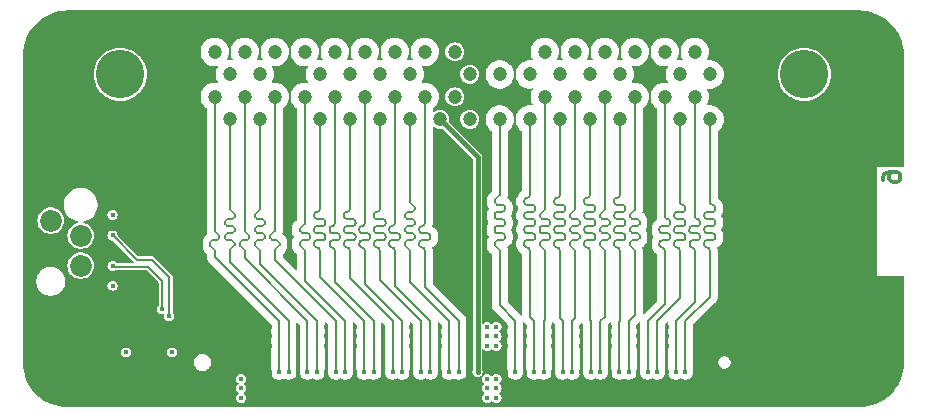
<source format=gbl>
G04 #@! TF.GenerationSoftware,KiCad,Pcbnew,8.0.6*
G04 #@! TF.CreationDate,2024-11-07T02:26:58-08:00*
G04 #@! TF.ProjectId,hvd-68-hd,6876642d-3638-42d6-9864-2e6b69636164,1*
G04 #@! TF.SameCoordinates,Original*
G04 #@! TF.FileFunction,Copper,L6,Bot*
G04 #@! TF.FilePolarity,Positive*
%FSLAX46Y46*%
G04 Gerber Fmt 4.6, Leading zero omitted, Abs format (unit mm)*
G04 Created by KiCad (PCBNEW 8.0.6) date 2024-11-07 02:26:58*
%MOMM*%
%LPD*%
G01*
G04 APERTURE LIST*
%ADD10C,0.300000*%
G04 #@! TA.AperFunction,NonConductor*
%ADD11C,0.300000*%
G04 #@! TD*
G04 #@! TA.AperFunction,ComponentPad*
%ADD12C,1.200000*%
G04 #@! TD*
G04 #@! TA.AperFunction,ComponentPad*
%ADD13C,4.100000*%
G04 #@! TD*
G04 #@! TA.AperFunction,ComponentPad*
%ADD14C,6.400000*%
G04 #@! TD*
G04 #@! TA.AperFunction,ComponentPad*
%ADD15C,1.850000*%
G04 #@! TD*
G04 #@! TA.AperFunction,ViaPad*
%ADD16C,0.450000*%
G04 #@! TD*
G04 #@! TA.AperFunction,Conductor*
%ADD17C,0.200000*%
G04 #@! TD*
G04 #@! TA.AperFunction,Conductor*
%ADD18C,0.127500*%
G04 #@! TD*
G04 #@! TA.AperFunction,Conductor*
%ADD19C,0.400000*%
G04 #@! TD*
G04 APERTURE END LIST*
D10*
D11*
X-1999172Y19414285D02*
X-1999172Y19700000D01*
X-1999172Y19700000D02*
X-1927743Y19842857D01*
X-1927743Y19842857D02*
X-1856315Y19914285D01*
X-1856315Y19914285D02*
X-1642029Y20057143D01*
X-1642029Y20057143D02*
X-1356315Y20128571D01*
X-1356315Y20128571D02*
X-784886Y20128571D01*
X-784886Y20128571D02*
X-642029Y20057143D01*
X-642029Y20057143D02*
X-570600Y19985714D01*
X-570600Y19985714D02*
X-499172Y19842857D01*
X-499172Y19842857D02*
X-499172Y19557143D01*
X-499172Y19557143D02*
X-570600Y19414285D01*
X-570600Y19414285D02*
X-642029Y19342857D01*
X-642029Y19342857D02*
X-784886Y19271428D01*
X-784886Y19271428D02*
X-1142029Y19271428D01*
X-1142029Y19271428D02*
X-1284886Y19342857D01*
X-1284886Y19342857D02*
X-1356315Y19414285D01*
X-1356315Y19414285D02*
X-1427743Y19557143D01*
X-1427743Y19557143D02*
X-1427743Y19842857D01*
X-1427743Y19842857D02*
X-1356315Y19985714D01*
X-1356315Y19985714D02*
X-1284886Y20057143D01*
X-1284886Y20057143D02*
X-1142029Y20128571D01*
D12*
G04 #@! TO.P,J4,1,Pin_1*
G04 #@! TO.N,/CON.DB12+*
X-58550000Y26484001D03*
G04 #@! TO.P,J4,2,Pin_2*
G04 #@! TO.N,/CON.DB13+*
X-57280000Y24579001D03*
G04 #@! TO.P,J4,3,Pin_3*
G04 #@! TO.N,/CON.DB14+*
X-56010000Y26484001D03*
G04 #@! TO.P,J4,4,Pin_4*
G04 #@! TO.N,/CON.DB15+*
X-54740000Y24579000D03*
G04 #@! TO.P,J4,5,Pin_5*
G04 #@! TO.N,/CON.DP1+*
X-53470000Y26484001D03*
G04 #@! TO.P,J4,6,Pin_6*
G04 #@! TO.N,GND*
X-52199999Y24579001D03*
G04 #@! TO.P,J4,7,Pin_7*
G04 #@! TO.N,/CON.DB0+*
X-50930000Y26484000D03*
G04 #@! TO.P,J4,8,Pin_8*
G04 #@! TO.N,/CON.DB1+*
X-49659999Y24579000D03*
G04 #@! TO.P,J4,9,Pin_9*
G04 #@! TO.N,/CON.DB2+*
X-48390000Y26484001D03*
G04 #@! TO.P,J4,10,Pin_10*
G04 #@! TO.N,/CON.DB3+*
X-47119999Y24579000D03*
G04 #@! TO.P,J4,11,Pin_11*
G04 #@! TO.N,/CON.DB4+*
X-45850000Y26484001D03*
G04 #@! TO.P,J4,12,Pin_12*
G04 #@! TO.N,/CON.DB5+*
X-44579998Y24579000D03*
G04 #@! TO.P,J4,13,Pin_13*
G04 #@! TO.N,/CON.DB6+*
X-43310000Y26484001D03*
G04 #@! TO.P,J4,14,Pin_14*
G04 #@! TO.N,/CON.DB7+*
X-42039999Y24579001D03*
G04 #@! TO.P,J4,15,Pin_15*
G04 #@! TO.N,/CON.DP0+*
X-40770000Y26484000D03*
G04 #@! TO.P,J4,16,Pin_16*
G04 #@! TO.N,/CON.DIFFSENSE*
X-39499999Y24579000D03*
G04 #@! TO.P,J4,17,Pin_17*
G04 #@! TO.N,/CON.TERMPWR*
X-38230000Y26484000D03*
G04 #@! TO.P,J4,18,Pin_18*
X-36959999Y24579000D03*
G04 #@! TO.P,J4,19,Pin_19*
G04 #@! TO.N,GND*
X-35690000Y26484001D03*
G04 #@! TO.P,J4,20,Pin_20*
G04 #@! TO.N,/CON.ATN+*
X-34420000Y24579001D03*
G04 #@! TO.P,J4,21,Pin_21*
G04 #@! TO.N,GND*
X-33150000Y26484001D03*
G04 #@! TO.P,J4,22,Pin_22*
G04 #@! TO.N,/CON.BSY+*
X-31880000Y24579000D03*
G04 #@! TO.P,J4,23,Pin_23*
G04 #@! TO.N,/CON.ACK+*
X-30610000Y26484001D03*
G04 #@! TO.P,J4,24,Pin_24*
G04 #@! TO.N,/CON.RST+*
X-29339998Y24579000D03*
G04 #@! TO.P,J4,25,Pin_25*
G04 #@! TO.N,/CON.MSG+*
X-28070000Y26484000D03*
G04 #@! TO.P,J4,26,Pin_26*
G04 #@! TO.N,/CON.SEL+*
X-26799999Y24579000D03*
G04 #@! TO.P,J4,27,Pin_27*
G04 #@! TO.N,/CON.C{slash}D+*
X-25530000Y26484001D03*
G04 #@! TO.P,J4,28,Pin_28*
G04 #@! TO.N,/CON.REQ+*
X-24259999Y24579000D03*
G04 #@! TO.P,J4,29,Pin_29*
G04 #@! TO.N,/CON.I{slash}O+*
X-22990000Y26484001D03*
G04 #@! TO.P,J4,30,Pin_30*
G04 #@! TO.N,GND*
X-21719998Y24579000D03*
G04 #@! TO.P,J4,31,Pin_31*
G04 #@! TO.N,/CON.DB8+*
X-20450000Y26484001D03*
G04 #@! TO.P,J4,32,Pin_32*
G04 #@! TO.N,/CON.DB9+*
X-19179999Y24579001D03*
G04 #@! TO.P,J4,33,Pin_33*
G04 #@! TO.N,/CON.DB10+*
X-17910000Y26484000D03*
G04 #@! TO.P,J4,34,Pin_34*
G04 #@! TO.N,/CON.DB11+*
X-16639999Y24579000D03*
G04 #@! TO.P,J4,35,Pin_35*
G04 #@! TO.N,/CON.DB12-*
X-58550000Y30294000D03*
G04 #@! TO.P,J4,36,Pin_36*
G04 #@! TO.N,/CON.DB13-*
X-57280000Y28388999D03*
G04 #@! TO.P,J4,37,Pin_37*
G04 #@! TO.N,/CON.DB14-*
X-56010000Y30294000D03*
G04 #@! TO.P,J4,38,Pin_38*
G04 #@! TO.N,/CON.DB15-*
X-54740000Y28389000D03*
G04 #@! TO.P,J4,39,Pin_39*
G04 #@! TO.N,/CON.DP1-*
X-53470000Y30294000D03*
G04 #@! TO.P,J4,40,Pin_40*
G04 #@! TO.N,GND*
X-52200000Y28389000D03*
G04 #@! TO.P,J4,41,Pin_41*
G04 #@! TO.N,/CON.DB0-*
X-50930000Y30294000D03*
G04 #@! TO.P,J4,42,Pin_42*
G04 #@! TO.N,/CON.DB1-*
X-49660000Y28389000D03*
G04 #@! TO.P,J4,43,Pin_43*
G04 #@! TO.N,/CON.DB2-*
X-48390000Y30294000D03*
G04 #@! TO.P,J4,44,Pin_44*
G04 #@! TO.N,/CON.DB3-*
X-47120000Y28389000D03*
G04 #@! TO.P,J4,45,Pin_45*
G04 #@! TO.N,/CON.DB4-*
X-45850000Y30294000D03*
G04 #@! TO.P,J4,46,Pin_46*
G04 #@! TO.N,/CON.DB5-*
X-44580000Y28388999D03*
G04 #@! TO.P,J4,47,Pin_47*
G04 #@! TO.N,/CON.DB6-*
X-43310000Y30294000D03*
G04 #@! TO.P,J4,48,Pin_48*
G04 #@! TO.N,/CON.DB7-*
X-42040000Y28389000D03*
G04 #@! TO.P,J4,49,Pin_49*
G04 #@! TO.N,/CON.DP0-*
X-40770000Y30294000D03*
G04 #@! TO.P,J4,50,Pin_50*
G04 #@! TO.N,GND*
X-39500000Y28389000D03*
G04 #@! TO.P,J4,51,Pin_51*
G04 #@! TO.N,/CON.TERMPWR*
X-38230000Y30294000D03*
G04 #@! TO.P,J4,52,Pin_52*
X-36960000Y28389000D03*
G04 #@! TO.P,J4,53,Pin_53*
G04 #@! TO.N,GND*
X-35690000Y30294000D03*
G04 #@! TO.P,J4,54,Pin_54*
G04 #@! TO.N,/CON.ATN-*
X-34420000Y28388999D03*
G04 #@! TO.P,J4,55,Pin_55*
G04 #@! TO.N,GND*
X-33150000Y30294000D03*
G04 #@! TO.P,J4,56,Pin_56*
G04 #@! TO.N,/CON.BSY-*
X-31880000Y28389000D03*
G04 #@! TO.P,J4,57,Pin_57*
G04 #@! TO.N,/CON.ACK-*
X-30610000Y30294000D03*
G04 #@! TO.P,J4,58,Pin_58*
G04 #@! TO.N,/CON.RST-*
X-29340000Y28389000D03*
G04 #@! TO.P,J4,59,Pin_59*
G04 #@! TO.N,/CON.MSG-*
X-28070000Y30294000D03*
G04 #@! TO.P,J4,60,Pin_60*
G04 #@! TO.N,/CON.SEL-*
X-26800000Y28389000D03*
G04 #@! TO.P,J4,61,Pin_61*
G04 #@! TO.N,/CON.C{slash}D-*
X-25530000Y30294000D03*
G04 #@! TO.P,J4,62,Pin_62*
G04 #@! TO.N,/CON.REQ-*
X-24260000Y28389000D03*
G04 #@! TO.P,J4,63,Pin_63*
G04 #@! TO.N,/CON.I{slash}O-*
X-22990000Y30294000D03*
G04 #@! TO.P,J4,64,Pin_64*
G04 #@! TO.N,GND*
X-21720000Y28388999D03*
G04 #@! TO.P,J4,65,Pin_65*
G04 #@! TO.N,/CON.DB8-*
X-20450000Y30294000D03*
G04 #@! TO.P,J4,66,Pin_66*
G04 #@! TO.N,/CON.DB9-*
X-19180000Y28389000D03*
G04 #@! TO.P,J4,67,Pin_67*
G04 #@! TO.N,/CON.DB10-*
X-17910000Y30294000D03*
G04 #@! TO.P,J4,68,Pin_68*
G04 #@! TO.N,/CON.DB11-*
X-16640000Y28389000D03*
D13*
G04 #@! TO.P,J4,SHIELD,SHIELD*
G04 #@! TO.N,/SHIELD*
X-8639001Y28389000D03*
X-66550000Y28388999D03*
G04 #@! TD*
D14*
G04 #@! TO.P,H4,1,1*
G04 #@! TO.N,GND*
X-4000000Y4000000D03*
G04 #@! TD*
D15*
G04 #@! TO.P,J3,1,Pin_1*
G04 #@! TO.N,+3V3*
X-72440000Y16010000D03*
G04 #@! TO.P,J3,2,Pin_2*
G04 #@! TO.N,/PHY.ID_SDA*
X-69900000Y14740000D03*
G04 #@! TO.P,J3,3,Pin_3*
G04 #@! TO.N,GND*
X-72440000Y13470000D03*
G04 #@! TO.P,J3,4,Pin_4*
G04 #@! TO.N,/PHY.ID_SCL*
X-69900000Y12200000D03*
G04 #@! TD*
D14*
G04 #@! TO.P,H3,1,1*
G04 #@! TO.N,GND*
X-71000000Y4000000D03*
G04 #@! TD*
D16*
G04 #@! TO.N,GND*
X-20300000Y5400000D03*
X-22700000Y1800000D03*
X-49100000Y1800000D03*
X-53900000Y1000000D03*
X-29900000Y2600000D03*
X-39500000Y6200000D03*
X-25100000Y3200000D03*
X-17900000Y3200000D03*
X-39500000Y1800000D03*
X-22700000Y3200000D03*
X-44300000Y7000000D03*
X-49100000Y6200000D03*
X-37100000Y3200000D03*
X-64650000Y4000000D03*
X-46700000Y6200000D03*
X-51500000Y2600000D03*
X-27500000Y2600000D03*
X-39500000Y7000000D03*
X-32300000Y1800000D03*
X-53900000Y5400000D03*
X-20300000Y1800000D03*
X-53900000Y2600000D03*
X-37100000Y5400000D03*
X-63600000Y4000000D03*
X-25100000Y7000000D03*
X-39500000Y5400000D03*
X-33900000Y1000000D03*
X-41900000Y1000000D03*
X-64100000Y4500000D03*
X-33900000Y2600000D03*
X-49100000Y2600000D03*
X-33900000Y6200000D03*
X-51500000Y5400000D03*
X-44300000Y6200000D03*
X-27500000Y6200000D03*
X-39500000Y1000000D03*
X-25100000Y1800000D03*
X-41900000Y7000000D03*
X-53900000Y7000000D03*
X-41900000Y6200000D03*
X-44300000Y3200000D03*
X-27500000Y5400000D03*
X-54700000Y6200000D03*
X-29900000Y1000000D03*
X-49100000Y3200000D03*
X-20300000Y1000000D03*
X-53900000Y1800000D03*
X-51500000Y6200000D03*
X-20300000Y2600000D03*
X-39500000Y3200000D03*
X-22700000Y1000000D03*
X-44300000Y5400000D03*
X-33900000Y1800000D03*
X-32300000Y5400000D03*
X-46700000Y3200000D03*
X-20300000Y6200000D03*
X-37100000Y6200000D03*
X-25100000Y2600000D03*
X-37100000Y7000000D03*
X-39500000Y2600000D03*
X-25100000Y6200000D03*
X-33900000Y7000000D03*
X-51500000Y7000000D03*
X-54700000Y7000000D03*
X-29900000Y7000000D03*
X-44300000Y1800000D03*
X-22700000Y2600000D03*
X-17900000Y5400000D03*
X-41900000Y2600000D03*
X-17900000Y7000000D03*
X-44300000Y1000000D03*
X-32300000Y7000000D03*
X-51500000Y1800000D03*
X-54700000Y5400000D03*
X-22700000Y6200000D03*
X-57100000Y5400000D03*
X-37100000Y1800000D03*
X-27500000Y3200000D03*
X-46700000Y1000000D03*
X-25100000Y1000000D03*
X-32300000Y2600000D03*
X-44300000Y2600000D03*
X-29900000Y3200000D03*
X-46700000Y5400000D03*
X-32300000Y3200000D03*
X-54700000Y1800000D03*
X-22700000Y7000000D03*
X-46700000Y2600000D03*
X-37100000Y1000000D03*
X-37100000Y2600000D03*
X-51500000Y3200000D03*
X-51500000Y1000000D03*
X-41900000Y3200000D03*
X-17900000Y1000000D03*
X-20300000Y7000000D03*
X-57100000Y6200000D03*
X-32300000Y1000000D03*
X-33900000Y5400000D03*
X-46700000Y1800000D03*
X-29900000Y5400000D03*
X-27500000Y1800000D03*
X-41900000Y1800000D03*
X-53900000Y6200000D03*
X-41900000Y5400000D03*
X-29900000Y6200000D03*
X-49100000Y5400000D03*
X-53900000Y3200000D03*
X-54700000Y2600000D03*
X-49100000Y7000000D03*
X-49100000Y1000000D03*
X-33900000Y3200000D03*
X-20300000Y3200000D03*
X-46700000Y7000000D03*
X-29900000Y1800000D03*
X-25100000Y5400000D03*
X-64100000Y3500000D03*
X-32300000Y6200000D03*
X-17900000Y6200000D03*
X-27500000Y1000000D03*
X-57100000Y7000000D03*
X-22700000Y5400000D03*
X-17900000Y2600000D03*
X-54700000Y1000000D03*
X-17900000Y1800000D03*
X-27500000Y7000000D03*
X-66050000Y3150000D03*
G04 #@! TO.N,/PHY.ID_SCL*
X-67200000Y12150000D03*
X-63000000Y8500000D03*
G04 #@! TO.N,+3V3*
X-56300000Y1800000D03*
X-67200000Y16500000D03*
X-67200000Y10500000D03*
X-66050000Y4850000D03*
X-56300000Y1000000D03*
X-56300000Y2600000D03*
X-62150000Y4850000D03*
G04 #@! TO.N,/PHY.ID_SDA*
X-67200000Y14750000D03*
X-62400000Y7900000D03*
G04 #@! TO.N,/CON.C{slash}D+*
X-25900000Y3200000D03*
G04 #@! TO.N,/CON.ACK+*
X-30700000Y3200000D03*
G04 #@! TO.N,/CON.TERMPWR*
X-35500000Y5400000D03*
X-35500000Y1800000D03*
X-35500000Y1000000D03*
X-34700000Y2600000D03*
X-34700000Y6200000D03*
X-34700000Y5400000D03*
X-35500000Y7000000D03*
X-35500000Y2600000D03*
X-34700000Y1800000D03*
X-34700000Y7000000D03*
X-35500000Y6200000D03*
X-34700000Y1000000D03*
G04 #@! TO.N,/CON.DP1+*
X-48300000Y3200000D03*
G04 #@! TO.N,/CON.BSY+*
X-31500000Y3200000D03*
G04 #@! TO.N,/CON.DB5+*
X-41100000Y3200000D03*
G04 #@! TO.N,/CON.DP0+*
X-37900000Y3200000D03*
G04 #@! TO.N,/CON.SEL+*
X-26700000Y3200000D03*
G04 #@! TO.N,/CON.ATN+*
X-33100000Y3200000D03*
G04 #@! TO.N,/CON.DB9+*
X-21100000Y3200000D03*
G04 #@! TO.N,/CON.DB11+*
X-18700000Y3200000D03*
G04 #@! TO.N,/CON.DB7+*
X-38700000Y3200000D03*
G04 #@! TO.N,/CON.DB13+*
X-52300000Y3200000D03*
G04 #@! TO.N,/CON.REQ+*
X-24300000Y3200000D03*
G04 #@! TO.N,/CON.DB8+*
X-21900000Y3200000D03*
G04 #@! TO.N,/CON.MSG+*
X-28300000Y3200000D03*
G04 #@! TO.N,/CON.DB3+*
X-43500000Y3200000D03*
G04 #@! TO.N,/CON.DIFFSENSE*
X-36300000Y3200000D03*
G04 #@! TO.N,/CON.I{slash}O+*
X-23500000Y3200000D03*
G04 #@! TO.N,/CON.DB4+*
X-42700000Y3200000D03*
G04 #@! TO.N,/CON.DB15+*
X-49900000Y3200000D03*
G04 #@! TO.N,/CON.RST+*
X-29100000Y3200000D03*
G04 #@! TO.N,/CON.DB10+*
X-19500000Y3200000D03*
G04 #@! TO.N,/CON.DB6+*
X-40300000Y3200000D03*
G04 #@! TO.N,/CON.DB1+*
X-45900000Y3200000D03*
G04 #@! TO.N,/CON.DB2+*
X-45100000Y3200000D03*
G04 #@! TO.N,/CON.DB0+*
X-47500000Y3200000D03*
G04 #@! TO.N,/CON.DB14+*
X-50700000Y3200000D03*
G04 #@! TO.N,/CON.DB12+*
X-53100000Y3200000D03*
G04 #@! TD*
D17*
G04 #@! TO.N,/PHY.ID_SCL*
X-64200000Y12100000D02*
X-67150000Y12100000D01*
X-67150000Y12100000D02*
X-67200000Y12150000D01*
X-63000000Y10900000D02*
X-64200000Y12100000D01*
X-63000000Y8500000D02*
X-63000000Y10900000D01*
G04 #@! TO.N,/PHY.ID_SDA*
X-62400000Y11200000D02*
X-63900000Y12700000D01*
X-65150000Y12700000D02*
X-67200000Y14750000D01*
X-62400000Y7900000D02*
X-62400000Y11200000D01*
X-63900000Y12700000D02*
X-65150000Y12700000D01*
D18*
G04 #@! TO.N,/CON.C{slash}D+*
X-25900000Y7500000D02*
X-25530000Y7870000D01*
X-25736506Y14340000D02*
X-25530000Y14340000D01*
X-25943012Y16346506D02*
X-25943012Y16533494D01*
X-25741087Y15540000D02*
X-25530000Y15540000D01*
X-25530000Y15540000D02*
X-25318913Y15540000D01*
X-25530000Y16140000D02*
X-25736506Y16140000D01*
X-25952174Y15151087D02*
X-25952174Y15328913D01*
X-25318913Y16140000D02*
X-25530000Y16140000D01*
X-25530000Y14340000D02*
X-25318924Y14340000D01*
X-25530000Y14940000D02*
X-25741087Y14940000D01*
X-25318924Y14940000D02*
X-25530000Y14940000D01*
X-25107826Y15751087D02*
X-25107826Y15928913D01*
X-25107848Y14551076D02*
X-25107848Y14728924D01*
X-25530000Y16946506D02*
X-25530000Y17100000D01*
X-25530000Y17100000D02*
X-25530000Y22500000D01*
X-25530000Y7870000D02*
X-25530000Y13500000D01*
X-25943012Y13913012D02*
X-25943012Y14133494D01*
X-25900000Y3200000D02*
X-25900000Y7500000D01*
X-25530000Y22500000D02*
X-25530000Y26484001D01*
X-25736506Y16140000D02*
G75*
G02*
X-25943000Y16346506I6J206500D01*
G01*
X-25107848Y14728924D02*
G75*
G03*
X-25318924Y14939952I-211052J-24D01*
G01*
X-25107826Y15928913D02*
G75*
G03*
X-25318913Y16139974I-211074J-13D01*
G01*
X-25530000Y13500000D02*
G75*
G03*
X-25736506Y13706500I-206500J0D01*
G01*
X-25952174Y15328913D02*
G75*
G02*
X-25741087Y15539974I211074J-13D01*
G01*
X-25943012Y14133494D02*
G75*
G02*
X-25736506Y14340012I206512J6D01*
G01*
X-25943012Y16533494D02*
G75*
G02*
X-25736506Y16740012I206512J6D01*
G01*
X-25318924Y14340000D02*
G75*
G03*
X-25107800Y14551076I24J211100D01*
G01*
X-25741087Y14940000D02*
G75*
G02*
X-25952200Y15151087I-13J211100D01*
G01*
X-25736506Y16740000D02*
G75*
G03*
X-25530000Y16946506I6J206500D01*
G01*
X-25736506Y13706506D02*
G75*
G02*
X-25942994Y13913012I6J206494D01*
G01*
X-25318913Y15540000D02*
G75*
G03*
X-25107800Y15751087I13J211100D01*
G01*
G04 #@! TO.N,/CON.ACK+*
X-30610000Y7590000D02*
X-30610000Y13500000D01*
X-30173070Y15758465D02*
X-30173070Y15921535D01*
X-31040110Y13930110D02*
X-31040110Y14124945D01*
X-30825055Y14340000D02*
X-30610000Y14340000D01*
X-30610000Y16955066D02*
X-30610000Y17100000D01*
X-31040132Y16355066D02*
X-31040132Y16524934D01*
X-30828465Y15540000D02*
X-30610000Y15540000D01*
X-30610000Y17100000D02*
X-30610000Y22500000D01*
X-30391535Y16140000D02*
X-30610000Y16140000D01*
X-31046930Y15158465D02*
X-31046930Y15321535D01*
X-30610000Y14940000D02*
X-30828465Y14940000D01*
X-30391535Y14940000D02*
X-30610000Y14940000D01*
X-30700000Y3200000D02*
X-30700000Y7500000D01*
X-30610000Y15540000D02*
X-30391535Y15540000D01*
X-30610000Y22500000D02*
X-30610000Y26484001D01*
X-30610000Y14340000D02*
X-30391535Y14340000D01*
X-30173070Y14558465D02*
X-30173070Y14721535D01*
X-30700000Y7500000D02*
X-30610000Y7590000D01*
X-30610000Y16140000D02*
X-30825066Y16140000D01*
X-30391535Y15540000D02*
G75*
G03*
X-30173000Y15758465I35J218500D01*
G01*
X-30825066Y16740000D02*
G75*
G03*
X-30610000Y16955066I-34J215100D01*
G01*
X-31040110Y14124945D02*
G75*
G02*
X-30825055Y14339910I215010J-45D01*
G01*
X-30610000Y13500000D02*
G75*
G03*
X-30825055Y13715100I-215100J0D01*
G01*
X-30825066Y16140000D02*
G75*
G02*
X-31040200Y16355066I-34J215100D01*
G01*
X-31046930Y15321535D02*
G75*
G02*
X-30828465Y15539930I218430J-35D01*
G01*
X-30825055Y13715055D02*
G75*
G02*
X-31040145Y13930110I-45J215045D01*
G01*
X-30828465Y14940000D02*
G75*
G02*
X-31047000Y15158465I-35J218500D01*
G01*
X-31040132Y16524934D02*
G75*
G02*
X-30825066Y16739932I215032J-34D01*
G01*
X-30173070Y15921535D02*
G75*
G03*
X-30391535Y16139930I-218430J-35D01*
G01*
X-30391535Y14340000D02*
G75*
G03*
X-30173000Y14558465I35J218500D01*
G01*
X-30173070Y14721535D02*
G75*
G03*
X-30391535Y14939930I-218430J-35D01*
G01*
G04 #@! TO.N,/CON.DP1+*
X-53883444Y14546722D02*
X-53883444Y14733278D01*
X-53056550Y13913450D02*
X-53056550Y14133275D01*
X-53470000Y22500000D02*
X-53470000Y26484001D01*
X-53470000Y15300000D02*
X-53470000Y22500000D01*
X-48300000Y7500000D02*
X-53470000Y12670000D01*
X-53470000Y12670000D02*
X-53470000Y13500000D01*
X-53263275Y14340000D02*
X-53470000Y14340000D01*
X-48300000Y3200000D02*
X-48300000Y7500000D01*
X-53470000Y15146722D02*
X-53470000Y15300000D01*
X-53470000Y14340000D02*
X-53676722Y14340000D01*
X-53056550Y14133275D02*
G75*
G03*
X-53263275Y14340050I-206750J25D01*
G01*
X-53470000Y13500000D02*
G75*
G02*
X-53263275Y13706700I206700J0D01*
G01*
X-53883444Y14733278D02*
G75*
G02*
X-53676722Y14940044I206744J22D01*
G01*
X-53676722Y14340000D02*
G75*
G02*
X-53883400Y14546722I22J206700D01*
G01*
X-53263275Y13706725D02*
G75*
G03*
X-53056625Y13913450I-25J206675D01*
G01*
X-53676722Y14940000D02*
G75*
G03*
X-53470000Y15146722I22J206700D01*
G01*
G04 #@! TO.N,/CON.BSY+*
X-31880000Y15540000D02*
X-31642790Y15540000D01*
X-32353556Y17576778D02*
X-32353556Y17703222D01*
X-31880000Y18176778D02*
X-31880000Y18300000D01*
X-31880000Y22500000D02*
X-31880000Y24579000D01*
X-31405580Y14577210D02*
X-31405580Y14702790D01*
X-31880000Y16140000D02*
X-32117210Y16140000D01*
X-31880000Y17340000D02*
X-32116778Y17340000D01*
X-31880000Y16740000D02*
X-31642790Y16740000D01*
X-32117210Y15540000D02*
X-31880000Y15540000D01*
X-32116772Y14340000D02*
X-31880000Y14340000D01*
X-31500000Y3200000D02*
X-31500000Y7500000D01*
X-31880000Y7880000D02*
X-31880000Y13500000D01*
X-31880000Y14340000D02*
X-31642790Y14340000D01*
X-32353544Y13973544D02*
X-32353544Y14103228D01*
X-31405580Y15777210D02*
X-31405580Y15902790D01*
X-31880000Y18300000D02*
X-31880000Y22500000D01*
X-32354420Y16377210D02*
X-32354420Y16502790D01*
X-32117210Y16740000D02*
X-31880000Y16740000D01*
X-32354420Y15177210D02*
X-32354420Y15302790D01*
X-31405580Y16977210D02*
X-31405580Y17102790D01*
X-31642790Y16140000D02*
X-31880000Y16140000D01*
X-31500000Y7500000D02*
X-31880000Y7880000D01*
X-31642790Y17340000D02*
X-31880000Y17340000D01*
X-31880000Y14940000D02*
X-32117210Y14940000D01*
X-31642790Y14940000D02*
X-31880000Y14940000D01*
X-32354420Y16502790D02*
G75*
G02*
X-32117210Y16740020I237220J10D01*
G01*
X-32353556Y17703222D02*
G75*
G02*
X-32116778Y17939956I236756J-22D01*
G01*
X-32354420Y15302790D02*
G75*
G02*
X-32117210Y15540020I237220J10D01*
G01*
X-32353544Y14103228D02*
G75*
G02*
X-32116772Y14339944I236744J-28D01*
G01*
X-31642790Y14340000D02*
G75*
G03*
X-31405600Y14577210I-10J237200D01*
G01*
X-32116778Y17940000D02*
G75*
G03*
X-31880000Y18176778I-22J236800D01*
G01*
X-32116772Y13736772D02*
G75*
G02*
X-32353528Y13973544I-28J236728D01*
G01*
X-31405580Y15902790D02*
G75*
G03*
X-31642790Y16140020I-237220J10D01*
G01*
X-31880000Y13500000D02*
G75*
G03*
X-32116772Y13736800I-236800J0D01*
G01*
X-31405580Y14702790D02*
G75*
G03*
X-31642790Y14940020I-237220J10D01*
G01*
X-31642790Y15540000D02*
G75*
G03*
X-31405600Y15777210I-10J237200D01*
G01*
X-32117210Y14940000D02*
G75*
G02*
X-32354400Y15177210I10J237200D01*
G01*
X-31642790Y16740000D02*
G75*
G03*
X-31405600Y16977210I-10J237200D01*
G01*
X-32117210Y16140000D02*
G75*
G02*
X-32354400Y16377210I10J237200D01*
G01*
X-31405580Y17102790D02*
G75*
G03*
X-31642790Y17340020I-237220J10D01*
G01*
X-32116778Y17340000D02*
G75*
G02*
X-32353600Y17576778I-22J236800D01*
G01*
G04 #@! TO.N,/CON.DB5+*
X-44579998Y16140000D02*
X-44819998Y16140000D01*
X-44579998Y14340000D02*
X-44323751Y14340000D01*
X-44579998Y17100000D02*
X-44579998Y22500000D01*
X-45076250Y13980000D02*
X-45076250Y14100000D01*
X-44836250Y14340000D02*
X-44819998Y14340000D01*
X-41100000Y7500000D02*
X-44579998Y10979998D01*
X-41100000Y3200000D02*
X-41100000Y7500000D01*
X-44579998Y10979998D02*
X-44579998Y13500000D01*
X-45076248Y15180000D02*
X-45076248Y15300000D01*
X-44819998Y16140000D02*
X-44836250Y16140000D01*
X-44579998Y14940000D02*
X-44836248Y14940000D01*
X-44323751Y16140000D02*
X-44579998Y16140000D01*
X-45076250Y16380000D02*
X-45076250Y16500000D01*
X-44836250Y16740000D02*
X-44819998Y16740000D01*
X-44579998Y22500000D02*
X-44579998Y24579000D01*
X-44083751Y15780000D02*
X-44083751Y15900000D01*
X-44819998Y13740000D02*
X-44836250Y13740000D01*
X-44579998Y15540000D02*
X-44323751Y15540000D01*
X-44819998Y14340000D02*
X-44579998Y14340000D01*
X-44836248Y15540000D02*
X-44579998Y15540000D01*
X-44579998Y16980000D02*
X-44579998Y17100000D01*
X-44323751Y14940000D02*
X-44579998Y14940000D01*
X-44083751Y14580000D02*
X-44083751Y14700000D01*
X-45076250Y14100000D02*
G75*
G02*
X-44836250Y14339950I239950J0D01*
G01*
X-45076248Y15300000D02*
G75*
G02*
X-44836248Y15540048I240048J0D01*
G01*
X-45076250Y16500000D02*
G75*
G02*
X-44836250Y16739950I239950J0D01*
G01*
X-44836250Y13740000D02*
G75*
G02*
X-45076300Y13980000I-50J240000D01*
G01*
X-44083751Y15900000D02*
G75*
G03*
X-44323751Y16139949I-239949J0D01*
G01*
X-44323751Y14340000D02*
G75*
G03*
X-44083700Y14580000I51J240000D01*
G01*
X-44579998Y13500000D02*
G75*
G03*
X-44819998Y13740002I-240002J0D01*
G01*
X-44836250Y16140000D02*
G75*
G02*
X-45076300Y16380000I-50J240000D01*
G01*
X-44083751Y14700000D02*
G75*
G03*
X-44323751Y14939949I-239949J0D01*
G01*
X-44323751Y15540000D02*
G75*
G03*
X-44083700Y15780000I51J240000D01*
G01*
X-44819998Y16740000D02*
G75*
G03*
X-44580000Y16980000I-2J240000D01*
G01*
X-44836248Y14940000D02*
G75*
G02*
X-45076200Y15180000I48J240000D01*
G01*
G04 #@! TO.N,/CON.DP0+*
X-40770000Y15900000D02*
X-40770000Y22500000D01*
X-41013037Y14340000D02*
X-41010000Y14340000D01*
X-40770000Y22500000D02*
X-40770000Y26484000D01*
X-41010000Y14340000D02*
X-40770000Y14340000D01*
X-41010000Y14940000D02*
X-41013037Y14940000D01*
X-40286963Y14580000D02*
X-40286963Y14700000D01*
X-40770000Y10370000D02*
X-40770000Y13500000D01*
X-41010000Y13740000D02*
X-41013037Y13740000D01*
X-40770000Y14340000D02*
X-40526963Y14340000D01*
X-41253037Y15180000D02*
X-41253037Y15300000D01*
X-40770000Y14940000D02*
X-41010000Y14940000D01*
X-41253037Y13980000D02*
X-41253037Y14100000D01*
X-41013037Y15540000D02*
X-41010000Y15540000D01*
X-40526963Y14940000D02*
X-40770000Y14940000D01*
X-40770000Y15780000D02*
X-40770000Y15900000D01*
X-37900000Y7500000D02*
X-40770000Y10370000D01*
X-37900000Y3200000D02*
X-37900000Y7500000D01*
X-40526963Y14340000D02*
G75*
G03*
X-40287000Y14580000I-37J240000D01*
G01*
X-41253037Y15300000D02*
G75*
G02*
X-41013037Y15540037I240037J0D01*
G01*
X-40770000Y13500000D02*
G75*
G03*
X-41010000Y13740000I-240000J0D01*
G01*
X-41253037Y14100000D02*
G75*
G02*
X-41013037Y14340037I240037J0D01*
G01*
X-41013037Y13740000D02*
G75*
G02*
X-41253000Y13980000I37J240000D01*
G01*
X-41013037Y14940000D02*
G75*
G02*
X-41253000Y15180000I37J240000D01*
G01*
X-40286963Y14700000D02*
G75*
G03*
X-40526963Y14940037I-240037J0D01*
G01*
X-41010000Y15540000D02*
G75*
G03*
X-40770000Y15780000I0J240000D01*
G01*
G04 #@! TO.N,/CON.SEL+*
X-26799999Y17340000D02*
X-27039999Y17340000D01*
X-26799999Y18300000D02*
X-26799999Y22500000D01*
X-26556097Y17340000D02*
X-26799999Y17340000D01*
X-27043901Y16740000D02*
X-26799999Y16740000D01*
X-27283901Y17580000D02*
X-27283901Y17700000D01*
X-26799999Y15540000D02*
X-26556097Y15540000D01*
X-27039999Y14340000D02*
X-26799999Y14340000D01*
X-27043901Y17940000D02*
X-27039999Y17940000D01*
X-27283901Y16380000D02*
X-27283901Y16500000D01*
X-26799999Y22500000D02*
X-26799999Y24579000D01*
X-26799999Y16140000D02*
X-27043901Y16140000D01*
X-26799999Y14940000D02*
X-27043901Y14940000D01*
X-27283901Y13980000D02*
X-27283901Y14100000D01*
X-27283901Y15180000D02*
X-27283901Y15300000D01*
X-26316097Y14580000D02*
X-26316097Y14700000D01*
X-26316097Y15780000D02*
X-26316097Y15900000D01*
X-26799999Y7599999D02*
X-26799999Y13500000D01*
X-26700000Y3200000D02*
X-26700000Y7500000D01*
X-26700000Y7500000D02*
X-26799999Y7599999D01*
X-26799999Y14340000D02*
X-26556097Y14340000D01*
X-27039999Y13740000D02*
X-27043901Y13740000D01*
X-26799999Y18180000D02*
X-26799999Y18300000D01*
X-26316097Y16980000D02*
X-26316097Y17100000D01*
X-26556097Y14940000D02*
X-26799999Y14940000D01*
X-26556097Y16140000D02*
X-26799999Y16140000D01*
X-27043901Y15540000D02*
X-26799999Y15540000D01*
X-26799999Y16740000D02*
X-26556097Y16740000D01*
X-27039999Y17340000D02*
X-27043901Y17340000D01*
X-27043901Y14340000D02*
X-27039999Y14340000D01*
X-27283901Y15300000D02*
G75*
G02*
X-27043901Y15540001I240001J0D01*
G01*
X-26799999Y13500000D02*
G75*
G03*
X-27039999Y13740001I-240001J0D01*
G01*
X-27043901Y14940000D02*
G75*
G02*
X-27283900Y15180000I1J240000D01*
G01*
X-26556097Y14340000D02*
G75*
G03*
X-26316100Y14580000I-3J240000D01*
G01*
X-27039999Y17940000D02*
G75*
G03*
X-26800000Y18180000I-1J240000D01*
G01*
X-27043901Y17340000D02*
G75*
G02*
X-27283900Y17580000I1J240000D01*
G01*
X-26556097Y15540000D02*
G75*
G03*
X-26316100Y15780000I-3J240000D01*
G01*
X-27283901Y14100000D02*
G75*
G02*
X-27043901Y14340001I240001J0D01*
G01*
X-27283901Y17700000D02*
G75*
G02*
X-27043901Y17940001I240001J0D01*
G01*
X-27283901Y16500000D02*
G75*
G02*
X-27043901Y16740001I240001J0D01*
G01*
X-26316097Y17100000D02*
G75*
G03*
X-26556097Y17340003I-240003J0D01*
G01*
X-27043901Y13740000D02*
G75*
G02*
X-27283900Y13980000I1J240000D01*
G01*
X-27043901Y16140000D02*
G75*
G02*
X-27283900Y16380000I1J240000D01*
G01*
X-26556097Y16740000D02*
G75*
G03*
X-26316100Y16980000I-3J240000D01*
G01*
X-26316097Y14700000D02*
G75*
G03*
X-26556097Y14940003I-240003J0D01*
G01*
X-26316097Y15900000D02*
G75*
G03*
X-26556097Y16140003I-240003J0D01*
G01*
G04 #@! TO.N,/CON.ATN+*
X-33980979Y14559510D02*
X-33980979Y14720490D01*
X-34200501Y17340000D02*
X-34420000Y17340000D01*
X-34200501Y16140000D02*
X-34420000Y16140000D01*
X-34420000Y16140000D02*
X-34639511Y16140000D01*
X-33100000Y3200000D02*
X-33100000Y7500000D01*
X-34852520Y13932520D02*
X-34852520Y14123740D01*
X-33100000Y7500000D02*
X-34420000Y8820000D01*
X-34420000Y15540000D02*
X-34200501Y15540000D01*
X-34639511Y16740000D02*
X-34420000Y16740000D01*
X-34420000Y22500000D02*
X-34420000Y24579001D01*
X-34859021Y16359510D02*
X-34859021Y16520490D01*
X-34420000Y18156271D02*
X-34420000Y18300000D01*
X-34420000Y14340000D02*
X-34200489Y14340000D01*
X-34420000Y17340000D02*
X-34636271Y17340000D01*
X-34859021Y15159510D02*
X-34859021Y15320490D01*
X-34636260Y14340000D02*
X-34420000Y14340000D01*
X-34200489Y14940000D02*
X-34420000Y14940000D01*
X-34639511Y15540000D02*
X-34420000Y15540000D01*
X-34852542Y17556271D02*
X-34852542Y17723729D01*
X-33981002Y16959499D02*
X-33981002Y17120501D01*
X-34420000Y8820000D02*
X-34420000Y13500000D01*
X-33981002Y15759499D02*
X-33981002Y15920501D01*
X-34420000Y18300000D02*
X-34420000Y22500000D01*
X-34420000Y16740000D02*
X-34200501Y16740000D01*
X-34420000Y14940000D02*
X-34639511Y14940000D01*
X-33980979Y14720490D02*
G75*
G03*
X-34200489Y14940021I-219521J10D01*
G01*
X-34200501Y15540000D02*
G75*
G03*
X-33981000Y15759499I1J219500D01*
G01*
X-34859021Y16520490D02*
G75*
G02*
X-34639511Y16740021I219521J10D01*
G01*
X-33981002Y17120501D02*
G75*
G03*
X-34200501Y17339998I-219498J-1D01*
G01*
X-34636260Y13716260D02*
G75*
G02*
X-34852540Y13932520I-40J216240D01*
G01*
X-34636271Y17940000D02*
G75*
G03*
X-34420000Y18156271I-29J216300D01*
G01*
X-34859021Y15320490D02*
G75*
G02*
X-34639511Y15540021I219521J10D01*
G01*
X-34639511Y14940000D02*
G75*
G02*
X-34859000Y15159510I11J219500D01*
G01*
X-34852520Y14123740D02*
G75*
G02*
X-34636260Y14339920I216220J-40D01*
G01*
X-34636271Y17340000D02*
G75*
G02*
X-34852600Y17556271I-29J216300D01*
G01*
X-34200489Y14340000D02*
G75*
G03*
X-33981000Y14559510I-11J219500D01*
G01*
X-34200501Y16740000D02*
G75*
G03*
X-33981000Y16959499I1J219500D01*
G01*
X-34852542Y17723729D02*
G75*
G02*
X-34636271Y17939942I216242J-29D01*
G01*
X-34639511Y16140000D02*
G75*
G02*
X-34859000Y16359510I11J219500D01*
G01*
X-33981002Y15920501D02*
G75*
G03*
X-34200501Y16139998I-219498J-1D01*
G01*
X-34420000Y13500000D02*
G75*
G03*
X-34636260Y13716300I-216300J0D01*
G01*
G04 #@! TO.N,/CON.DB9+*
X-19179999Y16740000D02*
X-18939999Y16740000D01*
X-19179999Y22500000D02*
X-19179999Y24579001D01*
X-18695439Y14580000D02*
X-18695439Y14700000D01*
X-19664553Y15180000D02*
X-19664553Y15300000D01*
X-19419999Y14340000D02*
X-19179999Y14340000D01*
X-19179999Y14940000D02*
X-19424553Y14940000D01*
X-21100000Y7500000D02*
X-19179999Y9420001D01*
X-19179999Y17700000D02*
X-19179999Y22500000D01*
X-19179999Y9420001D02*
X-19179999Y13500000D01*
X-19179999Y15540000D02*
X-18935450Y15540000D01*
X-19424559Y14340000D02*
X-19419999Y14340000D01*
X-19419999Y13740000D02*
X-19424559Y13740000D01*
X-18939999Y16740000D02*
X-18935452Y16740000D01*
X-18935452Y17340000D02*
X-18939999Y17340000D01*
X-18935450Y16140000D02*
X-19179999Y16140000D01*
X-19424550Y16740000D02*
X-19179999Y16740000D01*
X-21100000Y3200000D02*
X-21100000Y7500000D01*
X-19664559Y13980000D02*
X-19664559Y14100000D01*
X-19664550Y16380000D02*
X-19664550Y16500000D01*
X-19179999Y14340000D02*
X-18935439Y14340000D01*
X-19424553Y15540000D02*
X-19179999Y15540000D01*
X-19179999Y16140000D02*
X-19424550Y16140000D01*
X-18695450Y15780000D02*
X-18695450Y15900000D01*
X-18695452Y16980000D02*
X-18695452Y17100000D01*
X-19179999Y17580000D02*
X-19179999Y17700000D01*
X-18935439Y14940000D02*
X-19179999Y14940000D01*
X-18935439Y14340000D02*
G75*
G03*
X-18695400Y14580000I39J240000D01*
G01*
X-19179999Y13500000D02*
G75*
G03*
X-19419999Y13740001I-240001J0D01*
G01*
X-18695439Y14700000D02*
G75*
G03*
X-18935439Y14939961I-239961J0D01*
G01*
X-19664550Y16500000D02*
G75*
G02*
X-19424550Y16739950I239950J0D01*
G01*
X-19424550Y16140000D02*
G75*
G02*
X-19664600Y16380000I-50J240000D01*
G01*
X-19664559Y14100000D02*
G75*
G02*
X-19424559Y14339959I239959J0D01*
G01*
X-19424553Y14940000D02*
G75*
G02*
X-19664600Y15180000I-47J240000D01*
G01*
X-18935450Y15540000D02*
G75*
G03*
X-18695400Y15780000I50J240000D01*
G01*
X-18935452Y16740000D02*
G75*
G03*
X-18695500Y16980000I-48J240000D01*
G01*
X-18695452Y17100000D02*
G75*
G03*
X-18935452Y17340048I-240048J0D01*
G01*
X-18695450Y15900000D02*
G75*
G03*
X-18935450Y16139950I-239950J0D01*
G01*
X-18939999Y17340000D02*
G75*
G02*
X-19180000Y17580000I-1J240000D01*
G01*
X-19664553Y15300000D02*
G75*
G02*
X-19424553Y15539953I239953J0D01*
G01*
X-19424559Y13740000D02*
G75*
G02*
X-19664600Y13980000I-41J240000D01*
G01*
G04 #@! TO.N,/CON.DB11+*
X-16879790Y14340000D02*
X-16639999Y14340000D01*
X-16639999Y16740000D02*
X-16400197Y16740000D01*
X-16639999Y22500000D02*
X-16639999Y24579000D01*
X-16160395Y16979802D02*
X-16160395Y17100198D01*
X-17119581Y13979582D02*
X-17119581Y14100209D01*
X-16639999Y14340000D02*
X-16400174Y14340000D01*
X-16400174Y14940000D02*
X-16639999Y14940000D01*
X-18700000Y7500000D02*
X-16639999Y9560001D01*
X-16639999Y17579802D02*
X-16639999Y17700000D01*
X-16160349Y14579825D02*
X-16160349Y14700175D01*
X-16160326Y15779836D02*
X-16160326Y15900164D01*
X-16639999Y15540000D02*
X-16400162Y15540000D01*
X-16639999Y14940000D02*
X-16879824Y14940000D01*
X-16639999Y17700000D02*
X-16639999Y22500000D01*
X-17119649Y16379825D02*
X-17119649Y16500175D01*
X-16879824Y16740000D02*
X-16639999Y16740000D01*
X-16639999Y9560001D02*
X-16639999Y13500000D01*
X-16400162Y16140000D02*
X-16639999Y16140000D01*
X-17119649Y15179825D02*
X-17119649Y15300175D01*
X-16639999Y16140000D02*
X-16879824Y16140000D01*
X-16879824Y15540000D02*
X-16639999Y15540000D01*
X-18700000Y3200000D02*
X-18700000Y7500000D01*
X-16160326Y15900164D02*
G75*
G03*
X-16400162Y16140074I-239874J36D01*
G01*
X-16400162Y15540000D02*
G75*
G03*
X-16160400Y15779836I-38J239800D01*
G01*
X-16879790Y13739791D02*
G75*
G02*
X-17119609Y13979582I-10J239809D01*
G01*
X-17119649Y15300175D02*
G75*
G02*
X-16879824Y15540049I239849J25D01*
G01*
X-16160349Y14700175D02*
G75*
G03*
X-16400174Y14940051I-239851J25D01*
G01*
X-16400197Y16740000D02*
G75*
G03*
X-16160400Y16979802I-3J239800D01*
G01*
X-16400197Y17340000D02*
G75*
G02*
X-16640000Y17579802I-3J239800D01*
G01*
X-16879824Y14940000D02*
G75*
G02*
X-17119600Y15179825I24J239800D01*
G01*
X-17119581Y14100209D02*
G75*
G02*
X-16879790Y14339981I239781J-9D01*
G01*
X-16160395Y17100198D02*
G75*
G03*
X-16400197Y17340005I-239805J2D01*
G01*
X-16400174Y14340000D02*
G75*
G03*
X-16160400Y14579825I-26J239800D01*
G01*
X-16639999Y13500000D02*
G75*
G03*
X-16879790Y13739801I-239801J0D01*
G01*
X-17119649Y16500175D02*
G75*
G02*
X-16879824Y16740049I239849J25D01*
G01*
X-16879824Y16140000D02*
G75*
G02*
X-17119600Y16379825I24J239800D01*
G01*
G04 #@! TO.N,/CON.DB7+*
X-42039999Y16740000D02*
X-41832777Y16740000D01*
X-41616597Y14551701D02*
X-41616597Y14728299D01*
X-41828298Y16140000D02*
X-42039999Y16140000D01*
X-42463401Y15151701D02*
X-42463401Y15328299D01*
X-42454447Y13914448D02*
X-42454447Y14132776D01*
X-42039999Y17700000D02*
X-42039999Y22500000D01*
X-42039999Y22500000D02*
X-42039999Y24579001D01*
X-38700000Y7500000D02*
X-42039999Y10839999D01*
X-41828298Y14940000D02*
X-42039999Y14940000D01*
X-42039999Y14940000D02*
X-42251700Y14940000D01*
X-42039999Y17547222D02*
X-42039999Y17700000D01*
X-42039999Y16140000D02*
X-42251700Y16140000D01*
X-42039999Y14340000D02*
X-41828298Y14340000D01*
X-41625555Y16947222D02*
X-41625555Y17132778D01*
X-38700000Y3200000D02*
X-38700000Y7500000D01*
X-42463401Y16351701D02*
X-42463401Y16528299D01*
X-42251700Y16740000D02*
X-42039999Y16740000D01*
X-42247223Y14340000D02*
X-42039999Y14340000D01*
X-41616597Y15751701D02*
X-41616597Y15928299D01*
X-42039999Y15540000D02*
X-41828298Y15540000D01*
X-42039999Y10839999D02*
X-42039999Y13500000D01*
X-42251700Y15540000D02*
X-42039999Y15540000D01*
X-42039999Y13500000D02*
G75*
G03*
X-42247223Y13707201I-207201J0D01*
G01*
X-42463401Y16528299D02*
G75*
G02*
X-42251700Y16740001I211701J1D01*
G01*
X-42247223Y13707224D02*
G75*
G02*
X-42454376Y13914448I23J207176D01*
G01*
X-41832777Y16740000D02*
G75*
G03*
X-41625600Y16947222I-23J207200D01*
G01*
X-41616597Y14728299D02*
G75*
G03*
X-41828298Y14940003I-211703J1D01*
G01*
X-42454447Y14132776D02*
G75*
G02*
X-42247223Y14340047I207247J24D01*
G01*
X-41828298Y14340000D02*
G75*
G03*
X-41616600Y14551701I-2J211700D01*
G01*
X-41832777Y17340000D02*
G75*
G02*
X-42040000Y17547222I-23J207200D01*
G01*
X-41828298Y15540000D02*
G75*
G03*
X-41616600Y15751701I-2J211700D01*
G01*
X-42463401Y15328299D02*
G75*
G02*
X-42251700Y15540001I211701J1D01*
G01*
X-41616597Y15928299D02*
G75*
G03*
X-41828298Y16140003I-211703J1D01*
G01*
X-42251700Y16140000D02*
G75*
G02*
X-42463400Y16351701I0J211700D01*
G01*
X-41625555Y17132778D02*
G75*
G03*
X-41832777Y17340045I-207245J22D01*
G01*
X-42251700Y14940000D02*
G75*
G02*
X-42463400Y15151701I0J211700D01*
G01*
G04 #@! TO.N,/CON.DB13+*
X-57280000Y16946176D02*
X-57280000Y17100000D01*
X-52300000Y3200000D02*
X-52300000Y7500000D01*
X-52300000Y7500000D02*
X-57280000Y12480000D01*
X-57073825Y14340000D02*
X-57280000Y14340000D01*
X-56867648Y16346176D02*
X-56867648Y16533824D01*
X-57490792Y14940000D02*
X-57280000Y14940000D01*
X-56867650Y13912350D02*
X-56867650Y14133825D01*
X-57280000Y16140000D02*
X-57073824Y16140000D01*
X-57701606Y15750803D02*
X-57701606Y15929197D01*
X-57280000Y14940000D02*
X-57069208Y14940000D01*
X-57280000Y22500000D02*
X-57280000Y24579001D01*
X-57280000Y17100000D02*
X-57280000Y22500000D01*
X-57280000Y12480000D02*
X-57280000Y13500000D01*
X-57069208Y15540000D02*
X-57280000Y15540000D01*
X-57280000Y14340000D02*
X-57490792Y14340000D01*
X-57701583Y14550791D02*
X-57701583Y14729209D01*
X-57280000Y15540000D02*
X-57490803Y15540000D01*
X-56858417Y15150791D02*
X-56858417Y15329209D01*
X-57490803Y16140000D02*
X-57280000Y16140000D01*
X-57490803Y15540000D02*
G75*
G02*
X-57701600Y15750803I3J210800D01*
G01*
X-57073825Y13706175D02*
G75*
G03*
X-56867675Y13912350I25J206125D01*
G01*
X-57280000Y13500000D02*
G75*
G02*
X-57073825Y13706200I206200J0D01*
G01*
X-57073824Y16140000D02*
G75*
G03*
X-56867600Y16346176I24J206200D01*
G01*
X-56867650Y14133825D02*
G75*
G03*
X-57073825Y14339950I-206150J-25D01*
G01*
X-57069208Y14940000D02*
G75*
G03*
X-56858400Y15150791I8J210800D01*
G01*
X-57701606Y15929197D02*
G75*
G02*
X-57490803Y16140006I210806J3D01*
G01*
X-57701583Y14729209D02*
G75*
G02*
X-57490792Y14939983I210783J-9D01*
G01*
X-56867648Y16533824D02*
G75*
G03*
X-57073824Y16739952I-206152J-24D01*
G01*
X-57490792Y14340000D02*
G75*
G02*
X-57701600Y14550791I-8J210800D01*
G01*
X-57073824Y16740000D02*
G75*
G02*
X-57280000Y16946176I24J206200D01*
G01*
X-56858417Y15329209D02*
G75*
G03*
X-57069208Y15539983I-210783J-9D01*
G01*
G04 #@! TO.N,/CON.REQ+*
X-23774325Y15780000D02*
X-23774325Y15900000D01*
X-24745673Y15180000D02*
X-24745673Y15300000D01*
X-24259999Y16140000D02*
X-24505673Y16140000D01*
X-24499999Y13740000D02*
X-24505673Y13740000D01*
X-24745673Y13980000D02*
X-24745673Y14100000D01*
X-24745673Y16380000D02*
X-24745673Y16500000D01*
X-24745650Y17580000D02*
X-24745650Y17700000D01*
X-24505650Y17940000D02*
X-24499999Y17940000D01*
X-24505673Y16740000D02*
X-24259999Y16740000D01*
X-24259999Y18180000D02*
X-24259999Y18300000D01*
X-24505673Y14340000D02*
X-24499999Y14340000D01*
X-24259999Y7540001D02*
X-24259999Y13500000D01*
X-24259999Y22500000D02*
X-24259999Y24579000D01*
X-23774325Y16980000D02*
X-23774325Y17100000D01*
X-24259999Y16740000D02*
X-24014325Y16740000D01*
X-23774325Y14580000D02*
X-23774325Y14700000D01*
X-24259999Y17340000D02*
X-24499999Y17340000D01*
X-24014325Y17340000D02*
X-24259999Y17340000D01*
X-24259999Y18300000D02*
X-24259999Y22500000D01*
X-24300000Y7500000D02*
X-24259999Y7540001D01*
X-24499999Y14340000D02*
X-24259999Y14340000D01*
X-24259999Y14340000D02*
X-24014325Y14340000D01*
X-24259999Y15540000D02*
X-24014325Y15540000D01*
X-24300000Y3200000D02*
X-24300000Y7500000D01*
X-24259999Y14940000D02*
X-24505673Y14940000D01*
X-24014325Y14940000D02*
X-24259999Y14940000D01*
X-24505673Y15540000D02*
X-24259999Y15540000D01*
X-24014325Y16140000D02*
X-24259999Y16140000D01*
X-24499999Y17340000D02*
X-24505650Y17340000D01*
X-23774325Y17100000D02*
G75*
G03*
X-24014325Y17339975I-239975J0D01*
G01*
X-24014325Y14340000D02*
G75*
G03*
X-23774300Y14580000I25J240000D01*
G01*
X-23774325Y15900000D02*
G75*
G03*
X-24014325Y16139975I-239975J0D01*
G01*
X-24014325Y15540000D02*
G75*
G03*
X-23774300Y15780000I25J240000D01*
G01*
X-24014325Y16740000D02*
G75*
G03*
X-23774300Y16980000I25J240000D01*
G01*
X-24505673Y16140000D02*
G75*
G02*
X-24745700Y16380000I-27J240000D01*
G01*
X-23774325Y14700000D02*
G75*
G03*
X-24014325Y14939975I-239975J0D01*
G01*
X-24745650Y17700000D02*
G75*
G02*
X-24505650Y17939950I239950J0D01*
G01*
X-24745673Y16500000D02*
G75*
G02*
X-24505673Y16739973I239973J0D01*
G01*
X-24259999Y13500000D02*
G75*
G03*
X-24499999Y13740001I-240001J0D01*
G01*
X-24505650Y17340000D02*
G75*
G02*
X-24745700Y17580000I-50J240000D01*
G01*
X-24745673Y15300000D02*
G75*
G02*
X-24505673Y15539973I239973J0D01*
G01*
X-24505673Y14940000D02*
G75*
G02*
X-24745700Y15180000I-27J240000D01*
G01*
X-24745673Y14100000D02*
G75*
G02*
X-24505673Y14339973I239973J0D01*
G01*
X-24505673Y13740000D02*
G75*
G02*
X-24745700Y13980000I-27J240000D01*
G01*
X-24499999Y17940000D02*
G75*
G03*
X-24260000Y18180000I-1J240000D01*
G01*
G04 #@! TO.N,/CON.DB8+*
X-21900000Y7500000D02*
X-20450000Y8950000D01*
X-20221747Y14940000D02*
X-20450000Y14940000D01*
X-20450000Y16366388D02*
X-20450000Y16500000D01*
X-20450000Y14340000D02*
X-20221747Y14340000D01*
X-20450000Y16500000D02*
X-20450000Y22500000D01*
X-21900000Y3200000D02*
X-21900000Y7500000D01*
X-20450000Y8950000D02*
X-20450000Y13500000D01*
X-19997224Y15766388D02*
X-19997224Y15913612D01*
X-20450000Y14940000D02*
X-20678253Y14940000D01*
X-20678253Y15540000D02*
X-20450000Y15540000D01*
X-20676400Y14340000D02*
X-20450000Y14340000D01*
X-20902800Y13952800D02*
X-20902800Y14113600D01*
X-20450000Y15540000D02*
X-20223612Y15540000D01*
X-19993495Y14568252D02*
X-19993495Y14711748D01*
X-20906505Y15168252D02*
X-20906505Y15311748D01*
X-20450000Y22500000D02*
X-20450000Y26484001D01*
X-20902800Y14113600D02*
G75*
G02*
X-20676400Y14340000I226400J0D01*
G01*
X-20221747Y14340000D02*
G75*
G03*
X-19993400Y14568252I47J228300D01*
G01*
X-20223612Y16140000D02*
G75*
G02*
X-20450000Y16366388I12J226400D01*
G01*
X-20906505Y15311748D02*
G75*
G02*
X-20678253Y15539905I228205J-48D01*
G01*
X-20223612Y15540000D02*
G75*
G03*
X-19997200Y15766388I12J226400D01*
G01*
X-19993495Y14711748D02*
G75*
G03*
X-20221747Y14939905I-228205J-48D01*
G01*
X-20450000Y13500000D02*
G75*
G03*
X-20676400Y13726400I-226400J0D01*
G01*
X-20676400Y13726400D02*
G75*
G02*
X-20902800Y13952800I0J226400D01*
G01*
X-19997224Y15913612D02*
G75*
G03*
X-20223612Y16139976I-226376J-12D01*
G01*
X-20678253Y14940000D02*
G75*
G02*
X-20906600Y15168252I-47J228300D01*
G01*
G04 #@! TO.N,/CON.MSG+*
X-27640459Y14554770D02*
X-27640459Y14725230D01*
X-27640459Y15754770D02*
X-27640459Y15925230D01*
X-28070000Y22500000D02*
X-28070000Y26484000D01*
X-27855229Y14940000D02*
X-28070000Y14940000D01*
X-28499541Y15154770D02*
X-28499541Y15325230D01*
X-28070000Y14940000D02*
X-28284771Y14940000D01*
X-28491560Y13921560D02*
X-28491560Y14129220D01*
X-28300000Y3200000D02*
X-28300000Y7500000D01*
X-28070000Y16140000D02*
X-28280791Y16140000D01*
X-28070000Y14340000D02*
X-27855229Y14340000D01*
X-28070000Y16950791D02*
X-28070000Y17100000D01*
X-27855229Y16140000D02*
X-28070000Y16140000D01*
X-28070000Y17100000D02*
X-28070000Y22500000D01*
X-28070000Y15540000D02*
X-27855229Y15540000D01*
X-28070000Y7730000D02*
X-28070000Y13500000D01*
X-28280780Y14340000D02*
X-28070000Y14340000D01*
X-28491582Y16350791D02*
X-28491582Y16529209D01*
X-28284771Y15540000D02*
X-28070000Y15540000D01*
X-28300000Y7500000D02*
X-28070000Y7730000D01*
X-28499541Y15325230D02*
G75*
G02*
X-28284771Y15539941I214741J-30D01*
G01*
X-27855229Y15540000D02*
G75*
G03*
X-27640400Y15754770I29J214800D01*
G01*
X-28070000Y13500000D02*
G75*
G03*
X-28280780Y13710800I-210800J0D01*
G01*
X-27640459Y14725230D02*
G75*
G03*
X-27855229Y14939941I-214741J-30D01*
G01*
X-28284771Y14940000D02*
G75*
G02*
X-28499600Y15154770I-29J214800D01*
G01*
X-28280791Y16140000D02*
G75*
G02*
X-28491600Y16350791I-9J210800D01*
G01*
X-28280791Y16740000D02*
G75*
G03*
X-28070000Y16950791I-9J210800D01*
G01*
X-27640459Y15925230D02*
G75*
G03*
X-27855229Y16139941I-214741J-30D01*
G01*
X-28280780Y13710780D02*
G75*
G02*
X-28491620Y13921560I-20J210820D01*
G01*
X-28491582Y16529209D02*
G75*
G02*
X-28280791Y16739982I210782J-9D01*
G01*
X-28491560Y14129220D02*
G75*
G02*
X-28280780Y14339960I210760J-20D01*
G01*
X-27855229Y14340000D02*
G75*
G03*
X-27640400Y14554770I29J214800D01*
G01*
G04 #@! TO.N,/CON.DB3+*
X-47610449Y15180000D02*
X-47610449Y15300000D01*
X-47119999Y14940000D02*
X-47370449Y14940000D01*
X-46629549Y14580000D02*
X-46629549Y14700000D01*
X-47119999Y14340000D02*
X-46869549Y14340000D01*
X-47359999Y14340000D02*
X-47119999Y14340000D01*
X-43500000Y7500000D02*
X-47119999Y11119999D01*
X-47370449Y16740000D02*
X-47359999Y16740000D01*
X-47119999Y17100000D02*
X-47119999Y22500000D01*
X-47370449Y14340000D02*
X-47359999Y14340000D01*
X-47119999Y16980000D02*
X-47119999Y17100000D01*
X-47370449Y15540000D02*
X-47119999Y15540000D01*
X-46869549Y14940000D02*
X-47119999Y14940000D01*
X-47359999Y16140000D02*
X-47370449Y16140000D01*
X-47610449Y16380000D02*
X-47610449Y16500000D01*
X-47119999Y11119999D02*
X-47119999Y13500000D01*
X-47119999Y15540000D02*
X-46869552Y15540000D01*
X-47359999Y13740000D02*
X-47370449Y13740000D01*
X-47119999Y16140000D02*
X-47359999Y16140000D01*
X-47610449Y13980000D02*
X-47610449Y14100000D01*
X-46869552Y16140000D02*
X-47119999Y16140000D01*
X-47119999Y22500000D02*
X-47119999Y24579000D01*
X-46629552Y15780000D02*
X-46629552Y15900000D01*
X-43500000Y3200000D02*
X-43500000Y7500000D01*
X-47359999Y16740000D02*
G75*
G03*
X-47120000Y16980000I-1J240000D01*
G01*
X-46869549Y14340000D02*
G75*
G03*
X-46629500Y14580000I49J240000D01*
G01*
X-47370449Y14940000D02*
G75*
G02*
X-47610500Y15180000I-51J240000D01*
G01*
X-47610449Y16500000D02*
G75*
G02*
X-47370449Y16739949I239949J0D01*
G01*
X-46629549Y14700000D02*
G75*
G03*
X-46869549Y14939951I-239951J0D01*
G01*
X-46629552Y15900000D02*
G75*
G03*
X-46869552Y16140048I-240048J0D01*
G01*
X-47610449Y15300000D02*
G75*
G02*
X-47370449Y15539949I239949J0D01*
G01*
X-47610449Y14100000D02*
G75*
G02*
X-47370449Y14339949I239949J0D01*
G01*
X-47370449Y16140000D02*
G75*
G02*
X-47610500Y16380000I-51J240000D01*
G01*
X-46869552Y15540000D02*
G75*
G03*
X-46629600Y15780000I-48J240000D01*
G01*
X-47370449Y13740000D02*
G75*
G02*
X-47610500Y13980000I-51J240000D01*
G01*
X-47119999Y13500000D02*
G75*
G03*
X-47359999Y13740001I-240001J0D01*
G01*
D19*
G04 #@! TO.N,/CON.DIFFSENSE*
X-36300000Y21379001D02*
X-39499999Y24579000D01*
X-36300000Y3200000D02*
X-36300000Y21379001D01*
D18*
G04 #@! TO.N,/CON.I{slash}O+*
X-22575237Y15747381D02*
X-22575237Y15932619D01*
X-23192227Y14340000D02*
X-22990000Y14340000D01*
X-23404786Y15147393D02*
X-23404786Y15332607D01*
X-23394440Y16342220D02*
X-23394440Y16537780D01*
X-22990000Y16140000D02*
X-23192220Y16140000D01*
X-22990000Y16942220D02*
X-22990000Y17100000D01*
X-22990000Y15540000D02*
X-22782618Y15540000D01*
X-23500000Y3200000D02*
X-23500000Y7500000D01*
X-23197393Y15540000D02*
X-22990000Y15540000D01*
X-22782607Y14940000D02*
X-22990000Y14940000D01*
X-22990000Y22500000D02*
X-22990000Y26484001D01*
X-22990000Y14940000D02*
X-23197393Y14940000D01*
X-22990000Y14340000D02*
X-22782607Y14340000D01*
X-22782618Y16140000D02*
X-22990000Y16140000D01*
X-23394454Y13904454D02*
X-23394454Y14137773D01*
X-23500000Y7500000D02*
X-22990000Y8010000D01*
X-22990000Y17100000D02*
X-22990000Y22500000D01*
X-22990000Y8010000D02*
X-22990000Y13500000D01*
X-22575214Y14547393D02*
X-22575214Y14732607D01*
X-23192227Y13702227D02*
G75*
G02*
X-23394473Y13904454I27J202273D01*
G01*
X-22782618Y15540000D02*
G75*
G03*
X-22575200Y15747381I18J207400D01*
G01*
X-22575214Y14732607D02*
G75*
G03*
X-22782607Y14939986I-207386J-7D01*
G01*
X-23394454Y14137773D02*
G75*
G02*
X-23192227Y14340054I202254J27D01*
G01*
X-23192220Y16140000D02*
G75*
G02*
X-23394400Y16342220I20J202200D01*
G01*
X-22782607Y14340000D02*
G75*
G03*
X-22575200Y14547393I7J207400D01*
G01*
X-22990000Y13500000D02*
G75*
G03*
X-23192227Y13702200I-202200J0D01*
G01*
X-23192220Y16740000D02*
G75*
G03*
X-22990000Y16942220I20J202200D01*
G01*
X-23197393Y14940000D02*
G75*
G02*
X-23404800Y15147393I-7J207400D01*
G01*
X-23394440Y16537780D02*
G75*
G02*
X-23192220Y16740040I202240J20D01*
G01*
X-22575237Y15932619D02*
G75*
G03*
X-22782618Y16139963I-207363J-19D01*
G01*
X-23404786Y15332607D02*
G75*
G02*
X-23197393Y15539986I207386J-7D01*
G01*
G04 #@! TO.N,/CON.DB4+*
X-45850000Y14340000D02*
X-45620383Y14340000D01*
X-45850000Y15767980D02*
X-45850000Y15900000D01*
X-45850000Y15900000D02*
X-45850000Y22500000D01*
X-46077980Y14340000D02*
X-45850000Y14340000D01*
X-45850000Y14940000D02*
X-46077980Y14940000D01*
X-45850000Y22500000D02*
X-45850000Y26484001D01*
X-45850000Y10650000D02*
X-45850000Y13500000D01*
X-42700000Y7500000D02*
X-45850000Y10650000D01*
X-46305960Y15167980D02*
X-46305960Y15312020D01*
X-45620383Y14940000D02*
X-45850000Y14940000D01*
X-45390766Y14569617D02*
X-45390766Y14710383D01*
X-42700000Y3200000D02*
X-42700000Y7500000D01*
X-46305960Y13955960D02*
X-46305960Y14112020D01*
X-46077980Y15540000D02*
G75*
G03*
X-45850000Y15767980I-20J228000D01*
G01*
X-45390766Y14710383D02*
G75*
G03*
X-45620383Y14940034I-229634J17D01*
G01*
X-46077980Y14940000D02*
G75*
G02*
X-46306000Y15167980I-20J228000D01*
G01*
X-46305960Y15312020D02*
G75*
G02*
X-46077980Y15539960I227960J-20D01*
G01*
X-45620383Y14340000D02*
G75*
G03*
X-45390800Y14569617I-17J229600D01*
G01*
X-46305960Y14112020D02*
G75*
G02*
X-46077980Y14339960I227960J-20D01*
G01*
X-46077980Y13727980D02*
G75*
G02*
X-46306020Y13955960I-20J228020D01*
G01*
X-45850000Y13500000D02*
G75*
G03*
X-46077980Y13728000I-228000J0D01*
G01*
G04 #@! TO.N,/CON.DB15+*
X-54740000Y12340000D02*
X-54740000Y13500000D01*
X-54954487Y15540000D02*
X-54740000Y15540000D01*
X-54740000Y22500000D02*
X-54740000Y24579000D01*
X-54525513Y16140000D02*
X-54740000Y16140000D01*
X-54740000Y16950439D02*
X-54740000Y17100000D01*
X-55160878Y16350439D02*
X-55160878Y16529561D01*
X-54950439Y14340000D02*
X-54740000Y14340000D01*
X-54740000Y17100000D02*
X-54740000Y22500000D01*
X-54740000Y14340000D02*
X-54525513Y14340000D01*
X-49900000Y7500000D02*
X-54740000Y12340000D01*
X-54311027Y15754486D02*
X-54311027Y15925514D01*
X-54525513Y14940000D02*
X-54740000Y14940000D01*
X-54311027Y14554486D02*
X-54311027Y14725514D01*
X-54740000Y14940000D02*
X-54954487Y14940000D01*
X-54740000Y16140000D02*
X-54950439Y16140000D01*
X-55160878Y13920878D02*
X-55160878Y14129561D01*
X-54740000Y15540000D02*
X-54525513Y15540000D01*
X-49900000Y3200000D02*
X-49900000Y7500000D01*
X-55168973Y15154486D02*
X-55168973Y15325514D01*
X-55160878Y14129561D02*
G75*
G02*
X-54950439Y14340078I210478J39D01*
G01*
X-54311027Y15925514D02*
G75*
G03*
X-54525513Y16139973I-214473J-14D01*
G01*
X-54311027Y14725514D02*
G75*
G03*
X-54525513Y14939973I-214473J-14D01*
G01*
X-54950439Y16740000D02*
G75*
G03*
X-54740000Y16950439I39J210400D01*
G01*
X-54525513Y15540000D02*
G75*
G03*
X-54311000Y15754486I13J214500D01*
G01*
X-54950439Y13710439D02*
G75*
G02*
X-55160861Y13920878I39J210461D01*
G01*
X-55168973Y15325514D02*
G75*
G02*
X-54954487Y15539973I214473J-14D01*
G01*
X-54525513Y14340000D02*
G75*
G03*
X-54311000Y14554486I13J214500D01*
G01*
X-54950439Y16140000D02*
G75*
G02*
X-55160800Y16350439I39J210400D01*
G01*
X-54954487Y14940000D02*
G75*
G02*
X-55169000Y15154486I-13J214500D01*
G01*
X-55160878Y16529561D02*
G75*
G02*
X-54950439Y16740078I210478J39D01*
G01*
X-54740000Y13500000D02*
G75*
G03*
X-54950439Y13710400I-210400J0D01*
G01*
G04 #@! TO.N,/CON.RST+*
X-28860303Y16979847D02*
X-28860303Y17100153D01*
X-28860303Y14579847D02*
X-28860303Y14700153D01*
X-29339998Y18179825D02*
X-29339998Y18300000D01*
X-29339998Y16740000D02*
X-29100150Y16740000D01*
X-29100000Y7500000D02*
X-29339998Y7739998D01*
X-29339998Y14940000D02*
X-29579846Y14940000D01*
X-29579846Y16740000D02*
X-29339998Y16740000D01*
X-29579846Y15540000D02*
X-29339998Y15540000D01*
X-29819693Y15179847D02*
X-29819693Y15300153D01*
X-29339998Y18300000D02*
X-29339998Y22500000D01*
X-29100150Y16140000D02*
X-29339998Y16140000D01*
X-29339998Y17340000D02*
X-29579823Y17340000D01*
X-29819648Y13979650D02*
X-29819648Y14100175D01*
X-29579823Y14340000D02*
X-29339998Y14340000D01*
X-29339998Y16140000D02*
X-29579846Y16140000D01*
X-29339998Y14340000D02*
X-29100150Y14340000D01*
X-29339998Y7739998D02*
X-29339998Y13500000D01*
X-29100000Y3200000D02*
X-29100000Y7500000D01*
X-29339998Y15540000D02*
X-29100150Y15540000D01*
X-29819693Y16379847D02*
X-29819693Y16500153D01*
X-29100150Y14940000D02*
X-29339998Y14940000D01*
X-28860303Y15779847D02*
X-28860303Y15900153D01*
X-29100150Y17340000D02*
X-29339998Y17340000D01*
X-29819648Y17579825D02*
X-29819648Y17700175D01*
X-29339998Y22500000D02*
X-29339998Y24579000D01*
X-29819648Y17700175D02*
G75*
G02*
X-29579823Y17940048I239848J25D01*
G01*
X-29339998Y13500000D02*
G75*
G03*
X-29579823Y13739802I-239802J0D01*
G01*
X-29819648Y14100175D02*
G75*
G02*
X-29579823Y14340048I239848J25D01*
G01*
X-29579846Y16140000D02*
G75*
G02*
X-29819600Y16379847I46J239800D01*
G01*
X-29100150Y16740000D02*
G75*
G03*
X-28860400Y16979847I-50J239800D01*
G01*
X-29579823Y17940000D02*
G75*
G03*
X-29340000Y18179825I23J239800D01*
G01*
X-29100150Y15540000D02*
G75*
G03*
X-28860400Y15779847I-50J239800D01*
G01*
X-29579823Y17340000D02*
G75*
G02*
X-29819600Y17579825I23J239800D01*
G01*
X-29100150Y14340000D02*
G75*
G03*
X-28860400Y14579847I-50J239800D01*
G01*
X-29819693Y16500153D02*
G75*
G02*
X-29579846Y16740093I239893J47D01*
G01*
X-28860303Y14700153D02*
G75*
G03*
X-29100150Y14940097I-239897J47D01*
G01*
X-29579823Y13739825D02*
G75*
G02*
X-29819575Y13979650I23J239775D01*
G01*
X-28860303Y15900153D02*
G75*
G03*
X-29100150Y16140097I-239897J47D01*
G01*
X-29579846Y14940000D02*
G75*
G02*
X-29819600Y15179847I46J239800D01*
G01*
X-28860303Y17100153D02*
G75*
G03*
X-29100150Y17340097I-239897J47D01*
G01*
X-29819693Y15300153D02*
G75*
G02*
X-29579846Y15540093I239893J47D01*
G01*
G04 #@! TO.N,/CON.DB10+*
X-17910000Y15540000D02*
X-17688944Y15540000D01*
X-17910000Y14940000D02*
X-18133637Y14940000D01*
X-17910000Y9090000D02*
X-17910000Y13500000D01*
X-17910000Y16500000D02*
X-17910000Y22500000D01*
X-17910000Y16361056D02*
X-17910000Y16500000D01*
X-18131056Y14340000D02*
X-17910000Y14340000D01*
X-19500000Y3200000D02*
X-19500000Y7500000D01*
X-17462726Y14563637D02*
X-17462726Y14716363D01*
X-17910000Y22500000D02*
X-17910000Y26484000D01*
X-17467888Y15761056D02*
X-17467888Y15918944D01*
X-19500000Y7500000D02*
X-17910000Y9090000D01*
X-17686363Y14940000D02*
X-17910000Y14940000D01*
X-18357274Y15163637D02*
X-18357274Y15316363D01*
X-18133637Y15540000D02*
X-17910000Y15540000D01*
X-18352112Y13942112D02*
X-18352112Y14118944D01*
X-17910000Y14340000D02*
X-17686363Y14340000D01*
X-17686363Y14340000D02*
G75*
G03*
X-17462800Y14563637I-37J223600D01*
G01*
X-17467888Y15918944D02*
G75*
G03*
X-17688944Y16139912I-221012J-44D01*
G01*
X-18133637Y14940000D02*
G75*
G02*
X-18357200Y15163637I37J223600D01*
G01*
X-18357274Y15316363D02*
G75*
G02*
X-18133637Y15540074I223674J37D01*
G01*
X-17688944Y15540000D02*
G75*
G03*
X-17467800Y15761056I44J221100D01*
G01*
X-17462726Y14716363D02*
G75*
G03*
X-17686363Y14940074I-223674J37D01*
G01*
X-18131056Y13721056D02*
G75*
G02*
X-18352144Y13942112I-44J221044D01*
G01*
X-17910000Y13500000D02*
G75*
G03*
X-18131056Y13721100I-221100J0D01*
G01*
X-17688944Y16140000D02*
G75*
G02*
X-17910000Y16361056I44J221100D01*
G01*
X-18352112Y14118944D02*
G75*
G02*
X-18131056Y14339912I221012J-44D01*
G01*
G04 #@! TO.N,/CON.DB6+*
X-43310000Y14940000D02*
X-43545107Y14940000D01*
X-43545107Y14340000D02*
X-43310000Y14340000D01*
X-40300000Y3200000D02*
X-40300000Y7500000D01*
X-40300000Y7500000D02*
X-43310000Y10510000D01*
X-43310000Y15900000D02*
X-43310000Y22500000D01*
X-43310000Y10510000D02*
X-43310000Y13500000D01*
X-43074222Y14940000D02*
X-43310000Y14940000D01*
X-43310000Y14340000D02*
X-43074222Y14340000D01*
X-43310000Y22500000D02*
X-43310000Y26484001D01*
X-43780214Y15175107D02*
X-43780214Y15304893D01*
X-42838445Y14575777D02*
X-42838445Y14704223D01*
X-43310000Y15775107D02*
X-43310000Y15900000D01*
X-43780214Y13970214D02*
X-43780214Y14104893D01*
X-43545107Y13735107D02*
G75*
G02*
X-43780193Y13970214I7J235093D01*
G01*
X-43074222Y14340000D02*
G75*
G03*
X-42838400Y14575777I22J235800D01*
G01*
X-43545107Y15540000D02*
G75*
G03*
X-43310000Y15775107I7J235100D01*
G01*
X-43545107Y14940000D02*
G75*
G02*
X-43780200Y15175107I7J235100D01*
G01*
X-43780214Y14104893D02*
G75*
G02*
X-43545107Y14340014I235114J7D01*
G01*
X-43310000Y13500000D02*
G75*
G03*
X-43545107Y13735100I-235100J0D01*
G01*
X-42838445Y14704223D02*
G75*
G03*
X-43074222Y14939955I-235755J-23D01*
G01*
X-43780214Y15304893D02*
G75*
G02*
X-43545107Y15540014I235114J7D01*
G01*
G04 #@! TO.N,/CON.DB1+*
X-49659999Y22500000D02*
X-49659999Y24579000D01*
X-49899999Y14340000D02*
X-49659999Y14340000D01*
X-49659999Y17100000D02*
X-49659999Y22500000D01*
X-49175351Y15780000D02*
X-49175351Y15900000D01*
X-49904639Y16740000D02*
X-49899999Y16740000D01*
X-50144650Y15180000D02*
X-50144650Y15300000D01*
X-49659999Y16140000D02*
X-49899999Y16140000D01*
X-50144639Y16380000D02*
X-50144639Y16500000D01*
X-49659999Y14340000D02*
X-49415348Y14340000D01*
X-49904650Y15540000D02*
X-49659999Y15540000D01*
X-49175348Y14580000D02*
X-49175348Y14700000D01*
X-49659999Y16980000D02*
X-49659999Y17100000D01*
X-45900000Y3200000D02*
X-45900000Y7500000D01*
X-49659999Y14940000D02*
X-49904650Y14940000D01*
X-49899999Y16140000D02*
X-49904639Y16140000D01*
X-49659999Y11259999D02*
X-49659999Y13500000D01*
X-49904650Y14340000D02*
X-49899999Y14340000D01*
X-49659999Y15540000D02*
X-49415351Y15540000D01*
X-49415351Y16140000D02*
X-49659999Y16140000D01*
X-49415348Y14940000D02*
X-49659999Y14940000D01*
X-45900000Y7500000D02*
X-49659999Y11259999D01*
X-49899999Y13740000D02*
X-49904650Y13740000D01*
X-50144650Y13980000D02*
X-50144650Y14100000D01*
X-49415351Y15540000D02*
G75*
G03*
X-49175300Y15780000I51J240000D01*
G01*
X-49175348Y14700000D02*
G75*
G03*
X-49415348Y14939952I-239952J0D01*
G01*
X-50144650Y15300000D02*
G75*
G02*
X-49904650Y15539950I239950J0D01*
G01*
X-49904639Y16140000D02*
G75*
G02*
X-50144600Y16380000I39J240000D01*
G01*
X-49904650Y13740000D02*
G75*
G02*
X-50144700Y13980000I-50J240000D01*
G01*
X-49904650Y14940000D02*
G75*
G02*
X-50144700Y15180000I-50J240000D01*
G01*
X-50144639Y16500000D02*
G75*
G02*
X-49904639Y16740039I240039J0D01*
G01*
X-49899999Y16740000D02*
G75*
G03*
X-49660000Y16980000I-1J240000D01*
G01*
X-49175351Y15900000D02*
G75*
G03*
X-49415351Y16139949I-239949J0D01*
G01*
X-50144650Y14100000D02*
G75*
G02*
X-49904650Y14339950I239950J0D01*
G01*
X-49659999Y13500000D02*
G75*
G03*
X-49899999Y13740001I-240001J0D01*
G01*
X-49415348Y14340000D02*
G75*
G03*
X-49175300Y14580000I48J240000D01*
G01*
G04 #@! TO.N,/CON.DB2+*
X-48831704Y13941704D02*
X-48831704Y14119148D01*
X-48390000Y10790000D02*
X-48390000Y13500000D01*
X-48390000Y15900000D02*
X-48390000Y22500000D01*
X-48831726Y15160863D02*
X-48831726Y15319137D01*
X-48390000Y14340000D02*
X-48166533Y14340000D01*
X-48390000Y15760863D02*
X-48390000Y15900000D01*
X-47943067Y14563466D02*
X-47943067Y14716534D01*
X-48610852Y14340000D02*
X-48390000Y14340000D01*
X-48390000Y14940000D02*
X-48610863Y14940000D01*
X-45100000Y7500000D02*
X-48390000Y10790000D01*
X-45100000Y3200000D02*
X-45100000Y7500000D01*
X-48390000Y22500000D02*
X-48390000Y26484001D01*
X-48166533Y14940000D02*
X-48390000Y14940000D01*
X-48610863Y15540000D02*
G75*
G03*
X-48390000Y15760863I-37J220900D01*
G01*
X-48831726Y15319137D02*
G75*
G02*
X-48610863Y15539926I220826J-37D01*
G01*
X-48610852Y13720852D02*
G75*
G02*
X-48831748Y13941704I-48J220848D01*
G01*
X-48166533Y14340000D02*
G75*
G03*
X-47943000Y14563466I33J223500D01*
G01*
X-48831704Y14119148D02*
G75*
G02*
X-48610852Y14339904I220804J-48D01*
G01*
X-47943067Y14716534D02*
G75*
G03*
X-48166533Y14939933I-223433J-34D01*
G01*
X-48390000Y13500000D02*
G75*
G03*
X-48610852Y13720900I-220900J0D01*
G01*
X-48610863Y14940000D02*
G75*
G02*
X-48831800Y15160863I-37J220900D01*
G01*
G04 #@! TO.N,/CON.DB0+*
X-50930000Y14340000D02*
X-50712683Y14340000D01*
X-51357450Y13927450D02*
X-51357450Y14126275D01*
X-51143725Y14340000D02*
X-50930000Y14340000D01*
X-47500000Y7500000D02*
X-50930000Y10930000D01*
X-50495367Y14557316D02*
X-50495367Y14722684D01*
X-51357426Y15153713D02*
X-51357426Y15326287D01*
X-50930000Y10930000D02*
X-50930000Y13500000D01*
X-50712683Y14940000D02*
X-50930000Y14940000D01*
X-50930000Y15753713D02*
X-50930000Y15900000D01*
X-50930000Y22500000D02*
X-50930000Y26484000D01*
X-50930000Y14940000D02*
X-51143713Y14940000D01*
X-50930000Y15900000D02*
X-50930000Y22500000D01*
X-47500000Y3200000D02*
X-47500000Y7500000D01*
X-50712683Y14340000D02*
G75*
G03*
X-50495400Y14557316I-17J217300D01*
G01*
X-51143725Y13713725D02*
G75*
G02*
X-51357475Y13927450I25J213775D01*
G01*
X-51357426Y15326287D02*
G75*
G02*
X-51143713Y15540026I213726J13D01*
G01*
X-50495367Y14722684D02*
G75*
G03*
X-50712683Y14940033I-217333J16D01*
G01*
X-51143713Y15540000D02*
G75*
G03*
X-50930000Y15753713I13J213700D01*
G01*
X-50930000Y13500000D02*
G75*
G03*
X-51143725Y13713700I-213700J0D01*
G01*
X-51143713Y14940000D02*
G75*
G02*
X-51357400Y15153713I13J213700D01*
G01*
X-51357450Y14126275D02*
G75*
G02*
X-51143725Y14340050I213750J25D01*
G01*
G04 #@! TO.N,/CON.DB14+*
X-50700000Y7500000D02*
X-56010000Y12810000D01*
X-56010000Y15136025D02*
X-56010000Y15300000D01*
X-56010000Y22500000D02*
X-56010000Y26484001D01*
X-56402060Y13892060D02*
X-56402060Y14143970D01*
X-55617950Y14536025D02*
X-55617950Y14743975D01*
X-56010000Y14340000D02*
X-55813975Y14340000D01*
X-56010000Y15300000D02*
X-56010000Y22500000D01*
X-56206030Y14340000D02*
X-56010000Y14340000D01*
X-56010000Y12810000D02*
X-56010000Y13500000D01*
X-50700000Y3200000D02*
X-50700000Y7500000D01*
X-56206030Y13696030D02*
G75*
G02*
X-56402070Y13892060I30J196070D01*
G01*
X-56010000Y13500000D02*
G75*
G03*
X-56206030Y13696000I-196000J0D01*
G01*
X-56402060Y14143970D02*
G75*
G02*
X-56206030Y14340060I196060J30D01*
G01*
X-55617950Y14743975D02*
G75*
G03*
X-55813975Y14940050I-196050J25D01*
G01*
X-55813975Y14940000D02*
G75*
G02*
X-56010000Y15136025I-25J196000D01*
G01*
X-55813975Y14340000D02*
G75*
G03*
X-55618000Y14536025I-25J196000D01*
G01*
G04 #@! TO.N,/CON.DB12+*
X-58920678Y13870678D02*
X-58920678Y14154661D01*
X-58550000Y15300000D02*
X-58550000Y22500000D01*
X-58550000Y12950000D02*
X-58550000Y13500000D01*
X-58179322Y14525339D02*
X-58179322Y14754661D01*
X-58735339Y14340000D02*
X-58550000Y14340000D01*
X-58550000Y22500000D02*
X-58550000Y26484001D01*
X-53100000Y7500000D02*
X-58550000Y12950000D01*
X-58550000Y14340000D02*
X-58364661Y14340000D01*
X-58550000Y15125339D02*
X-58550000Y15300000D01*
X-53100000Y3200000D02*
X-53100000Y7500000D01*
X-58364661Y14340000D02*
G75*
G03*
X-58179400Y14525339I-39J185300D01*
G01*
X-58364661Y14940000D02*
G75*
G02*
X-58550000Y15125339I-39J185300D01*
G01*
X-58920678Y14154661D02*
G75*
G02*
X-58735339Y14340078I185378J39D01*
G01*
X-58735339Y13685339D02*
G75*
G02*
X-58920661Y13870678I39J185361D01*
G01*
X-58550000Y13500000D02*
G75*
G03*
X-58735339Y13685300I-185300J0D01*
G01*
X-58179322Y14754661D02*
G75*
G03*
X-58364661Y14940078I-185378J39D01*
G01*
G04 #@! TD*
G04 #@! TA.AperFunction,Conductor*
G04 #@! TO.N,GND*
G36*
X-3998800Y33799442D02*
G01*
X-3629980Y33781322D01*
X-3625219Y33780854D01*
X-3261123Y33726846D01*
X-3256433Y33725913D01*
X-2963065Y33652428D01*
X-2899399Y33636480D01*
X-2894797Y33635084D01*
X-2781323Y33594483D01*
X-2548244Y33511085D01*
X-2543817Y33509251D01*
X-2211103Y33351889D01*
X-2206878Y33349632D01*
X-2015692Y33235039D01*
X-1891172Y33160404D01*
X-1887174Y33157732D01*
X-1739367Y33048111D01*
X-1591555Y32938486D01*
X-1587843Y32935440D01*
X-1315133Y32688269D01*
X-1311732Y32684868D01*
X-1064561Y32412158D01*
X-1061511Y32408441D01*
X-842269Y32112827D01*
X-839597Y32108829D01*
X-650374Y31793131D01*
X-648108Y31788890D01*
X-490754Y31456192D01*
X-488913Y31451750D01*
X-364917Y31105204D01*
X-363521Y31100602D01*
X-274091Y30743581D01*
X-273153Y30738865D01*
X-219149Y30374794D01*
X-218678Y30370008D01*
X-200559Y30001201D01*
X-200500Y29998797D01*
X-200500Y20599000D01*
X-214852Y20564352D01*
X-249500Y20550000D01*
X-2500000Y20550000D01*
X-2500000Y11350000D01*
X-249500Y11350000D01*
X-214852Y11335648D01*
X-200500Y11301000D01*
X-200500Y4001204D01*
X-200559Y3998800D01*
X-218678Y3629993D01*
X-219149Y3625207D01*
X-273153Y3261136D01*
X-274091Y3256420D01*
X-363521Y2899399D01*
X-364917Y2894797D01*
X-488913Y2548251D01*
X-490754Y2543809D01*
X-648108Y2211111D01*
X-650374Y2206870D01*
X-839597Y1891172D01*
X-842269Y1887174D01*
X-1061511Y1591560D01*
X-1064561Y1587843D01*
X-1311732Y1315133D01*
X-1315133Y1311732D01*
X-1587843Y1064561D01*
X-1591560Y1061511D01*
X-1887174Y842269D01*
X-1891172Y839597D01*
X-2206870Y650374D01*
X-2211111Y648108D01*
X-2543809Y490754D01*
X-2548251Y488913D01*
X-2894797Y364917D01*
X-2899399Y363521D01*
X-3256420Y274091D01*
X-3261136Y273153D01*
X-3625207Y219149D01*
X-3629993Y218678D01*
X-3998799Y200559D01*
X-4001203Y200500D01*
X-70998797Y200500D01*
X-71001201Y200559D01*
X-71370008Y218678D01*
X-71374794Y219149D01*
X-71738865Y273153D01*
X-71743581Y274091D01*
X-72100602Y363521D01*
X-72105204Y364917D01*
X-72451750Y488913D01*
X-72456192Y490754D01*
X-72788890Y648108D01*
X-72793131Y650374D01*
X-72794965Y651473D01*
X-72979554Y762112D01*
X-73108829Y839597D01*
X-73112827Y842269D01*
X-73408441Y1061511D01*
X-73412158Y1064561D01*
X-73684868Y1311732D01*
X-73688269Y1315133D01*
X-73870173Y1515832D01*
X-73935443Y1587847D01*
X-73938490Y1591560D01*
X-73994347Y1666874D01*
X-74048111Y1739367D01*
X-74157732Y1887174D01*
X-74160404Y1891172D01*
X-74345509Y2200000D01*
X-74349632Y2206878D01*
X-74351889Y2211103D01*
X-74509251Y2543817D01*
X-74511088Y2548251D01*
X-74515749Y2561277D01*
X-74529604Y2600000D01*
X-56730804Y2600000D01*
X-56709719Y2466874D01*
X-56709719Y2466873D01*
X-56709718Y2466872D01*
X-56648533Y2346787D01*
X-56648528Y2346780D01*
X-56553221Y2251473D01*
X-56553216Y2251469D01*
X-56537888Y2243659D01*
X-56513532Y2215141D01*
X-56516475Y2177754D01*
X-56537888Y2156341D01*
X-56553216Y2148532D01*
X-56553221Y2148528D01*
X-56648528Y2053221D01*
X-56648533Y2053214D01*
X-56709718Y1933129D01*
X-56709719Y1933128D01*
X-56709719Y1933126D01*
X-56730804Y1800000D01*
X-56709719Y1666874D01*
X-56709719Y1666873D01*
X-56709718Y1666872D01*
X-56648533Y1546787D01*
X-56648528Y1546780D01*
X-56553221Y1451473D01*
X-56553216Y1451469D01*
X-56537888Y1443659D01*
X-56513532Y1415141D01*
X-56516475Y1377754D01*
X-56537888Y1356341D01*
X-56553216Y1348532D01*
X-56553221Y1348528D01*
X-56648528Y1253221D01*
X-56648533Y1253214D01*
X-56709718Y1133129D01*
X-56709719Y1133128D01*
X-56709719Y1133126D01*
X-56730804Y1000000D01*
X-56709719Y866874D01*
X-56709719Y866873D01*
X-56709718Y866872D01*
X-56648533Y746787D01*
X-56648528Y746780D01*
X-56553221Y651473D01*
X-56553214Y651468D01*
X-56473158Y610678D01*
X-56433126Y590281D01*
X-56300000Y569196D01*
X-56166874Y590281D01*
X-56053382Y648108D01*
X-56046787Y651468D01*
X-56046785Y651470D01*
X-56046780Y651472D01*
X-55951472Y746780D01*
X-55890281Y866874D01*
X-55869196Y1000000D01*
X-55890281Y1133126D01*
X-55910678Y1173158D01*
X-55951468Y1253214D01*
X-55951473Y1253221D01*
X-56046780Y1348528D01*
X-56046783Y1348530D01*
X-56062112Y1356340D01*
X-56086469Y1384858D01*
X-56083527Y1422245D01*
X-56062112Y1443660D01*
X-56046780Y1451472D01*
X-55951472Y1546780D01*
X-55890281Y1666874D01*
X-55869196Y1800000D01*
X-55890281Y1933126D01*
X-55910678Y1973158D01*
X-55951468Y2053214D01*
X-55951473Y2053221D01*
X-56046780Y2148528D01*
X-56046783Y2148530D01*
X-56062112Y2156340D01*
X-56086469Y2184858D01*
X-56083527Y2222245D01*
X-56062112Y2243660D01*
X-56046780Y2251472D01*
X-55951472Y2346780D01*
X-55890281Y2466874D01*
X-55869196Y2600000D01*
X-55890281Y2733126D01*
X-55919404Y2790283D01*
X-55951468Y2853214D01*
X-55951474Y2853222D01*
X-56046780Y2948528D01*
X-56046787Y2948533D01*
X-56166872Y3009718D01*
X-56166873Y3009719D01*
X-56166874Y3009719D01*
X-56300000Y3030804D01*
X-56433126Y3009719D01*
X-56433128Y3009719D01*
X-56433129Y3009718D01*
X-56553214Y2948533D01*
X-56553221Y2948528D01*
X-56648526Y2853222D01*
X-56648533Y2853214D01*
X-56709718Y2733129D01*
X-56709719Y2733128D01*
X-56709719Y2733126D01*
X-56730804Y2600000D01*
X-74529604Y2600000D01*
X-74619582Y2851472D01*
X-74635084Y2894797D01*
X-74636480Y2899399D01*
X-74652428Y2963065D01*
X-74725913Y3256433D01*
X-74726846Y3261123D01*
X-74780854Y3625219D01*
X-74781322Y3629980D01*
X-74799441Y3998800D01*
X-74799500Y4001204D01*
X-74799500Y4071652D01*
X-60327500Y4071652D01*
X-60327500Y3928348D01*
X-60308948Y3835077D01*
X-60299544Y3787799D01*
X-60299542Y3787793D01*
X-60253280Y3676107D01*
X-60244702Y3655400D01*
X-60165086Y3536246D01*
X-60063754Y3434914D01*
X-59944600Y3355298D01*
X-59812204Y3300457D01*
X-59671652Y3272500D01*
X-59671649Y3272500D01*
X-59528351Y3272500D01*
X-59528348Y3272500D01*
X-59387796Y3300457D01*
X-59255400Y3355298D01*
X-59136246Y3434914D01*
X-59034914Y3536246D01*
X-58955298Y3655400D01*
X-58900457Y3787796D01*
X-58872500Y3928348D01*
X-58872500Y4071652D01*
X-58900457Y4212204D01*
X-58955298Y4344600D01*
X-59034914Y4463754D01*
X-59136246Y4565086D01*
X-59255400Y4644702D01*
X-59255403Y4644704D01*
X-59255404Y4644704D01*
X-59387793Y4699542D01*
X-59387799Y4699544D01*
X-59444480Y4710818D01*
X-59528348Y4727500D01*
X-59671652Y4727500D01*
X-59741606Y4713586D01*
X-59812202Y4699544D01*
X-59812208Y4699542D01*
X-59944597Y4644704D01*
X-60063754Y4565087D01*
X-60165087Y4463754D01*
X-60244704Y4344597D01*
X-60299542Y4212208D01*
X-60299544Y4212202D01*
X-60313586Y4141606D01*
X-60327500Y4071652D01*
X-74799500Y4071652D01*
X-74799500Y4850000D01*
X-66480804Y4850000D01*
X-66459719Y4716874D01*
X-66459719Y4716873D01*
X-66459718Y4716872D01*
X-66398533Y4596787D01*
X-66398528Y4596780D01*
X-66303221Y4501473D01*
X-66303214Y4501468D01*
X-66229194Y4463754D01*
X-66183126Y4440281D01*
X-66050000Y4419196D01*
X-65916874Y4440281D01*
X-65816247Y4491553D01*
X-65796787Y4501468D01*
X-65796785Y4501470D01*
X-65796780Y4501472D01*
X-65701472Y4596780D01*
X-65640281Y4716874D01*
X-65619196Y4850000D01*
X-62580804Y4850000D01*
X-62559719Y4716874D01*
X-62559719Y4716873D01*
X-62559718Y4716872D01*
X-62498533Y4596787D01*
X-62498528Y4596780D01*
X-62403221Y4501473D01*
X-62403214Y4501468D01*
X-62329194Y4463754D01*
X-62283126Y4440281D01*
X-62150000Y4419196D01*
X-62016874Y4440281D01*
X-61916247Y4491553D01*
X-61896787Y4501468D01*
X-61896785Y4501470D01*
X-61896780Y4501472D01*
X-61801472Y4596780D01*
X-61740281Y4716874D01*
X-61719196Y4850000D01*
X-61740281Y4983126D01*
X-61775105Y5051472D01*
X-61801468Y5103214D01*
X-61801473Y5103221D01*
X-61896780Y5198528D01*
X-61896787Y5198533D01*
X-62016872Y5259718D01*
X-62016873Y5259719D01*
X-62016874Y5259719D01*
X-62150000Y5280804D01*
X-62283126Y5259719D01*
X-62283128Y5259719D01*
X-62283129Y5259718D01*
X-62403214Y5198533D01*
X-62403221Y5198528D01*
X-62498528Y5103221D01*
X-62498533Y5103214D01*
X-62559718Y4983129D01*
X-62559719Y4983128D01*
X-62559719Y4983126D01*
X-62580804Y4850000D01*
X-65619196Y4850000D01*
X-65640281Y4983126D01*
X-65675105Y5051472D01*
X-65701468Y5103214D01*
X-65701473Y5103221D01*
X-65796780Y5198528D01*
X-65796787Y5198533D01*
X-65916872Y5259718D01*
X-65916873Y5259719D01*
X-65916874Y5259719D01*
X-66050000Y5280804D01*
X-66183126Y5259719D01*
X-66183128Y5259719D01*
X-66183129Y5259718D01*
X-66303214Y5198533D01*
X-66303221Y5198528D01*
X-66398528Y5103221D01*
X-66398533Y5103214D01*
X-66459718Y4983129D01*
X-66459719Y4983128D01*
X-66459719Y4983126D01*
X-66480804Y4850000D01*
X-74799500Y4850000D01*
X-74799500Y10966606D01*
X-73667500Y10966606D01*
X-73667500Y10773394D01*
X-73664305Y10753221D01*
X-73637276Y10582563D01*
X-73637275Y10582560D01*
X-73577570Y10398805D01*
X-73489851Y10226648D01*
X-73489849Y10226645D01*
X-73376284Y10070336D01*
X-73376280Y10070331D01*
X-73239669Y9933720D01*
X-73239665Y9933717D01*
X-73239663Y9933715D01*
X-73083350Y9820148D01*
X-72911197Y9732431D01*
X-72727440Y9672725D01*
X-72536606Y9642500D01*
X-72536605Y9642500D01*
X-72343395Y9642500D01*
X-72343394Y9642500D01*
X-72152560Y9672725D01*
X-71968803Y9732431D01*
X-71796650Y9820148D01*
X-71640337Y9933715D01*
X-71640334Y9933719D01*
X-71640331Y9933720D01*
X-71503720Y10070331D01*
X-71503719Y10070334D01*
X-71503715Y10070337D01*
X-71390148Y10226650D01*
X-71302431Y10398803D01*
X-71269550Y10500000D01*
X-67630804Y10500000D01*
X-67609719Y10366874D01*
X-67609719Y10366873D01*
X-67609718Y10366872D01*
X-67548533Y10246787D01*
X-67548528Y10246780D01*
X-67453221Y10151473D01*
X-67453214Y10151468D01*
X-67373158Y10110678D01*
X-67333126Y10090281D01*
X-67200000Y10069196D01*
X-67066874Y10090281D01*
X-66983580Y10132722D01*
X-66946787Y10151468D01*
X-66946785Y10151470D01*
X-66946780Y10151472D01*
X-66851472Y10246780D01*
X-66790281Y10366874D01*
X-66769196Y10500000D01*
X-66790281Y10633126D01*
X-66810678Y10673158D01*
X-66851468Y10753214D01*
X-66851473Y10753221D01*
X-66946780Y10848528D01*
X-66946787Y10848533D01*
X-67066872Y10909718D01*
X-67066873Y10909719D01*
X-67066874Y10909719D01*
X-67200000Y10930804D01*
X-67333126Y10909719D01*
X-67333128Y10909719D01*
X-67333129Y10909718D01*
X-67453214Y10848533D01*
X-67453221Y10848528D01*
X-67548528Y10753221D01*
X-67548533Y10753214D01*
X-67609718Y10633129D01*
X-67609719Y10633128D01*
X-67609719Y10633126D01*
X-67630804Y10500000D01*
X-71269550Y10500000D01*
X-71242725Y10582560D01*
X-71212500Y10773394D01*
X-71212500Y10966606D01*
X-71242725Y11157440D01*
X-71302431Y11341197D01*
X-71390148Y11513350D01*
X-71503715Y11669663D01*
X-71503717Y11669665D01*
X-71503720Y11669669D01*
X-71640331Y11806280D01*
X-71640336Y11806284D01*
X-71796645Y11919849D01*
X-71796648Y11919851D01*
X-71968805Y12007570D01*
X-72152560Y12067275D01*
X-72152563Y12067276D01*
X-72299158Y12090494D01*
X-72343394Y12097500D01*
X-72536606Y12097500D01*
X-72572518Y12091813D01*
X-72727438Y12067276D01*
X-72727441Y12067275D01*
X-72911196Y12007570D01*
X-73083353Y11919851D01*
X-73083356Y11919849D01*
X-73239665Y11806284D01*
X-73376284Y11669665D01*
X-73489849Y11513356D01*
X-73489851Y11513353D01*
X-73577570Y11341196D01*
X-73637275Y11157441D01*
X-73637276Y11157438D01*
X-73659679Y11015989D01*
X-73667500Y10966606D01*
X-74799500Y10966606D01*
X-74799500Y12200000D01*
X-71030322Y12200000D01*
X-71011077Y11992308D01*
X-70953994Y11791681D01*
X-70861021Y11604965D01*
X-70861018Y11604961D01*
X-70735321Y11438510D01*
X-70735318Y11438507D01*
X-70581176Y11297988D01*
X-70581175Y11297987D01*
X-70581171Y11297984D01*
X-70403828Y11188177D01*
X-70209327Y11112827D01*
X-70004293Y11074500D01*
X-70004291Y11074500D01*
X-69795709Y11074500D01*
X-69795707Y11074500D01*
X-69590673Y11112827D01*
X-69396172Y11188177D01*
X-69218829Y11297984D01*
X-69064682Y11438507D01*
X-68938981Y11604962D01*
X-68846006Y11791681D01*
X-68788924Y11992304D01*
X-68769678Y12200000D01*
X-68788924Y12407696D01*
X-68846006Y12608319D01*
X-68938981Y12795038D01*
X-69041496Y12930790D01*
X-69064680Y12961491D01*
X-69064683Y12961494D01*
X-69218825Y13102013D01*
X-69218828Y13102015D01*
X-69218829Y13102016D01*
X-69396172Y13211823D01*
X-69396175Y13211824D01*
X-69396176Y13211825D01*
X-69590667Y13287171D01*
X-69590669Y13287172D01*
X-69590673Y13287173D01*
X-69795707Y13325500D01*
X-70004293Y13325500D01*
X-70209327Y13287173D01*
X-70209331Y13287172D01*
X-70209334Y13287171D01*
X-70403825Y13211825D01*
X-70581176Y13102013D01*
X-70735318Y12961494D01*
X-70735321Y12961491D01*
X-70861018Y12795040D01*
X-70861021Y12795036D01*
X-70953994Y12608320D01*
X-71011077Y12407693D01*
X-71030322Y12200000D01*
X-74799500Y12200000D01*
X-74799500Y16010000D01*
X-73570322Y16010000D01*
X-73551077Y15802308D01*
X-73551077Y15802305D01*
X-73551076Y15802304D01*
X-73505470Y15642016D01*
X-73493994Y15601681D01*
X-73401021Y15414965D01*
X-73401020Y15414963D01*
X-73401019Y15414962D01*
X-73383337Y15391547D01*
X-73275321Y15248510D01*
X-73275318Y15248507D01*
X-73121176Y15107988D01*
X-73121175Y15107987D01*
X-73121171Y15107984D01*
X-72943828Y14998177D01*
X-72749327Y14922827D01*
X-72544293Y14884500D01*
X-72544291Y14884500D01*
X-72335709Y14884500D01*
X-72335707Y14884500D01*
X-72130673Y14922827D01*
X-71936172Y14998177D01*
X-71758829Y15107984D01*
X-71604682Y15248507D01*
X-71478981Y15414962D01*
X-71386006Y15601681D01*
X-71328924Y15802304D01*
X-71309678Y16010000D01*
X-71328924Y16217696D01*
X-71386006Y16418319D01*
X-71478981Y16605038D01*
X-71562855Y16716105D01*
X-71604680Y16771491D01*
X-71604683Y16771494D01*
X-71758825Y16912013D01*
X-71758828Y16912015D01*
X-71758829Y16912016D01*
X-71936172Y17021823D01*
X-71936175Y17021824D01*
X-71936176Y17021825D01*
X-72130667Y17097171D01*
X-72130669Y17097172D01*
X-72130673Y17097173D01*
X-72335707Y17135500D01*
X-72544293Y17135500D01*
X-72749327Y17097173D01*
X-72749331Y17097172D01*
X-72749334Y17097171D01*
X-72943825Y17021825D01*
X-73121176Y16912013D01*
X-73275318Y16771494D01*
X-73275321Y16771491D01*
X-73401018Y16605040D01*
X-73401021Y16605036D01*
X-73493994Y16418320D01*
X-73551077Y16217693D01*
X-73570322Y16010000D01*
X-74799500Y16010000D01*
X-74799500Y17452347D01*
X-71327500Y17452347D01*
X-71327500Y17227654D01*
X-71292351Y17005729D01*
X-71292350Y17005726D01*
X-71241274Y16848528D01*
X-71222916Y16792030D01*
X-71120907Y16591827D01*
X-70988836Y16410046D01*
X-70988835Y16410045D01*
X-70988831Y16410040D01*
X-70829960Y16251169D01*
X-70829956Y16251166D01*
X-70829954Y16251164D01*
X-70648173Y16119093D01*
X-70447970Y16017084D01*
X-70234274Y15947650D01*
X-70154961Y15935088D01*
X-70152240Y15934657D01*
X-70120263Y15915062D01*
X-70111508Y15878595D01*
X-70131103Y15846618D01*
X-70150899Y15838096D01*
X-70209327Y15827173D01*
X-70209331Y15827172D01*
X-70209334Y15827171D01*
X-70403825Y15751825D01*
X-70581176Y15642013D01*
X-70735318Y15501494D01*
X-70735321Y15501491D01*
X-70861018Y15335040D01*
X-70861021Y15335036D01*
X-70953994Y15148320D01*
X-71011077Y14947693D01*
X-71030322Y14740003D01*
X-71030322Y14740000D01*
X-71029639Y14732629D01*
X-71011077Y14532308D01*
X-71011077Y14532305D01*
X-71011076Y14532304D01*
X-70974103Y14402356D01*
X-70953994Y14331681D01*
X-70861021Y14144965D01*
X-70861020Y14144963D01*
X-70861019Y14144962D01*
X-70846966Y14126353D01*
X-70735321Y13978510D01*
X-70735318Y13978507D01*
X-70581176Y13837988D01*
X-70581175Y13837987D01*
X-70581171Y13837984D01*
X-70403828Y13728177D01*
X-70209327Y13652827D01*
X-70004293Y13614500D01*
X-70004291Y13614500D01*
X-69795709Y13614500D01*
X-69795707Y13614500D01*
X-69590673Y13652827D01*
X-69396172Y13728177D01*
X-69218829Y13837984D01*
X-69064682Y13978507D01*
X-68938981Y14144962D01*
X-68846006Y14331681D01*
X-68788924Y14532304D01*
X-68769678Y14740000D01*
X-68769764Y14740924D01*
X-68770605Y14750000D01*
X-67630804Y14750000D01*
X-67609719Y14616874D01*
X-67609719Y14616873D01*
X-67609718Y14616872D01*
X-67548533Y14496787D01*
X-67548528Y14496780D01*
X-67453221Y14401473D01*
X-67453214Y14401468D01*
X-67373158Y14360678D01*
X-67333126Y14340281D01*
X-67208793Y14320589D01*
X-67181812Y14306841D01*
X-65359119Y12484148D01*
X-65344767Y12449500D01*
X-65359119Y12414852D01*
X-65393767Y12400500D01*
X-66828455Y12400500D01*
X-66863103Y12414852D01*
X-66946779Y12498527D01*
X-66946787Y12498533D01*
X-67066872Y12559718D01*
X-67066873Y12559719D01*
X-67066874Y12559719D01*
X-67200000Y12580804D01*
X-67333126Y12559719D01*
X-67333128Y12559719D01*
X-67333129Y12559718D01*
X-67453214Y12498533D01*
X-67453221Y12498528D01*
X-67548528Y12403221D01*
X-67548533Y12403214D01*
X-67609718Y12283129D01*
X-67609719Y12283128D01*
X-67609719Y12283126D01*
X-67630804Y12150000D01*
X-67609719Y12016874D01*
X-67609719Y12016873D01*
X-67609718Y12016872D01*
X-67548533Y11896787D01*
X-67548528Y11896780D01*
X-67453221Y11801473D01*
X-67453214Y11801468D01*
X-67373158Y11760678D01*
X-67333126Y11740281D01*
X-67200000Y11719196D01*
X-67066874Y11740281D01*
X-66978817Y11785148D01*
X-66961131Y11794159D01*
X-66938886Y11799500D01*
X-64344767Y11799500D01*
X-64310119Y11785148D01*
X-63314852Y10789881D01*
X-63300500Y10755233D01*
X-63300500Y8821544D01*
X-63314852Y8786896D01*
X-63348528Y8753221D01*
X-63348533Y8753214D01*
X-63409718Y8633129D01*
X-63409719Y8633128D01*
X-63409719Y8633126D01*
X-63430804Y8500000D01*
X-63409719Y8366874D01*
X-63409719Y8366873D01*
X-63409718Y8366872D01*
X-63348533Y8246787D01*
X-63348528Y8246780D01*
X-63253221Y8151473D01*
X-63253214Y8151468D01*
X-63173158Y8110678D01*
X-63133126Y8090281D01*
X-63000000Y8069196D01*
X-62866874Y8090281D01*
X-62866870Y8090284D01*
X-62865576Y8090488D01*
X-62829109Y8081733D01*
X-62809513Y8049757D01*
X-62809513Y8034426D01*
X-62822419Y7952938D01*
X-62830804Y7900000D01*
X-62809719Y7766874D01*
X-62809719Y7766873D01*
X-62809718Y7766872D01*
X-62748533Y7646787D01*
X-62748528Y7646780D01*
X-62653221Y7551473D01*
X-62653214Y7551468D01*
X-62583836Y7516119D01*
X-62533126Y7490281D01*
X-62400000Y7469196D01*
X-62266874Y7490281D01*
X-62183580Y7532722D01*
X-62146787Y7551468D01*
X-62146785Y7551470D01*
X-62146780Y7551472D01*
X-62051472Y7646780D01*
X-61990281Y7766874D01*
X-61969196Y7900000D01*
X-61990281Y8033126D01*
X-62011835Y8075429D01*
X-62051468Y8153214D01*
X-62051474Y8153222D01*
X-62085148Y8186896D01*
X-62099500Y8221544D01*
X-62099500Y11239564D01*
X-62108157Y11271866D01*
X-62119979Y11315989D01*
X-62119980Y11315991D01*
X-62119980Y11315992D01*
X-62159541Y11384512D01*
X-63715489Y12940460D01*
X-63784010Y12980021D01*
X-63860436Y13000500D01*
X-63860438Y13000500D01*
X-65005233Y13000500D01*
X-65039881Y13014852D01*
X-66756841Y14731812D01*
X-66770589Y14758793D01*
X-66790281Y14883126D01*
X-66813642Y14928974D01*
X-66851468Y15003214D01*
X-66851473Y15003221D01*
X-66946780Y15098528D01*
X-66946787Y15098533D01*
X-67066872Y15159718D01*
X-67066873Y15159719D01*
X-67066874Y15159719D01*
X-67200000Y15180804D01*
X-67333126Y15159719D01*
X-67333128Y15159719D01*
X-67333129Y15159718D01*
X-67453214Y15098533D01*
X-67453221Y15098528D01*
X-67548528Y15003221D01*
X-67548533Y15003214D01*
X-67609718Y14883129D01*
X-67609719Y14883128D01*
X-67609719Y14883126D01*
X-67630804Y14750000D01*
X-68770605Y14750000D01*
X-68785225Y14907776D01*
X-68788924Y14947696D01*
X-68846006Y15148319D01*
X-68938981Y15335038D01*
X-69001832Y15418266D01*
X-69064680Y15501491D01*
X-69064683Y15501494D01*
X-69218825Y15642013D01*
X-69218828Y15642015D01*
X-69218829Y15642016D01*
X-69396172Y15751823D01*
X-69396175Y15751824D01*
X-69396176Y15751825D01*
X-69590667Y15827171D01*
X-69590669Y15827172D01*
X-69590673Y15827173D01*
X-69649102Y15838096D01*
X-69680521Y15858568D01*
X-69688262Y15895264D01*
X-69667788Y15926685D01*
X-69647762Y15934657D01*
X-69565726Y15947650D01*
X-69352030Y16017084D01*
X-69151827Y16119093D01*
X-68970046Y16251164D01*
X-68970043Y16251168D01*
X-68970040Y16251169D01*
X-68811169Y16410040D01*
X-68811168Y16410043D01*
X-68811164Y16410046D01*
X-68745809Y16500000D01*
X-67630804Y16500000D01*
X-67609719Y16366874D01*
X-67609719Y16366873D01*
X-67609718Y16366872D01*
X-67548533Y16246787D01*
X-67548528Y16246780D01*
X-67453221Y16151473D01*
X-67453214Y16151468D01*
X-67389675Y16119094D01*
X-67333126Y16090281D01*
X-67200000Y16069196D01*
X-67066874Y16090281D01*
X-66954483Y16147547D01*
X-66946787Y16151468D01*
X-66946785Y16151470D01*
X-66946780Y16151472D01*
X-66851472Y16246780D01*
X-66849235Y16251169D01*
X-66828626Y16291617D01*
X-66790281Y16366874D01*
X-66769196Y16500000D01*
X-66790281Y16633126D01*
X-66813517Y16678729D01*
X-66851468Y16753214D01*
X-66851473Y16753221D01*
X-66946780Y16848528D01*
X-66946787Y16848533D01*
X-67066872Y16909718D01*
X-67066873Y16909719D01*
X-67066874Y16909719D01*
X-67200000Y16930804D01*
X-67333126Y16909719D01*
X-67333128Y16909719D01*
X-67333129Y16909718D01*
X-67453214Y16848533D01*
X-67453221Y16848528D01*
X-67548528Y16753221D01*
X-67548533Y16753214D01*
X-67609718Y16633129D01*
X-67609719Y16633128D01*
X-67609719Y16633126D01*
X-67630804Y16500000D01*
X-68745809Y16500000D01*
X-68679093Y16591827D01*
X-68577084Y16792030D01*
X-68507650Y17005726D01*
X-68472500Y17227653D01*
X-68472500Y17452347D01*
X-68507650Y17674274D01*
X-68577084Y17887970D01*
X-68679093Y18088173D01*
X-68811164Y18269954D01*
X-68811166Y18269956D01*
X-68811169Y18269960D01*
X-68970040Y18428831D01*
X-68970045Y18428835D01*
X-69025040Y18468791D01*
X-69151827Y18560907D01*
X-69352030Y18662916D01*
X-69352031Y18662917D01*
X-69352032Y18662917D01*
X-69565726Y18732350D01*
X-69565729Y18732351D01*
X-69736208Y18759352D01*
X-69787653Y18767500D01*
X-70012347Y18767500D01*
X-70054111Y18760886D01*
X-70234272Y18732351D01*
X-70234275Y18732350D01*
X-70447969Y18662917D01*
X-70648173Y18560907D01*
X-70829956Y18428835D01*
X-70988835Y18269956D01*
X-71120907Y18088173D01*
X-71222917Y17887969D01*
X-71292350Y17674275D01*
X-71292351Y17674272D01*
X-71327500Y17452347D01*
X-74799500Y17452347D01*
X-74799500Y28389000D01*
X-68805329Y28389000D01*
X-68805329Y28388999D01*
X-68786035Y28094625D01*
X-68728483Y27805283D01*
X-68633653Y27525924D01*
X-68503172Y27261334D01*
X-68339274Y27016042D01*
X-68254633Y26919529D01*
X-68144758Y26794241D01*
X-68043614Y26705540D01*
X-67922958Y26599726D01*
X-67759059Y26490213D01*
X-67677665Y26435827D01*
X-67413077Y26305347D01*
X-67133722Y26210518D01*
X-66844380Y26152965D01*
X-66599064Y26136886D01*
X-66550001Y26133670D01*
X-66550000Y26133670D01*
X-66549999Y26133670D01*
X-66507946Y26136427D01*
X-66255620Y26152965D01*
X-65966278Y26210518D01*
X-65686923Y26305347D01*
X-65422335Y26435827D01*
X-65177043Y26599726D01*
X-64955242Y26794241D01*
X-64760727Y27016042D01*
X-64596828Y27261334D01*
X-64466348Y27525922D01*
X-64371519Y27805277D01*
X-64313966Y28094619D01*
X-64294671Y28388999D01*
X-64313966Y28683379D01*
X-64371519Y28972721D01*
X-64466348Y29252076D01*
X-64596828Y29516663D01*
X-64661573Y29613561D01*
X-64760727Y29761957D01*
X-64920792Y29944474D01*
X-64955242Y29983757D01*
X-65104601Y30114742D01*
X-65177043Y30178273D01*
X-65350242Y30294000D01*
X-59755643Y30294000D01*
X-59735116Y30072468D01*
X-59735115Y30072462D01*
X-59674230Y29858474D01*
X-59674227Y29858467D01*
X-59575060Y29659314D01*
X-59575057Y29659310D01*
X-59440984Y29481767D01*
X-59440981Y29481764D01*
X-59276567Y29331880D01*
X-59276566Y29331879D01*
X-59276562Y29331876D01*
X-59087401Y29214753D01*
X-58879940Y29134382D01*
X-58661243Y29093500D01*
X-58661241Y29093500D01*
X-58438759Y29093500D01*
X-58438757Y29093500D01*
X-58346027Y29110835D01*
X-58309333Y29103094D01*
X-58288858Y29071673D01*
X-58296599Y29034978D01*
X-58297919Y29033142D01*
X-58305059Y29023687D01*
X-58305060Y29023686D01*
X-58404227Y28824533D01*
X-58404230Y28824526D01*
X-58465115Y28610538D01*
X-58465116Y28610532D01*
X-58485643Y28388999D01*
X-58465116Y28167467D01*
X-58465115Y28167461D01*
X-58404230Y27953473D01*
X-58404227Y27953466D01*
X-58305060Y27754313D01*
X-58305054Y27754303D01*
X-58297924Y27744862D01*
X-58288497Y27708563D01*
X-58307499Y27676231D01*
X-58343798Y27666804D01*
X-58346030Y27667168D01*
X-58438757Y27684501D01*
X-58661243Y27684501D01*
X-58879940Y27643619D01*
X-58879945Y27643617D01*
X-59087398Y27563250D01*
X-59276567Y27446122D01*
X-59440981Y27296238D01*
X-59440984Y27296235D01*
X-59575057Y27118692D01*
X-59575060Y27118688D01*
X-59674227Y26919535D01*
X-59674230Y26919528D01*
X-59735115Y26705540D01*
X-59735116Y26705534D01*
X-59755643Y26484001D01*
X-59735116Y26262469D01*
X-59735115Y26262463D01*
X-59674230Y26048475D01*
X-59674227Y26048468D01*
X-59575060Y25849315D01*
X-59575057Y25849311D01*
X-59440984Y25671768D01*
X-59440981Y25671765D01*
X-59276567Y25521881D01*
X-59276566Y25521880D01*
X-59276562Y25521877D01*
X-59237455Y25497664D01*
X-59215552Y25467222D01*
X-59214250Y25456003D01*
X-59214250Y15125479D01*
X-59214266Y15041782D01*
X-59188140Y14910332D01*
X-59195462Y14873551D01*
X-59208968Y14860044D01*
X-59271145Y14818479D01*
X-59277045Y14814535D01*
X-59395363Y14696167D01*
X-59395366Y14696164D01*
X-59395366Y14696163D01*
X-59488313Y14556996D01*
X-59488314Y14556994D01*
X-59552329Y14402356D01*
X-59584947Y14238206D01*
X-59584947Y14238201D01*
X-59584928Y14156715D01*
X-59584928Y13948233D01*
X-59584937Y13948069D01*
X-59584937Y13945444D01*
X-59584937Y13945442D01*
X-59584932Y13906005D01*
X-59584928Y13870599D01*
X-59584928Y13803097D01*
X-59584905Y13802624D01*
X-59584904Y13786942D01*
X-59584903Y13786937D01*
X-59552247Y13622831D01*
X-59537284Y13586712D01*
X-59492945Y13479677D01*
X-59488209Y13468246D01*
X-59395250Y13329121D01*
X-59276939Y13210800D01*
X-59236022Y13183455D01*
X-59215191Y13152272D01*
X-59214250Y13142717D01*
X-59214250Y12884572D01*
X-59188726Y12756255D01*
X-59188723Y12756245D01*
X-59138651Y12635360D01*
X-59102198Y12580804D01*
X-59065958Y12526566D01*
X-53778602Y7239210D01*
X-53764250Y7204562D01*
X-53764250Y3134572D01*
X-53738726Y3006255D01*
X-53738723Y3006245D01*
X-53688651Y2885360D01*
X-53615957Y2776565D01*
X-53523435Y2684043D01*
X-53414640Y2611349D01*
X-53293755Y2561277D01*
X-53293749Y2561276D01*
X-53293746Y2561275D01*
X-53165429Y2535751D01*
X-53165423Y2535750D01*
X-53034577Y2535750D01*
X-52906245Y2561277D01*
X-52785360Y2611349D01*
X-52727222Y2650197D01*
X-52690441Y2657513D01*
X-52672781Y2650198D01*
X-52614640Y2611349D01*
X-52493755Y2561277D01*
X-52493749Y2561276D01*
X-52493746Y2561275D01*
X-52365429Y2535751D01*
X-52365423Y2535750D01*
X-52234577Y2535750D01*
X-52106245Y2561277D01*
X-51985360Y2611349D01*
X-51876565Y2684043D01*
X-51784043Y2776565D01*
X-51711349Y2885360D01*
X-51661277Y3006245D01*
X-51635750Y3134577D01*
X-51635750Y7378063D01*
X-51621398Y7412710D01*
X-51586750Y7427062D01*
X-51552102Y7412710D01*
X-51378602Y7239210D01*
X-51364250Y7204562D01*
X-51364250Y3134572D01*
X-51338726Y3006255D01*
X-51338723Y3006245D01*
X-51288651Y2885360D01*
X-51215957Y2776565D01*
X-51123435Y2684043D01*
X-51014640Y2611349D01*
X-50893755Y2561277D01*
X-50893749Y2561276D01*
X-50893746Y2561275D01*
X-50765429Y2535751D01*
X-50765423Y2535750D01*
X-50634577Y2535750D01*
X-50506245Y2561277D01*
X-50385360Y2611349D01*
X-50327222Y2650197D01*
X-50290441Y2657513D01*
X-50272781Y2650198D01*
X-50214640Y2611349D01*
X-50093755Y2561277D01*
X-50093749Y2561276D01*
X-50093746Y2561275D01*
X-49965429Y2535751D01*
X-49965423Y2535750D01*
X-49834577Y2535750D01*
X-49706245Y2561277D01*
X-49585360Y2611349D01*
X-49476565Y2684043D01*
X-49384043Y2776565D01*
X-49311349Y2885360D01*
X-49261277Y3006245D01*
X-49235750Y3134577D01*
X-49235750Y7378063D01*
X-49221398Y7412710D01*
X-49186750Y7427062D01*
X-49152102Y7412710D01*
X-48978602Y7239210D01*
X-48964250Y7204562D01*
X-48964250Y3134572D01*
X-48938726Y3006255D01*
X-48938723Y3006245D01*
X-48888651Y2885360D01*
X-48815957Y2776565D01*
X-48723435Y2684043D01*
X-48614640Y2611349D01*
X-48493755Y2561277D01*
X-48493749Y2561276D01*
X-48493746Y2561275D01*
X-48365429Y2535751D01*
X-48365423Y2535750D01*
X-48234577Y2535750D01*
X-48106245Y2561277D01*
X-47985360Y2611349D01*
X-47927222Y2650197D01*
X-47890441Y2657513D01*
X-47872781Y2650198D01*
X-47814640Y2611349D01*
X-47693755Y2561277D01*
X-47693749Y2561276D01*
X-47693746Y2561275D01*
X-47565429Y2535751D01*
X-47565423Y2535750D01*
X-47434577Y2535750D01*
X-47306245Y2561277D01*
X-47185360Y2611349D01*
X-47076565Y2684043D01*
X-46984043Y2776565D01*
X-46911349Y2885360D01*
X-46861277Y3006245D01*
X-46835750Y3134577D01*
X-46835750Y7378063D01*
X-46821398Y7412711D01*
X-46786750Y7427063D01*
X-46752102Y7412711D01*
X-46578602Y7239211D01*
X-46564250Y7204563D01*
X-46564250Y3134572D01*
X-46538726Y3006255D01*
X-46538723Y3006245D01*
X-46488651Y2885360D01*
X-46415957Y2776565D01*
X-46323435Y2684043D01*
X-46214640Y2611349D01*
X-46093755Y2561277D01*
X-46093749Y2561276D01*
X-46093746Y2561275D01*
X-45965429Y2535751D01*
X-45965423Y2535750D01*
X-45834577Y2535750D01*
X-45706245Y2561277D01*
X-45585360Y2611349D01*
X-45527222Y2650197D01*
X-45490441Y2657513D01*
X-45472781Y2650198D01*
X-45414640Y2611349D01*
X-45293755Y2561277D01*
X-45293749Y2561276D01*
X-45293746Y2561275D01*
X-45165429Y2535751D01*
X-45165423Y2535750D01*
X-45034577Y2535750D01*
X-44906245Y2561277D01*
X-44785360Y2611349D01*
X-44676565Y2684043D01*
X-44584043Y2776565D01*
X-44511349Y2885360D01*
X-44461277Y3006245D01*
X-44435750Y3134577D01*
X-44435750Y7378063D01*
X-44421398Y7412711D01*
X-44386750Y7427063D01*
X-44352102Y7412711D01*
X-44178602Y7239211D01*
X-44164250Y7204563D01*
X-44164250Y3134572D01*
X-44138726Y3006255D01*
X-44138723Y3006245D01*
X-44088651Y2885360D01*
X-44015957Y2776565D01*
X-43923435Y2684043D01*
X-43814640Y2611349D01*
X-43693755Y2561277D01*
X-43693749Y2561276D01*
X-43693746Y2561275D01*
X-43565429Y2535751D01*
X-43565423Y2535750D01*
X-43434577Y2535750D01*
X-43306245Y2561277D01*
X-43185360Y2611349D01*
X-43127222Y2650197D01*
X-43090441Y2657513D01*
X-43072781Y2650198D01*
X-43014640Y2611349D01*
X-42893755Y2561277D01*
X-42893749Y2561276D01*
X-42893746Y2561275D01*
X-42765429Y2535751D01*
X-42765423Y2535750D01*
X-42634577Y2535750D01*
X-42506245Y2561277D01*
X-42385360Y2611349D01*
X-42276565Y2684043D01*
X-42184043Y2776565D01*
X-42111349Y2885360D01*
X-42061277Y3006245D01*
X-42035750Y3134577D01*
X-42035750Y7378063D01*
X-42021398Y7412711D01*
X-41986750Y7427063D01*
X-41952102Y7412711D01*
X-41778602Y7239211D01*
X-41764250Y7204563D01*
X-41764250Y3134572D01*
X-41738726Y3006255D01*
X-41738723Y3006245D01*
X-41688651Y2885360D01*
X-41615957Y2776565D01*
X-41523435Y2684043D01*
X-41414640Y2611349D01*
X-41293755Y2561277D01*
X-41293749Y2561276D01*
X-41293746Y2561275D01*
X-41165429Y2535751D01*
X-41165423Y2535750D01*
X-41034577Y2535750D01*
X-40906245Y2561277D01*
X-40785360Y2611349D01*
X-40727222Y2650197D01*
X-40690441Y2657513D01*
X-40672781Y2650198D01*
X-40614640Y2611349D01*
X-40493755Y2561277D01*
X-40493749Y2561276D01*
X-40493746Y2561275D01*
X-40365429Y2535751D01*
X-40365423Y2535750D01*
X-40234577Y2535750D01*
X-40106245Y2561277D01*
X-39985360Y2611349D01*
X-39876565Y2684043D01*
X-39784043Y2776565D01*
X-39711349Y2885360D01*
X-39661277Y3006245D01*
X-39635750Y3134577D01*
X-39635750Y7378063D01*
X-39621398Y7412710D01*
X-39586750Y7427062D01*
X-39552102Y7412710D01*
X-39378602Y7239210D01*
X-39364250Y7204562D01*
X-39364250Y3134572D01*
X-39338726Y3006255D01*
X-39338723Y3006245D01*
X-39288651Y2885360D01*
X-39215957Y2776565D01*
X-39123435Y2684043D01*
X-39014640Y2611349D01*
X-38893755Y2561277D01*
X-38893749Y2561276D01*
X-38893746Y2561275D01*
X-38765429Y2535751D01*
X-38765423Y2535750D01*
X-38634577Y2535750D01*
X-38506245Y2561277D01*
X-38385360Y2611349D01*
X-38327222Y2650197D01*
X-38290441Y2657513D01*
X-38272781Y2650198D01*
X-38214640Y2611349D01*
X-38093755Y2561277D01*
X-38093749Y2561276D01*
X-38093746Y2561275D01*
X-37965429Y2535751D01*
X-37965423Y2535750D01*
X-37834577Y2535750D01*
X-37706245Y2561277D01*
X-37612759Y2600000D01*
X-35930804Y2600000D01*
X-35909719Y2466874D01*
X-35909719Y2466873D01*
X-35909718Y2466872D01*
X-35848533Y2346787D01*
X-35848528Y2346780D01*
X-35753221Y2251473D01*
X-35753216Y2251469D01*
X-35737888Y2243659D01*
X-35713532Y2215141D01*
X-35716475Y2177754D01*
X-35737888Y2156341D01*
X-35753216Y2148532D01*
X-35753221Y2148528D01*
X-35848528Y2053221D01*
X-35848533Y2053214D01*
X-35909718Y1933129D01*
X-35909719Y1933128D01*
X-35909719Y1933126D01*
X-35930804Y1800000D01*
X-35909719Y1666874D01*
X-35909719Y1666873D01*
X-35909718Y1666872D01*
X-35848533Y1546787D01*
X-35848528Y1546780D01*
X-35753221Y1451473D01*
X-35753216Y1451469D01*
X-35737888Y1443659D01*
X-35713532Y1415141D01*
X-35716475Y1377754D01*
X-35737888Y1356341D01*
X-35753216Y1348532D01*
X-35753221Y1348528D01*
X-35848528Y1253221D01*
X-35848533Y1253214D01*
X-35909718Y1133129D01*
X-35909719Y1133128D01*
X-35909719Y1133126D01*
X-35930804Y1000000D01*
X-35909719Y866874D01*
X-35909719Y866873D01*
X-35909718Y866872D01*
X-35848533Y746787D01*
X-35848528Y746780D01*
X-35753221Y651473D01*
X-35753214Y651468D01*
X-35673158Y610678D01*
X-35633126Y590281D01*
X-35500000Y569196D01*
X-35366874Y590281D01*
X-35253382Y648108D01*
X-35246787Y651468D01*
X-35246785Y651470D01*
X-35246780Y651472D01*
X-35151472Y746780D01*
X-35143660Y762113D01*
X-35115142Y786469D01*
X-35077755Y783527D01*
X-35056340Y762112D01*
X-35048530Y746783D01*
X-35048528Y746780D01*
X-34953221Y651473D01*
X-34953214Y651468D01*
X-34873158Y610678D01*
X-34833126Y590281D01*
X-34700000Y569196D01*
X-34566874Y590281D01*
X-34453382Y648108D01*
X-34446787Y651468D01*
X-34446785Y651470D01*
X-34446780Y651472D01*
X-34351472Y746780D01*
X-34290281Y866874D01*
X-34269196Y1000000D01*
X-34290281Y1133126D01*
X-34310678Y1173158D01*
X-34351468Y1253214D01*
X-34351473Y1253221D01*
X-34446780Y1348528D01*
X-34446783Y1348530D01*
X-34462112Y1356340D01*
X-34486469Y1384858D01*
X-34483527Y1422245D01*
X-34462112Y1443660D01*
X-34446780Y1451472D01*
X-34351472Y1546780D01*
X-34290281Y1666874D01*
X-34269196Y1800000D01*
X-34290281Y1933126D01*
X-34310678Y1973158D01*
X-34351468Y2053214D01*
X-34351473Y2053221D01*
X-34446780Y2148528D01*
X-34446783Y2148530D01*
X-34462112Y2156340D01*
X-34486469Y2184858D01*
X-34483527Y2222245D01*
X-34462112Y2243660D01*
X-34446780Y2251472D01*
X-34351472Y2346780D01*
X-34290281Y2466874D01*
X-34269196Y2600000D01*
X-34290281Y2733126D01*
X-34319404Y2790283D01*
X-34351468Y2853214D01*
X-34351474Y2853222D01*
X-34446780Y2948528D01*
X-34446787Y2948533D01*
X-34566872Y3009718D01*
X-34566873Y3009719D01*
X-34566874Y3009719D01*
X-34700000Y3030804D01*
X-34833126Y3009719D01*
X-34833128Y3009719D01*
X-34833129Y3009718D01*
X-34953214Y2948533D01*
X-34953221Y2948528D01*
X-35048526Y2853222D01*
X-35048532Y2853216D01*
X-35056341Y2837888D01*
X-35084859Y2813532D01*
X-35122246Y2816475D01*
X-35143659Y2837888D01*
X-35151469Y2853216D01*
X-35151474Y2853222D01*
X-35246780Y2948528D01*
X-35246787Y2948533D01*
X-35366872Y3009718D01*
X-35366873Y3009719D01*
X-35366874Y3009719D01*
X-35500000Y3030804D01*
X-35633126Y3009719D01*
X-35633128Y3009719D01*
X-35633129Y3009718D01*
X-35753214Y2948533D01*
X-35753221Y2948528D01*
X-35848526Y2853222D01*
X-35848533Y2853214D01*
X-35909718Y2733129D01*
X-35909719Y2733128D01*
X-35909719Y2733126D01*
X-35930804Y2600000D01*
X-37612759Y2600000D01*
X-37585360Y2611349D01*
X-37476565Y2684043D01*
X-37384043Y2776565D01*
X-37311349Y2885360D01*
X-37261277Y3006245D01*
X-37235750Y3134577D01*
X-37235750Y7432147D01*
X-37235749Y7432168D01*
X-37235749Y7565423D01*
X-37235750Y7565427D01*
X-37261275Y7693749D01*
X-37261278Y7693758D01*
X-37311348Y7814637D01*
X-37311349Y7814640D01*
X-37384043Y7923435D01*
X-40091398Y10630790D01*
X-40105750Y10665438D01*
X-40105750Y13589060D01*
X-40105751Y13589065D01*
X-40112467Y13622829D01*
X-40132205Y13722058D01*
X-40124889Y13758839D01*
X-40102901Y13776885D01*
X-40098575Y13778677D01*
X-39950490Y13877645D01*
X-39824556Y14003598D01*
X-39725611Y14151698D01*
X-39657457Y14316254D01*
X-39622713Y14490944D01*
X-39622713Y14580000D01*
X-39622713Y14654843D01*
X-39622713Y14765423D01*
X-39622713Y14767499D01*
X-39622750Y14768240D01*
X-39622750Y14768493D01*
X-39622749Y14789052D01*
X-39657492Y14963735D01*
X-39708178Y15086114D01*
X-39725644Y15128285D01*
X-39824583Y15276377D01*
X-39824584Y15276378D01*
X-39950511Y15402325D01*
X-39950514Y15402328D01*
X-40098591Y15501290D01*
X-40098592Y15501291D01*
X-40102911Y15503080D01*
X-40129427Y15529601D01*
X-40132213Y15557906D01*
X-40105750Y15690939D01*
X-40105750Y15780000D01*
X-40105750Y15854843D01*
X-40105750Y15965423D01*
X-40105750Y22565423D01*
X-40105750Y23934377D01*
X-40091398Y23969025D01*
X-40056750Y23983377D01*
X-40022102Y23969025D01*
X-40002261Y23949184D01*
X-39994504Y23944310D01*
X-39849526Y23853213D01*
X-39849522Y23853212D01*
X-39849521Y23853211D01*
X-39679254Y23793632D01*
X-39499999Y23773435D01*
X-39320744Y23793632D01*
X-39320396Y23793754D01*
X-39320249Y23793746D01*
X-39318066Y23794244D01*
X-39317923Y23793616D01*
X-39282954Y23791665D01*
X-39269550Y23782158D01*
X-36714852Y21227460D01*
X-36700500Y21192812D01*
X-36700500Y3362984D01*
X-36705839Y3340741D01*
X-36709719Y3333127D01*
X-36709719Y3333126D01*
X-36730804Y3200000D01*
X-36709719Y3066874D01*
X-36709719Y3066873D01*
X-36709718Y3066872D01*
X-36648533Y2946787D01*
X-36648528Y2946780D01*
X-36553221Y2851473D01*
X-36553214Y2851468D01*
X-36484535Y2816475D01*
X-36433126Y2790281D01*
X-36300000Y2769196D01*
X-36166874Y2790281D01*
X-36073440Y2837888D01*
X-36046787Y2851468D01*
X-36046785Y2851470D01*
X-36046780Y2851472D01*
X-35951472Y2946780D01*
X-35950578Y2948533D01*
X-35921168Y3006255D01*
X-35890281Y3066874D01*
X-35869196Y3200000D01*
X-35890281Y3333126D01*
X-35894162Y3340742D01*
X-35899500Y3362984D01*
X-35899500Y5079456D01*
X-35885148Y5114104D01*
X-35850500Y5128456D01*
X-35815852Y5114104D01*
X-35753221Y5051473D01*
X-35753214Y5051468D01*
X-35673158Y5010678D01*
X-35633126Y4990281D01*
X-35500000Y4969196D01*
X-35366874Y4990281D01*
X-35283580Y5032722D01*
X-35246787Y5051468D01*
X-35246785Y5051470D01*
X-35246780Y5051472D01*
X-35151472Y5146780D01*
X-35143660Y5162113D01*
X-35115142Y5186469D01*
X-35077755Y5183527D01*
X-35056340Y5162112D01*
X-35048530Y5146783D01*
X-35048528Y5146780D01*
X-34953221Y5051473D01*
X-34953214Y5051468D01*
X-34873158Y5010678D01*
X-34833126Y4990281D01*
X-34700000Y4969196D01*
X-34566874Y4990281D01*
X-34483580Y5032722D01*
X-34446787Y5051468D01*
X-34446785Y5051470D01*
X-34446780Y5051472D01*
X-34351472Y5146780D01*
X-34290281Y5266874D01*
X-34269196Y5400000D01*
X-34290281Y5533126D01*
X-34310678Y5573158D01*
X-34351468Y5653214D01*
X-34351473Y5653221D01*
X-34446780Y5748528D01*
X-34446783Y5748530D01*
X-34462112Y5756340D01*
X-34486469Y5784858D01*
X-34483527Y5822245D01*
X-34462112Y5843660D01*
X-34446780Y5851472D01*
X-34351472Y5946780D01*
X-34290281Y6066874D01*
X-34269196Y6200000D01*
X-34290281Y6333126D01*
X-34310678Y6373158D01*
X-34351468Y6453214D01*
X-34351473Y6453221D01*
X-34446780Y6548528D01*
X-34446783Y6548530D01*
X-34462112Y6556340D01*
X-34486469Y6584858D01*
X-34483527Y6622245D01*
X-34462112Y6643660D01*
X-34446780Y6651472D01*
X-34351472Y6746780D01*
X-34290281Y6866874D01*
X-34269196Y7000000D01*
X-34290281Y7133126D01*
X-34326680Y7204563D01*
X-34351468Y7253214D01*
X-34351473Y7253221D01*
X-34446780Y7348528D01*
X-34446787Y7348533D01*
X-34566872Y7409718D01*
X-34566873Y7409719D01*
X-34566874Y7409719D01*
X-34700000Y7430804D01*
X-34833126Y7409719D01*
X-34833128Y7409719D01*
X-34833129Y7409718D01*
X-34953214Y7348533D01*
X-34953221Y7348528D01*
X-35048528Y7253221D01*
X-35048532Y7253216D01*
X-35056341Y7237888D01*
X-35084859Y7213532D01*
X-35122246Y7216475D01*
X-35143659Y7237888D01*
X-35151469Y7253216D01*
X-35151473Y7253221D01*
X-35246780Y7348528D01*
X-35246787Y7348533D01*
X-35366872Y7409718D01*
X-35366873Y7409719D01*
X-35366874Y7409719D01*
X-35500000Y7430804D01*
X-35633126Y7409719D01*
X-35633128Y7409719D01*
X-35633129Y7409718D01*
X-35753214Y7348533D01*
X-35753221Y7348528D01*
X-35815852Y7285896D01*
X-35850500Y7271544D01*
X-35885148Y7285896D01*
X-35899500Y7320544D01*
X-35899500Y21431731D01*
X-35899501Y21431732D01*
X-35925123Y21527356D01*
X-35925124Y21527360D01*
X-35925124Y21527359D01*
X-35926793Y21533588D01*
X-35926793Y21533589D01*
X-35979520Y21624914D01*
X-38703157Y24348551D01*
X-38717509Y24383199D01*
X-38715154Y24397047D01*
X-38715243Y24397067D01*
X-38714878Y24398667D01*
X-38714755Y24399393D01*
X-38714631Y24399745D01*
X-38694434Y24579000D01*
X-37765564Y24579000D01*
X-37745368Y24399751D01*
X-37745366Y24399742D01*
X-37685787Y24229474D01*
X-37631744Y24143467D01*
X-37589815Y24076738D01*
X-37462261Y23949184D01*
X-37454504Y23944310D01*
X-37309526Y23853213D01*
X-37309522Y23853212D01*
X-37309521Y23853211D01*
X-37139254Y23793632D01*
X-36959999Y23773435D01*
X-36780744Y23793632D01*
X-36610477Y23853211D01*
X-36610475Y23853213D01*
X-36610473Y23853213D01*
X-36554403Y23888445D01*
X-36457737Y23949184D01*
X-36330183Y24076738D01*
X-36269444Y24173404D01*
X-36234212Y24229474D01*
X-36234212Y24229476D01*
X-36234210Y24229478D01*
X-36174631Y24399745D01*
X-36154434Y24579000D01*
X-36154434Y24579001D01*
X-35625643Y24579001D01*
X-35605116Y24357469D01*
X-35605115Y24357463D01*
X-35544230Y24143475D01*
X-35544227Y24143468D01*
X-35445060Y23944315D01*
X-35445057Y23944311D01*
X-35310984Y23766768D01*
X-35310981Y23766765D01*
X-35146567Y23616881D01*
X-35146566Y23616880D01*
X-35146562Y23616877D01*
X-35107455Y23592664D01*
X-35085552Y23562222D01*
X-35084250Y23551003D01*
X-35084250Y18509536D01*
X-35098602Y18474888D01*
X-35106032Y18468791D01*
X-35197489Y18407699D01*
X-35320150Y18285070D01*
X-35416525Y18140876D01*
X-35416526Y18140874D01*
X-35421007Y18130059D01*
X-35482920Y17980644D01*
X-35482921Y17980641D01*
X-35516781Y17810539D01*
X-35516781Y17810537D01*
X-35516783Y17791610D01*
X-35516792Y17791418D01*
X-35516792Y17789152D01*
X-35516792Y17723818D01*
X-35516801Y17651559D01*
X-35516802Y17646266D01*
X-35516792Y17646091D01*
X-35516792Y17633851D01*
X-35516802Y17633671D01*
X-35516802Y17631027D01*
X-35516802Y17631025D01*
X-35516801Y17625788D01*
X-35516795Y17576539D01*
X-35516853Y17576398D01*
X-35516840Y17469458D01*
X-35516840Y17469456D01*
X-35482978Y17299342D01*
X-35482977Y17299339D01*
X-35416578Y17139098D01*
X-35416576Y17139095D01*
X-35416575Y17139093D01*
X-35371011Y17070921D01*
X-35363689Y17034140D01*
X-35371005Y17016472D01*
X-35422709Y16939084D01*
X-35489318Y16778253D01*
X-35489321Y16778245D01*
X-35505494Y16696916D01*
X-35522836Y16609708D01*
X-35523275Y16607502D01*
X-35523275Y16607501D01*
X-35523271Y16529683D01*
X-35523271Y16291980D01*
X-35523254Y16291617D01*
X-35523254Y16272500D01*
X-35489301Y16101762D01*
X-35489298Y16101754D01*
X-35422689Y15940923D01*
X-35373460Y15867240D01*
X-35366145Y15830457D01*
X-35373460Y15812798D01*
X-35422707Y15739088D01*
X-35489318Y15578253D01*
X-35489321Y15578245D01*
X-35506257Y15493081D01*
X-35522237Y15412720D01*
X-35523275Y15407502D01*
X-35523275Y15407501D01*
X-35523271Y15331334D01*
X-35523271Y15091980D01*
X-35523254Y15091617D01*
X-35523254Y15072499D01*
X-35512044Y15016125D01*
X-35489301Y14901762D01*
X-35489298Y14901754D01*
X-35422690Y14740924D01*
X-35370945Y14663476D01*
X-35363630Y14626693D01*
X-35370951Y14609025D01*
X-35416484Y14540907D01*
X-35482887Y14380678D01*
X-35516755Y14210580D01*
X-35516758Y14191663D01*
X-35516770Y14191408D01*
X-35516770Y14123863D01*
X-35516785Y14046393D01*
X-35516770Y14046128D01*
X-35516770Y13952899D01*
X-35516790Y13952854D01*
X-35516796Y13845843D01*
X-35482963Y13675704D01*
X-35461064Y13622832D01*
X-35416582Y13515436D01*
X-35320205Y13371201D01*
X-35236169Y13287173D01*
X-35197531Y13248538D01*
X-35106031Y13187412D01*
X-35085192Y13156232D01*
X-35084250Y13146668D01*
X-35084250Y8754572D01*
X-35058726Y8626255D01*
X-35058723Y8626245D01*
X-35008651Y8505360D01*
X-34959972Y8432506D01*
X-34935958Y8396566D01*
X-33778602Y7239210D01*
X-33764250Y7204562D01*
X-33764250Y3134572D01*
X-33738726Y3006255D01*
X-33738723Y3006245D01*
X-33688651Y2885360D01*
X-33615957Y2776565D01*
X-33523435Y2684043D01*
X-33414640Y2611349D01*
X-33293755Y2561277D01*
X-33293749Y2561276D01*
X-33293746Y2561275D01*
X-33165429Y2535751D01*
X-33165423Y2535750D01*
X-33034577Y2535750D01*
X-32906245Y2561277D01*
X-32785360Y2611349D01*
X-32676565Y2684043D01*
X-32584043Y2776565D01*
X-32511349Y2885360D01*
X-32461277Y3006245D01*
X-32435750Y3134577D01*
X-32435750Y7378063D01*
X-32421398Y7412710D01*
X-32386750Y7427062D01*
X-32352102Y7412710D01*
X-32178602Y7239210D01*
X-32164250Y7204562D01*
X-32164250Y3134572D01*
X-32138726Y3006255D01*
X-32138723Y3006245D01*
X-32088651Y2885360D01*
X-32015957Y2776565D01*
X-31923435Y2684043D01*
X-31814640Y2611349D01*
X-31693755Y2561277D01*
X-31693749Y2561276D01*
X-31693746Y2561275D01*
X-31565429Y2535751D01*
X-31565423Y2535750D01*
X-31434577Y2535750D01*
X-31306245Y2561277D01*
X-31185360Y2611349D01*
X-31127222Y2650197D01*
X-31090441Y2657513D01*
X-31072781Y2650198D01*
X-31014640Y2611349D01*
X-30893755Y2561277D01*
X-30893749Y2561276D01*
X-30893746Y2561275D01*
X-30765429Y2535751D01*
X-30765423Y2535750D01*
X-30634577Y2535750D01*
X-30506245Y2561277D01*
X-30385360Y2611349D01*
X-30276565Y2684043D01*
X-30184043Y2776565D01*
X-30111349Y2885360D01*
X-30061277Y3006245D01*
X-30035750Y3134577D01*
X-30035750Y7238944D01*
X-30027491Y7266168D01*
X-30021348Y7275362D01*
X-30008423Y7306566D01*
X-29982601Y7368908D01*
X-29956084Y7395425D01*
X-29918581Y7395425D01*
X-29896591Y7377379D01*
X-29855955Y7316563D01*
X-29810936Y7271544D01*
X-29778602Y7239211D01*
X-29764250Y7204563D01*
X-29764250Y3134572D01*
X-29738726Y3006255D01*
X-29738723Y3006245D01*
X-29688651Y2885360D01*
X-29615957Y2776565D01*
X-29523435Y2684043D01*
X-29414640Y2611349D01*
X-29293755Y2561277D01*
X-29293749Y2561276D01*
X-29293746Y2561275D01*
X-29165429Y2535751D01*
X-29165423Y2535750D01*
X-29034577Y2535750D01*
X-28906245Y2561277D01*
X-28785360Y2611349D01*
X-28727222Y2650197D01*
X-28690441Y2657513D01*
X-28672781Y2650198D01*
X-28614640Y2611349D01*
X-28493755Y2561277D01*
X-28493749Y2561276D01*
X-28493746Y2561275D01*
X-28365429Y2535751D01*
X-28365423Y2535750D01*
X-28234577Y2535750D01*
X-28106245Y2561277D01*
X-27985360Y2611349D01*
X-27876565Y2684043D01*
X-27784043Y2776565D01*
X-27711349Y2885360D01*
X-27661277Y3006245D01*
X-27635750Y3134577D01*
X-27635750Y7204563D01*
X-27621398Y7239210D01*
X-27589064Y7271544D01*
X-27554043Y7306565D01*
X-27508296Y7375032D01*
X-27477114Y7395866D01*
X-27440331Y7388550D01*
X-27422284Y7366559D01*
X-27388873Y7285896D01*
X-27388650Y7285359D01*
X-27372508Y7261201D01*
X-27364250Y7233979D01*
X-27364250Y3134572D01*
X-27338726Y3006255D01*
X-27338723Y3006245D01*
X-27288651Y2885360D01*
X-27215957Y2776565D01*
X-27123435Y2684043D01*
X-27014640Y2611349D01*
X-26893755Y2561277D01*
X-26893749Y2561276D01*
X-26893746Y2561275D01*
X-26765429Y2535751D01*
X-26765423Y2535750D01*
X-26634577Y2535750D01*
X-26506245Y2561277D01*
X-26385360Y2611349D01*
X-26327222Y2650197D01*
X-26290441Y2657513D01*
X-26272781Y2650198D01*
X-26214640Y2611349D01*
X-26093755Y2561277D01*
X-26093749Y2561276D01*
X-26093746Y2561275D01*
X-25965429Y2535751D01*
X-25965423Y2535750D01*
X-25834577Y2535750D01*
X-25706245Y2561277D01*
X-25585360Y2611349D01*
X-25476565Y2684043D01*
X-25384043Y2776565D01*
X-25311349Y2885360D01*
X-25261277Y3006245D01*
X-25235750Y3134577D01*
X-25235750Y7204563D01*
X-25221398Y7239210D01*
X-25047898Y7412710D01*
X-25013250Y7427062D01*
X-24978602Y7412710D01*
X-24964250Y7378062D01*
X-24964250Y3134572D01*
X-24938726Y3006255D01*
X-24938723Y3006245D01*
X-24888651Y2885360D01*
X-24815957Y2776565D01*
X-24723435Y2684043D01*
X-24614640Y2611349D01*
X-24493755Y2561277D01*
X-24493749Y2561276D01*
X-24493746Y2561275D01*
X-24365429Y2535751D01*
X-24365423Y2535750D01*
X-24234577Y2535750D01*
X-24106245Y2561277D01*
X-23985360Y2611349D01*
X-23927222Y2650197D01*
X-23890441Y2657513D01*
X-23872781Y2650198D01*
X-23814640Y2611349D01*
X-23693755Y2561277D01*
X-23693749Y2561276D01*
X-23693746Y2561275D01*
X-23565429Y2535751D01*
X-23565423Y2535750D01*
X-23434577Y2535750D01*
X-23306245Y2561277D01*
X-23185360Y2611349D01*
X-23076565Y2684043D01*
X-22984043Y2776565D01*
X-22911349Y2885360D01*
X-22861277Y3006245D01*
X-22835750Y3134577D01*
X-22835750Y7204563D01*
X-22821398Y7239210D01*
X-22647898Y7412710D01*
X-22613250Y7427062D01*
X-22578602Y7412710D01*
X-22564250Y7378062D01*
X-22564250Y3134572D01*
X-22538726Y3006255D01*
X-22538723Y3006245D01*
X-22488651Y2885360D01*
X-22415957Y2776565D01*
X-22323435Y2684043D01*
X-22214640Y2611349D01*
X-22093755Y2561277D01*
X-22093749Y2561276D01*
X-22093746Y2561275D01*
X-21965429Y2535751D01*
X-21965423Y2535750D01*
X-21834577Y2535750D01*
X-21706245Y2561277D01*
X-21585360Y2611349D01*
X-21527222Y2650197D01*
X-21490441Y2657513D01*
X-21472781Y2650198D01*
X-21414640Y2611349D01*
X-21293755Y2561277D01*
X-21293749Y2561276D01*
X-21293746Y2561275D01*
X-21165429Y2535751D01*
X-21165423Y2535750D01*
X-21034577Y2535750D01*
X-20906245Y2561277D01*
X-20785360Y2611349D01*
X-20676565Y2684043D01*
X-20584043Y2776565D01*
X-20511349Y2885360D01*
X-20461277Y3006245D01*
X-20435750Y3134577D01*
X-20435750Y7204564D01*
X-20421398Y7239211D01*
X-20247898Y7412711D01*
X-20213250Y7427063D01*
X-20178602Y7412711D01*
X-20164250Y7378063D01*
X-20164250Y3134572D01*
X-20138726Y3006255D01*
X-20138723Y3006245D01*
X-20088651Y2885360D01*
X-20015957Y2776565D01*
X-19923435Y2684043D01*
X-19814640Y2611349D01*
X-19693755Y2561277D01*
X-19693749Y2561276D01*
X-19693746Y2561275D01*
X-19565429Y2535751D01*
X-19565423Y2535750D01*
X-19434577Y2535750D01*
X-19306245Y2561277D01*
X-19185360Y2611349D01*
X-19127222Y2650197D01*
X-19090441Y2657513D01*
X-19072781Y2650198D01*
X-19014640Y2611349D01*
X-18893755Y2561277D01*
X-18893749Y2561276D01*
X-18893746Y2561275D01*
X-18765429Y2535751D01*
X-18765423Y2535750D01*
X-18634577Y2535750D01*
X-18506245Y2561277D01*
X-18385360Y2611349D01*
X-18276565Y2684043D01*
X-18184043Y2776565D01*
X-18111349Y2885360D01*
X-18061277Y3006245D01*
X-18035750Y3134577D01*
X-18035750Y4069451D01*
X-15927500Y4069451D01*
X-15927500Y3930550D01*
X-15891553Y3796395D01*
X-15891552Y3796391D01*
X-15822105Y3676107D01*
X-15723893Y3577895D01*
X-15679867Y3552477D01*
X-15603610Y3508449D01*
X-15603608Y3508449D01*
X-15603607Y3508448D01*
X-15497801Y3480098D01*
X-15469451Y3472501D01*
X-15469450Y3472500D01*
X-15469447Y3472500D01*
X-15330550Y3472500D01*
X-15330550Y3472501D01*
X-15196393Y3508448D01*
X-15076107Y3577895D01*
X-14977895Y3676107D01*
X-14908448Y3796393D01*
X-14872501Y3930550D01*
X-14872500Y3930550D01*
X-14872500Y4069450D01*
X-14872501Y4069451D01*
X-14908448Y4203606D01*
X-14908449Y4203610D01*
X-14977896Y4323894D01*
X-15076107Y4422105D01*
X-15196391Y4491552D01*
X-15196395Y4491553D01*
X-15330550Y4527500D01*
X-15330553Y4527500D01*
X-15469447Y4527500D01*
X-15469450Y4527500D01*
X-15603606Y4491553D01*
X-15603610Y4491552D01*
X-15723894Y4422105D01*
X-15723894Y4422104D01*
X-15822104Y4323894D01*
X-15822105Y4323894D01*
X-15891552Y4203610D01*
X-15891553Y4203606D01*
X-15927500Y4069451D01*
X-18035750Y4069451D01*
X-18035750Y7204564D01*
X-18021399Y7239211D01*
X-16220599Y9040012D01*
X-16220594Y9040015D01*
X-16216566Y9044044D01*
X-16216564Y9044044D01*
X-16124042Y9136566D01*
X-16051348Y9245361D01*
X-16001276Y9366246D01*
X-15975749Y9494578D01*
X-15975749Y13565423D01*
X-15975749Y13567694D01*
X-15975759Y13567900D01*
X-15975759Y13589037D01*
X-15975760Y13589042D01*
X-16002461Y13723279D01*
X-15995145Y13760060D01*
X-15973954Y13777450D01*
X-15973984Y13777507D01*
X-15973696Y13777662D01*
X-15973152Y13778108D01*
X-15971862Y13778642D01*
X-15823794Y13877600D01*
X-15697877Y14003543D01*
X-15598951Y14151632D01*
X-15530815Y14316175D01*
X-15496089Y14490848D01*
X-15496099Y14579894D01*
X-15496099Y14584482D01*
X-15496099Y14765598D01*
X-15496099Y14767593D01*
X-15496144Y14768493D01*
X-15496141Y14789147D01*
X-15500236Y14809743D01*
X-15530865Y14963810D01*
X-15540418Y14986879D01*
X-15598996Y15128344D01*
X-15655360Y15212716D01*
X-15662672Y15249497D01*
X-15655363Y15267146D01*
X-15598910Y15351659D01*
X-15530781Y15516209D01*
X-15496062Y15690888D01*
X-15496076Y15779936D01*
X-15496076Y15782644D01*
X-15496076Y15965587D01*
X-15496076Y15967367D01*
X-15496141Y15968673D01*
X-15496137Y15989105D01*
X-15530852Y16163770D01*
X-15598976Y16328306D01*
X-15655403Y16412782D01*
X-15662713Y16449565D01*
X-15655400Y16467218D01*
X-15599033Y16551577D01*
X-15530885Y16716105D01*
X-15496145Y16890766D01*
X-15496145Y16979808D01*
X-15496145Y17017129D01*
X-15496145Y17165621D01*
X-15496145Y17167897D01*
X-15496150Y17168003D01*
X-15496150Y17189230D01*
X-15496150Y17189233D01*
X-15530890Y17363894D01*
X-15599037Y17528420D01*
X-15697973Y17676491D01*
X-15823894Y17802415D01*
X-15953974Y17889334D01*
X-15974808Y17920516D01*
X-15975749Y17930075D01*
X-15975749Y23551002D01*
X-15961397Y23585650D01*
X-15952547Y23592662D01*
X-15913437Y23616876D01*
X-15749018Y23766764D01*
X-15614941Y23944311D01*
X-15515770Y24143472D01*
X-15454884Y24357464D01*
X-15434356Y24579000D01*
X-15454884Y24800536D01*
X-15515770Y25014528D01*
X-15614941Y25213689D01*
X-15683736Y25304789D01*
X-15749016Y25391234D01*
X-15749019Y25391237D01*
X-15913433Y25541121D01*
X-15913436Y25541123D01*
X-15913437Y25541124D01*
X-16102598Y25658247D01*
X-16102601Y25658248D01*
X-16102602Y25658249D01*
X-16206849Y25698634D01*
X-16310059Y25738618D01*
X-16528756Y25779500D01*
X-16751242Y25779500D01*
X-16770165Y25775963D01*
X-16843974Y25762166D01*
X-16880669Y25769907D01*
X-16901143Y25801329D01*
X-16893402Y25838024D01*
X-16892117Y25839811D01*
X-16884942Y25849311D01*
X-16785771Y26048472D01*
X-16724885Y26262464D01*
X-16704357Y26484000D01*
X-16724885Y26705536D01*
X-16785771Y26919528D01*
X-16884942Y27118689D01*
X-16892081Y27128143D01*
X-16901506Y27164440D01*
X-16882504Y27196773D01*
X-16846205Y27206199D01*
X-16844004Y27205841D01*
X-16751243Y27188500D01*
X-16751241Y27188500D01*
X-16528759Y27188500D01*
X-16528757Y27188500D01*
X-16310060Y27229382D01*
X-16102599Y27309753D01*
X-15913438Y27426876D01*
X-15749019Y27576764D01*
X-15614942Y27754311D01*
X-15515771Y27953472D01*
X-15454885Y28167464D01*
X-15434357Y28389000D01*
X-15434357Y28389001D01*
X-10894330Y28389001D01*
X-10894330Y28389000D01*
X-10875036Y28094626D01*
X-10817484Y27805284D01*
X-10722654Y27525925D01*
X-10592173Y27261335D01*
X-10428275Y27016043D01*
X-10324643Y26897875D01*
X-10233759Y26794242D01*
X-10132607Y26705534D01*
X-10011959Y26599727D01*
X-9848060Y26490214D01*
X-9766666Y26435828D01*
X-9502078Y26305348D01*
X-9222723Y26210519D01*
X-8933381Y26152966D01*
X-8688065Y26136887D01*
X-8639002Y26133671D01*
X-8639001Y26133671D01*
X-8639000Y26133671D01*
X-8596947Y26136428D01*
X-8344621Y26152966D01*
X-8055279Y26210519D01*
X-7775924Y26305348D01*
X-7511336Y26435828D01*
X-7266044Y26599727D01*
X-7044243Y26794242D01*
X-6849728Y27016043D01*
X-6685829Y27261335D01*
X-6555349Y27525923D01*
X-6460520Y27805278D01*
X-6402967Y28094620D01*
X-6383672Y28389000D01*
X-6402967Y28683380D01*
X-6460520Y28972722D01*
X-6555349Y29252077D01*
X-6685829Y29516664D01*
X-6781141Y29659309D01*
X-6849728Y29761958D01*
X-7009792Y29944474D01*
X-7044243Y29983758D01*
X-7193611Y30114751D01*
X-7266044Y30178274D01*
X-7511336Y30342172D01*
X-7775926Y30472653D01*
X-8055285Y30567483D01*
X-8288651Y30613902D01*
X-8344621Y30625034D01*
X-8344623Y30625035D01*
X-8344627Y30625035D01*
X-8639000Y30644329D01*
X-8639002Y30644329D01*
X-8933376Y30625035D01*
X-9222718Y30567483D01*
X-9502080Y30472652D01*
X-9766666Y30342172D01*
X-10011959Y30178274D01*
X-10233759Y29983758D01*
X-10428275Y29761958D01*
X-10592173Y29516665D01*
X-10722653Y29252079D01*
X-10817484Y28972717D01*
X-10875036Y28683375D01*
X-10894330Y28389001D01*
X-15434357Y28389001D01*
X-15454885Y28610536D01*
X-15515771Y28824528D01*
X-15614942Y29023689D01*
X-15698534Y29134383D01*
X-15749017Y29201234D01*
X-15749020Y29201237D01*
X-15913434Y29351121D01*
X-15913437Y29351123D01*
X-15913438Y29351124D01*
X-16102599Y29468247D01*
X-16102602Y29468248D01*
X-16102603Y29468249D01*
X-16227575Y29516663D01*
X-16310060Y29548618D01*
X-16528757Y29589500D01*
X-16751243Y29589500D01*
X-16843972Y29572167D01*
X-16880667Y29579908D01*
X-16901141Y29611330D01*
X-16893400Y29648025D01*
X-16892076Y29649864D01*
X-16884947Y29659305D01*
X-16884944Y29659309D01*
X-16884942Y29659311D01*
X-16785771Y29858472D01*
X-16724885Y30072464D01*
X-16704357Y30294000D01*
X-16724885Y30515536D01*
X-16785771Y30729528D01*
X-16884942Y30928689D01*
X-16953737Y31019789D01*
X-17019017Y31106234D01*
X-17019020Y31106237D01*
X-17183434Y31256121D01*
X-17183437Y31256123D01*
X-17183438Y31256124D01*
X-17372599Y31373247D01*
X-17372602Y31373248D01*
X-17372603Y31373249D01*
X-17476330Y31413433D01*
X-17580060Y31453618D01*
X-17798757Y31494500D01*
X-18021243Y31494500D01*
X-18239940Y31453618D01*
X-18239945Y31453616D01*
X-18447398Y31373249D01*
X-18636567Y31256121D01*
X-18800981Y31106237D01*
X-18800984Y31106234D01*
X-18935057Y30928691D01*
X-18935060Y30928687D01*
X-19034227Y30729534D01*
X-19034230Y30729527D01*
X-19095115Y30515539D01*
X-19095116Y30515533D01*
X-19115643Y30294000D01*
X-19095116Y30072468D01*
X-19095115Y30072462D01*
X-19034230Y29858474D01*
X-19034227Y29858467D01*
X-18935060Y29659314D01*
X-18935058Y29659311D01*
X-18927921Y29649860D01*
X-18918495Y29613561D01*
X-18937497Y29581228D01*
X-18973796Y29571802D01*
X-18976018Y29572165D01*
X-19068757Y29589500D01*
X-19291243Y29589500D01*
X-19383972Y29572167D01*
X-19420667Y29579908D01*
X-19441141Y29611330D01*
X-19433400Y29648025D01*
X-19432076Y29649864D01*
X-19424947Y29659305D01*
X-19424944Y29659309D01*
X-19424942Y29659311D01*
X-19325771Y29858472D01*
X-19264885Y30072464D01*
X-19244357Y30294000D01*
X-19264885Y30515536D01*
X-19325771Y30729528D01*
X-19424942Y30928689D01*
X-19493737Y31019789D01*
X-19559017Y31106234D01*
X-19559020Y31106237D01*
X-19723434Y31256121D01*
X-19723437Y31256123D01*
X-19723438Y31256124D01*
X-19912599Y31373247D01*
X-19912602Y31373248D01*
X-19912603Y31373249D01*
X-20016330Y31413433D01*
X-20120060Y31453618D01*
X-20338757Y31494500D01*
X-20561243Y31494500D01*
X-20779940Y31453618D01*
X-20779945Y31453616D01*
X-20987398Y31373249D01*
X-21176567Y31256121D01*
X-21340981Y31106237D01*
X-21340984Y31106234D01*
X-21475057Y30928691D01*
X-21475060Y30928687D01*
X-21574227Y30729534D01*
X-21574230Y30729527D01*
X-21635115Y30515539D01*
X-21635116Y30515533D01*
X-21655643Y30294000D01*
X-21635116Y30072468D01*
X-21635115Y30072462D01*
X-21574230Y29858474D01*
X-21574227Y29858467D01*
X-21475060Y29659314D01*
X-21475057Y29659310D01*
X-21340984Y29481767D01*
X-21340981Y29481764D01*
X-21176567Y29331880D01*
X-21176566Y29331879D01*
X-21176562Y29331876D01*
X-20987401Y29214753D01*
X-20779940Y29134382D01*
X-20561243Y29093500D01*
X-20561241Y29093500D01*
X-20338759Y29093500D01*
X-20338757Y29093500D01*
X-20246027Y29110835D01*
X-20209334Y29103094D01*
X-20188859Y29071673D01*
X-20196600Y29034978D01*
X-20197920Y29033143D01*
X-20205055Y29023694D01*
X-20205060Y29023687D01*
X-20304227Y28824534D01*
X-20304230Y28824527D01*
X-20365115Y28610539D01*
X-20365116Y28610533D01*
X-20385643Y28389000D01*
X-20365116Y28167468D01*
X-20365115Y28167462D01*
X-20304230Y27953474D01*
X-20304227Y27953467D01*
X-20205060Y27754314D01*
X-20205059Y27754313D01*
X-20205058Y27754311D01*
X-20205053Y27754305D01*
X-20197923Y27744863D01*
X-20188496Y27708564D01*
X-20207497Y27676231D01*
X-20243796Y27666804D01*
X-20246029Y27667168D01*
X-20338757Y27684501D01*
X-20561243Y27684501D01*
X-20779940Y27643619D01*
X-20779945Y27643617D01*
X-20987398Y27563250D01*
X-21176567Y27446122D01*
X-21340981Y27296238D01*
X-21340984Y27296235D01*
X-21475057Y27118692D01*
X-21475060Y27118688D01*
X-21574227Y26919535D01*
X-21574230Y26919528D01*
X-21635115Y26705540D01*
X-21635116Y26705534D01*
X-21655643Y26484001D01*
X-21635116Y26262469D01*
X-21635115Y26262463D01*
X-21574230Y26048475D01*
X-21574227Y26048468D01*
X-21475060Y25849315D01*
X-21475057Y25849311D01*
X-21340984Y25671768D01*
X-21340981Y25671765D01*
X-21176567Y25521881D01*
X-21176566Y25521880D01*
X-21176562Y25521877D01*
X-21137455Y25497664D01*
X-21115552Y25467222D01*
X-21114250Y25456003D01*
X-21114250Y16443912D01*
X-21114254Y16443838D01*
X-21114250Y16370848D01*
X-21114250Y16298984D01*
X-21114247Y16298907D01*
X-21114246Y16278639D01*
X-21114245Y16278634D01*
X-21088165Y16147547D01*
X-21095480Y16110765D01*
X-21109008Y16097239D01*
X-21247063Y16005034D01*
X-21247065Y16005033D01*
X-21371392Y15880757D01*
X-21371393Y15880756D01*
X-21469095Y15734601D01*
X-21536403Y15572205D01*
X-21536405Y15572197D01*
X-21570736Y15399797D01*
X-21570736Y15399791D01*
X-21570741Y15379664D01*
X-21570755Y15379361D01*
X-21570755Y15311888D01*
X-21570770Y15244986D01*
X-21570772Y15244928D01*
X-21570770Y15240037D01*
X-21570770Y15239999D01*
X-21570772Y15234673D01*
X-21570770Y15234623D01*
X-21570760Y15188507D01*
X-21570854Y15188279D01*
X-21570833Y15080204D01*
X-21570833Y15080201D01*
X-21536497Y14907776D01*
X-21536495Y14907769D01*
X-21477497Y14765423D01*
X-21469179Y14745354D01*
X-21447118Y14712352D01*
X-21415499Y14665051D01*
X-21408176Y14628270D01*
X-21415494Y14610598D01*
X-21465682Y14535485D01*
X-21532822Y14373396D01*
X-21532824Y14373387D01*
X-21567050Y14201325D01*
X-21567050Y13865076D01*
X-21532824Y13693014D01*
X-21532822Y13693005D01*
X-21465685Y13530923D01*
X-21465683Y13530919D01*
X-21368213Y13385044D01*
X-21244156Y13260987D01*
X-21138021Y13190071D01*
X-21136027Y13188739D01*
X-21115192Y13157557D01*
X-21114250Y13147997D01*
X-21114250Y9245439D01*
X-21128602Y9210791D01*
X-22242102Y8097291D01*
X-22276750Y8082939D01*
X-22311398Y8097291D01*
X-22325750Y8131939D01*
X-22325750Y13479677D01*
X-22325723Y13479743D01*
X-22325723Y13585348D01*
X-22325724Y13585352D01*
X-22325995Y13586712D01*
X-22342811Y13671248D01*
X-22357793Y13746563D01*
X-22350477Y13783345D01*
X-22336956Y13796866D01*
X-22324573Y13805139D01*
X-22226988Y13870338D01*
X-22105575Y13991742D01*
X-22031025Y14103307D01*
X-22010182Y14134498D01*
X-22005847Y14144961D01*
X-21983587Y14198698D01*
X-21944474Y14293114D01*
X-21944473Y14293119D01*
X-21944470Y14293125D01*
X-21910967Y14461522D01*
X-21910967Y14478682D01*
X-21910964Y14478727D01*
X-21910964Y14565835D01*
X-21910964Y14579895D01*
X-21910962Y14622214D01*
X-21910964Y14622219D01*
X-21910963Y14624875D01*
X-21910964Y14624913D01*
X-21910964Y14654766D01*
X-21910963Y14654799D01*
X-21910964Y14657782D01*
X-21910962Y14657786D01*
X-21910964Y14712320D01*
X-21910951Y14712352D01*
X-21910951Y14732629D01*
X-21910950Y14732629D01*
X-21910952Y14818479D01*
X-21944455Y14986879D01*
X-21944457Y14986884D01*
X-21944459Y14986891D01*
X-22010167Y15145507D01*
X-22025272Y15168112D01*
X-22055142Y15212811D01*
X-22062459Y15249593D01*
X-22055141Y15267260D01*
X-22010224Y15334467D01*
X-21944506Y15493084D01*
X-21910995Y15661474D01*
X-21910995Y15679100D01*
X-21910987Y15679209D01*
X-21910987Y15752644D01*
X-21910986Y15759496D01*
X-21910980Y15822163D01*
X-21910982Y15822169D01*
X-21910981Y15824820D01*
X-21910987Y15824946D01*
X-21910987Y15854969D01*
X-21910981Y15855090D01*
X-21910982Y15857832D01*
X-21910980Y15857837D01*
X-21910986Y15912347D01*
X-21910949Y15912436D01*
X-21910951Y15932680D01*
X-21910950Y15932680D01*
X-21910957Y16018530D01*
X-21944470Y16186927D01*
X-21944471Y16186930D01*
X-21944471Y16186931D01*
X-22003046Y16328306D01*
X-22010191Y16345551D01*
X-22105595Y16488305D01*
X-22105597Y16488307D01*
X-22105599Y16488310D01*
X-22227014Y16609704D01*
X-22227018Y16609708D01*
X-22330336Y16678729D01*
X-22351175Y16709909D01*
X-22351176Y16729029D01*
X-22343880Y16765719D01*
X-22325743Y16856937D01*
X-22325750Y16942286D01*
X-22325750Y16947293D01*
X-22325750Y17165423D01*
X-22325750Y22565423D01*
X-22325750Y25456003D01*
X-22311398Y25490651D01*
X-22302548Y25497663D01*
X-22263438Y25521877D01*
X-22099019Y25671765D01*
X-21964942Y25849312D01*
X-21865771Y26048473D01*
X-21804885Y26262465D01*
X-21784357Y26484001D01*
X-21804885Y26705537D01*
X-21865771Y26919529D01*
X-21964942Y27118690D01*
X-22048532Y27229381D01*
X-22099017Y27296235D01*
X-22099020Y27296238D01*
X-22263434Y27446122D01*
X-22263437Y27446124D01*
X-22263438Y27446125D01*
X-22452599Y27563248D01*
X-22452602Y27563249D01*
X-22452603Y27563250D01*
X-22556847Y27603634D01*
X-22660060Y27643619D01*
X-22878757Y27684501D01*
X-23101243Y27684501D01*
X-23193972Y27667168D01*
X-23230667Y27674909D01*
X-23251141Y27706331D01*
X-23243400Y27743026D01*
X-23242089Y27744848D01*
X-23234942Y27754311D01*
X-23135771Y27953472D01*
X-23074885Y28167464D01*
X-23054357Y28389000D01*
X-23074885Y28610536D01*
X-23135771Y28824528D01*
X-23234942Y29023689D01*
X-23242081Y29033142D01*
X-23251506Y29069440D01*
X-23232504Y29101773D01*
X-23196205Y29111199D01*
X-23194004Y29110841D01*
X-23101243Y29093500D01*
X-23101241Y29093500D01*
X-22878759Y29093500D01*
X-22878757Y29093500D01*
X-22660060Y29134382D01*
X-22452599Y29214753D01*
X-22263438Y29331876D01*
X-22099019Y29481764D01*
X-21964942Y29659311D01*
X-21865771Y29858472D01*
X-21804885Y30072464D01*
X-21784357Y30294000D01*
X-21804885Y30515536D01*
X-21865771Y30729528D01*
X-21964942Y30928689D01*
X-22033737Y31019789D01*
X-22099017Y31106234D01*
X-22099020Y31106237D01*
X-22263434Y31256121D01*
X-22263437Y31256123D01*
X-22263438Y31256124D01*
X-22452599Y31373247D01*
X-22452602Y31373248D01*
X-22452603Y31373249D01*
X-22556330Y31413433D01*
X-22660060Y31453618D01*
X-22878757Y31494500D01*
X-23101243Y31494500D01*
X-23319940Y31453618D01*
X-23319945Y31453616D01*
X-23527398Y31373249D01*
X-23716567Y31256121D01*
X-23880981Y31106237D01*
X-23880984Y31106234D01*
X-24015057Y30928691D01*
X-24015060Y30928687D01*
X-24114227Y30729534D01*
X-24114230Y30729527D01*
X-24175115Y30515539D01*
X-24175116Y30515533D01*
X-24195643Y30294000D01*
X-24175116Y30072468D01*
X-24175115Y30072462D01*
X-24114230Y29858474D01*
X-24114227Y29858467D01*
X-24015060Y29659314D01*
X-24015058Y29659311D01*
X-24007921Y29649860D01*
X-23998495Y29613561D01*
X-24017497Y29581228D01*
X-24053796Y29571802D01*
X-24056018Y29572165D01*
X-24148757Y29589500D01*
X-24371243Y29589500D01*
X-24463972Y29572167D01*
X-24500667Y29579908D01*
X-24521141Y29611330D01*
X-24513400Y29648025D01*
X-24512076Y29649864D01*
X-24504947Y29659305D01*
X-24504944Y29659309D01*
X-24504942Y29659311D01*
X-24405771Y29858472D01*
X-24344885Y30072464D01*
X-24324357Y30294000D01*
X-24344885Y30515536D01*
X-24405771Y30729528D01*
X-24504942Y30928689D01*
X-24573737Y31019789D01*
X-24639017Y31106234D01*
X-24639020Y31106237D01*
X-24803434Y31256121D01*
X-24803437Y31256123D01*
X-24803438Y31256124D01*
X-24992599Y31373247D01*
X-24992602Y31373248D01*
X-24992603Y31373249D01*
X-25096330Y31413433D01*
X-25200060Y31453618D01*
X-25418757Y31494500D01*
X-25641243Y31494500D01*
X-25859940Y31453618D01*
X-25859945Y31453616D01*
X-26067398Y31373249D01*
X-26256567Y31256121D01*
X-26420981Y31106237D01*
X-26420984Y31106234D01*
X-26555057Y30928691D01*
X-26555060Y30928687D01*
X-26654227Y30729534D01*
X-26654230Y30729527D01*
X-26715115Y30515539D01*
X-26715116Y30515533D01*
X-26735643Y30294000D01*
X-26715116Y30072468D01*
X-26715115Y30072462D01*
X-26654230Y29858474D01*
X-26654227Y29858467D01*
X-26555060Y29659314D01*
X-26555058Y29659311D01*
X-26547921Y29649860D01*
X-26538495Y29613561D01*
X-26557497Y29581228D01*
X-26593796Y29571802D01*
X-26596018Y29572165D01*
X-26688757Y29589500D01*
X-26911243Y29589500D01*
X-27003972Y29572167D01*
X-27040667Y29579908D01*
X-27061141Y29611330D01*
X-27053400Y29648025D01*
X-27052076Y29649864D01*
X-27044947Y29659305D01*
X-27044944Y29659309D01*
X-27044942Y29659311D01*
X-26945771Y29858472D01*
X-26884885Y30072464D01*
X-26864357Y30294000D01*
X-26884885Y30515536D01*
X-26945771Y30729528D01*
X-27044942Y30928689D01*
X-27113737Y31019789D01*
X-27179017Y31106234D01*
X-27179020Y31106237D01*
X-27343434Y31256121D01*
X-27343437Y31256123D01*
X-27343438Y31256124D01*
X-27532599Y31373247D01*
X-27532602Y31373248D01*
X-27532603Y31373249D01*
X-27636330Y31413433D01*
X-27740060Y31453618D01*
X-27958757Y31494500D01*
X-28181243Y31494500D01*
X-28399940Y31453618D01*
X-28399945Y31453616D01*
X-28607398Y31373249D01*
X-28796567Y31256121D01*
X-28960981Y31106237D01*
X-28960984Y31106234D01*
X-29095057Y30928691D01*
X-29095060Y30928687D01*
X-29194227Y30729534D01*
X-29194230Y30729527D01*
X-29255115Y30515539D01*
X-29255116Y30515533D01*
X-29275643Y30294000D01*
X-29255116Y30072468D01*
X-29255115Y30072462D01*
X-29194230Y29858474D01*
X-29194227Y29858467D01*
X-29095060Y29659314D01*
X-29095058Y29659311D01*
X-29087921Y29649860D01*
X-29078495Y29613561D01*
X-29097497Y29581228D01*
X-29133796Y29571802D01*
X-29136018Y29572165D01*
X-29228757Y29589500D01*
X-29451243Y29589500D01*
X-29543972Y29572167D01*
X-29580667Y29579908D01*
X-29601141Y29611330D01*
X-29593400Y29648025D01*
X-29592076Y29649864D01*
X-29584947Y29659305D01*
X-29584944Y29659309D01*
X-29584942Y29659311D01*
X-29485771Y29858472D01*
X-29424885Y30072464D01*
X-29404357Y30294000D01*
X-29424885Y30515536D01*
X-29485771Y30729528D01*
X-29584942Y30928689D01*
X-29653737Y31019789D01*
X-29719017Y31106234D01*
X-29719020Y31106237D01*
X-29883434Y31256121D01*
X-29883437Y31256123D01*
X-29883438Y31256124D01*
X-30072599Y31373247D01*
X-30072602Y31373248D01*
X-30072603Y31373249D01*
X-30176330Y31413433D01*
X-30280060Y31453618D01*
X-30498757Y31494500D01*
X-30721243Y31494500D01*
X-30939940Y31453618D01*
X-30939945Y31453616D01*
X-31147398Y31373249D01*
X-31336567Y31256121D01*
X-31500981Y31106237D01*
X-31500984Y31106234D01*
X-31635057Y30928691D01*
X-31635060Y30928687D01*
X-31734227Y30729534D01*
X-31734230Y30729527D01*
X-31795115Y30515539D01*
X-31795116Y30515533D01*
X-31815643Y30294000D01*
X-31795116Y30072468D01*
X-31795115Y30072462D01*
X-31734230Y29858474D01*
X-31734227Y29858467D01*
X-31635060Y29659314D01*
X-31635058Y29659311D01*
X-31627921Y29649860D01*
X-31618495Y29613561D01*
X-31637497Y29581228D01*
X-31673796Y29571802D01*
X-31676018Y29572165D01*
X-31768757Y29589500D01*
X-31991243Y29589500D01*
X-32209940Y29548618D01*
X-32209945Y29548616D01*
X-32417398Y29468249D01*
X-32606567Y29351121D01*
X-32770981Y29201237D01*
X-32770984Y29201234D01*
X-32905057Y29023691D01*
X-32905060Y29023687D01*
X-33004227Y28824534D01*
X-33004230Y28824527D01*
X-33065115Y28610539D01*
X-33065116Y28610533D01*
X-33085643Y28389000D01*
X-33065116Y28167468D01*
X-33065115Y28167462D01*
X-33004230Y27953474D01*
X-33004227Y27953467D01*
X-32905060Y27754314D01*
X-32905059Y27754313D01*
X-32905058Y27754311D01*
X-32905053Y27754305D01*
X-32770984Y27576767D01*
X-32770981Y27576764D01*
X-32606567Y27426880D01*
X-32606566Y27426879D01*
X-32606562Y27426876D01*
X-32417401Y27309753D01*
X-32209940Y27229382D01*
X-31991243Y27188500D01*
X-31991241Y27188500D01*
X-31768759Y27188500D01*
X-31768757Y27188500D01*
X-31676028Y27205835D01*
X-31639334Y27198094D01*
X-31618859Y27166673D01*
X-31626600Y27129978D01*
X-31627921Y27128141D01*
X-31635058Y27118691D01*
X-31635060Y27118688D01*
X-31734227Y26919535D01*
X-31734230Y26919528D01*
X-31795115Y26705540D01*
X-31795116Y26705534D01*
X-31815643Y26484001D01*
X-31795116Y26262469D01*
X-31795115Y26262463D01*
X-31734230Y26048475D01*
X-31734227Y26048468D01*
X-31635060Y25849315D01*
X-31635059Y25849314D01*
X-31635058Y25849312D01*
X-31635056Y25849310D01*
X-31627920Y25839860D01*
X-31618494Y25803561D01*
X-31637496Y25771228D01*
X-31673795Y25761802D01*
X-31676024Y25762166D01*
X-31768757Y25779500D01*
X-31991243Y25779500D01*
X-32209940Y25738618D01*
X-32209945Y25738616D01*
X-32417398Y25658249D01*
X-32606567Y25541121D01*
X-32770981Y25391237D01*
X-32770984Y25391234D01*
X-32905057Y25213691D01*
X-32905060Y25213687D01*
X-33004227Y25014534D01*
X-33004230Y25014527D01*
X-33065115Y24800539D01*
X-33065116Y24800533D01*
X-33085643Y24579000D01*
X-33065116Y24357468D01*
X-33065115Y24357462D01*
X-33004230Y24143474D01*
X-33004227Y24143467D01*
X-32905060Y23944314D01*
X-32905057Y23944310D01*
X-32770984Y23766767D01*
X-32770981Y23766764D01*
X-32606567Y23616880D01*
X-32606566Y23616879D01*
X-32606562Y23616876D01*
X-32567455Y23592663D01*
X-32545552Y23562221D01*
X-32544250Y23551002D01*
X-32544250Y18527403D01*
X-32558602Y18492755D01*
X-32566031Y18486659D01*
X-32691091Y18403114D01*
X-32691095Y18403110D01*
X-32816605Y18277623D01*
X-32816607Y18277620D01*
X-32915223Y18130061D01*
X-32915224Y18130059D01*
X-32983157Y17966098D01*
X-32983157Y17966097D01*
X-33017799Y17792020D01*
X-33017801Y17770727D01*
X-33017806Y17770600D01*
X-33017806Y17703279D01*
X-33017811Y17653992D01*
X-33017813Y17653946D01*
X-33017813Y17651561D01*
X-33017813Y17651559D01*
X-33017812Y17646266D01*
X-33017812Y17644248D01*
X-33017812Y17644240D01*
X-33017813Y17625788D01*
X-33017811Y17625747D01*
X-33017808Y17597059D01*
X-33017852Y17596952D01*
X-33017843Y17487977D01*
X-33017843Y17487972D01*
X-33017842Y17487971D01*
X-33006489Y17430921D01*
X-32983199Y17313891D01*
X-32983199Y17313890D01*
X-32915263Y17149921D01*
X-32915262Y17149919D01*
X-32860318Y17067707D01*
X-32852998Y17030925D01*
X-32860314Y17013259D01*
X-32916087Y16929782D01*
X-32916092Y16929773D01*
X-32984036Y16765719D01*
X-32984039Y16765711D01*
X-32993904Y16716105D01*
X-33018618Y16591828D01*
X-33018674Y16591548D01*
X-33018674Y16591547D01*
X-33018670Y16511349D01*
X-33018670Y16309538D01*
X-33018654Y16309197D01*
X-33018654Y16298984D01*
X-33018654Y16288453D01*
X-33004582Y16217693D01*
X-32984019Y16114292D01*
X-32916075Y15950240D01*
X-32916074Y15950238D01*
X-32916073Y15950237D01*
X-32860621Y15867240D01*
X-32853306Y15830459D01*
X-32860621Y15812799D01*
X-32916087Y15729782D01*
X-32916092Y15729773D01*
X-32984036Y15565719D01*
X-32984039Y15565711D01*
X-33010077Y15434782D01*
X-33016530Y15402327D01*
X-33018674Y15391548D01*
X-33018674Y15391547D01*
X-33018670Y15312078D01*
X-33018670Y15109538D01*
X-33018654Y15109197D01*
X-33018654Y15098533D01*
X-33018654Y15088453D01*
X-33001704Y15003221D01*
X-32984019Y14914292D01*
X-32916074Y14750237D01*
X-32860268Y14666710D01*
X-32852953Y14629927D01*
X-32860272Y14612262D01*
X-32915196Y14530081D01*
X-32915200Y14530077D01*
X-32983139Y14366114D01*
X-32983140Y14366109D01*
X-33017784Y14192049D01*
X-33017785Y14192044D01*
X-33017787Y14170958D01*
X-33017794Y14170799D01*
X-33017794Y14168651D01*
X-33017794Y14104913D01*
X-33017794Y14103307D01*
X-33017800Y14048959D01*
X-33017803Y14025767D01*
X-33017794Y14025608D01*
X-33017794Y13906005D01*
X-33017790Y13905898D01*
X-33017792Y13884914D01*
X-33017792Y13884911D01*
X-32983190Y13710815D01*
X-32983186Y13710802D01*
X-32915277Y13546804D01*
X-32915275Y13546800D01*
X-32816665Y13399197D01*
X-32816662Y13399193D01*
X-32691151Y13273674D01*
X-32691147Y13273671D01*
X-32566028Y13190071D01*
X-32545192Y13158889D01*
X-32544250Y13149329D01*
X-32544250Y8001938D01*
X-32558602Y7967290D01*
X-32593250Y7952938D01*
X-32627898Y7967290D01*
X-33741398Y9080790D01*
X-33755750Y9115438D01*
X-33755750Y13567467D01*
X-33755790Y13568269D01*
X-33755789Y13586712D01*
X-33785749Y13737347D01*
X-33778431Y13774126D01*
X-33764917Y13787642D01*
X-33637096Y13873057D01*
X-33514004Y13996162D01*
X-33492449Y14028425D01*
X-33417298Y14140906D01*
X-33417297Y14140910D01*
X-33417293Y14140914D01*
X-33350680Y14301753D01*
X-33316725Y14472497D01*
X-33316729Y14559540D01*
X-33316729Y14568721D01*
X-33316729Y14785913D01*
X-33316729Y14788125D01*
X-33316747Y14788492D01*
X-33316747Y14789153D01*
X-33316746Y14807501D01*
X-33350700Y14978241D01*
X-33396232Y15088179D01*
X-33417311Y15139077D01*
X-33466555Y15212782D01*
X-33473870Y15249565D01*
X-33466556Y15267223D01*
X-33417335Y15340885D01*
X-33350715Y15501716D01*
X-33316752Y15672454D01*
X-33316752Y15759496D01*
X-33316752Y15834339D01*
X-33316752Y15900206D01*
X-33316750Y15900211D01*
X-33316750Y16007546D01*
X-33316751Y16007550D01*
X-33329014Y16069196D01*
X-33350713Y16178284D01*
X-33417333Y16339116D01*
X-33466555Y16412780D01*
X-33473871Y16449561D01*
X-33466554Y16467225D01*
X-33417335Y16540885D01*
X-33350715Y16701716D01*
X-33316752Y16872454D01*
X-33316752Y16959496D01*
X-33316752Y17034339D01*
X-33316752Y17100206D01*
X-33316750Y17100211D01*
X-33316750Y17207546D01*
X-33316751Y17207550D01*
X-33335010Y17299339D01*
X-33350713Y17378284D01*
X-33417333Y17539116D01*
X-33442338Y17576539D01*
X-33514047Y17683859D01*
X-33637143Y17806955D01*
X-33758393Y17887970D01*
X-33760727Y17889530D01*
X-33781561Y17920711D01*
X-33781560Y17939835D01*
X-33773439Y17980641D01*
X-33755760Y18069470D01*
X-33755759Y18088176D01*
X-33755750Y18088316D01*
X-33755750Y18156359D01*
X-33755750Y18156367D01*
X-33755740Y18231025D01*
X-33755742Y18231031D01*
X-33755741Y18233671D01*
X-33755750Y18233851D01*
X-33755750Y23551003D01*
X-33741398Y23585651D01*
X-33732548Y23592663D01*
X-33693438Y23616877D01*
X-33529019Y23766765D01*
X-33394942Y23944312D01*
X-33295771Y24143473D01*
X-33234885Y24357465D01*
X-33214357Y24579001D01*
X-33234885Y24800537D01*
X-33295771Y25014529D01*
X-33394942Y25213690D01*
X-33463737Y25304789D01*
X-33529017Y25391235D01*
X-33529020Y25391238D01*
X-33693434Y25541122D01*
X-33693437Y25541124D01*
X-33693438Y25541125D01*
X-33882599Y25658248D01*
X-33882602Y25658249D01*
X-33882603Y25658250D01*
X-33986847Y25698634D01*
X-34090060Y25738619D01*
X-34308757Y25779501D01*
X-34531243Y25779501D01*
X-34749940Y25738619D01*
X-34749945Y25738617D01*
X-34957398Y25658250D01*
X-35146567Y25541122D01*
X-35310981Y25391238D01*
X-35310984Y25391235D01*
X-35445057Y25213692D01*
X-35445060Y25213688D01*
X-35544227Y25014535D01*
X-35544230Y25014528D01*
X-35605115Y24800540D01*
X-35605116Y24800534D01*
X-35625643Y24579001D01*
X-36154434Y24579001D01*
X-36174631Y24758255D01*
X-36234210Y24928522D01*
X-36234211Y24928523D01*
X-36234212Y24928527D01*
X-36330182Y25081260D01*
X-36330183Y25081262D01*
X-36457737Y25208816D01*
X-36465489Y25213687D01*
X-36610473Y25304788D01*
X-36780741Y25364367D01*
X-36780742Y25364368D01*
X-36780744Y25364368D01*
X-36780748Y25364369D01*
X-36780750Y25364369D01*
X-36959999Y25384565D01*
X-37139249Y25364369D01*
X-37139258Y25364367D01*
X-37309526Y25304788D01*
X-37462259Y25208818D01*
X-37462263Y25208815D01*
X-37589814Y25081264D01*
X-37589817Y25081260D01*
X-37685787Y24928527D01*
X-37745366Y24758259D01*
X-37745368Y24758250D01*
X-37765564Y24579000D01*
X-38694434Y24579000D01*
X-38714631Y24758255D01*
X-38774210Y24928522D01*
X-38774211Y24928523D01*
X-38774212Y24928527D01*
X-38870182Y25081260D01*
X-38870183Y25081262D01*
X-38997737Y25208816D01*
X-39005489Y25213687D01*
X-39150473Y25304788D01*
X-39320741Y25364367D01*
X-39320742Y25364368D01*
X-39320744Y25364368D01*
X-39320748Y25364369D01*
X-39320750Y25364369D01*
X-39499999Y25384565D01*
X-39679249Y25364369D01*
X-39679258Y25364367D01*
X-39849526Y25304788D01*
X-40002259Y25208818D01*
X-40002263Y25208815D01*
X-40022102Y25188975D01*
X-40056750Y25174623D01*
X-40091398Y25188975D01*
X-40105750Y25223623D01*
X-40105750Y25456002D01*
X-40091398Y25490650D01*
X-40082548Y25497662D01*
X-40043438Y25521876D01*
X-39879019Y25671764D01*
X-39744942Y25849311D01*
X-39645771Y26048472D01*
X-39584885Y26262464D01*
X-39564357Y26484000D01*
X-39035565Y26484000D01*
X-39015369Y26304751D01*
X-39015367Y26304742D01*
X-38955788Y26134474D01*
X-38901745Y26048467D01*
X-38859816Y25981738D01*
X-38732262Y25854184D01*
X-38704225Y25836568D01*
X-38579527Y25758213D01*
X-38579523Y25758212D01*
X-38579522Y25758211D01*
X-38409255Y25698632D01*
X-38230000Y25678435D01*
X-38050745Y25698632D01*
X-37880478Y25758211D01*
X-37880476Y25758213D01*
X-37880474Y25758213D01*
X-37808304Y25803561D01*
X-37727738Y25854184D01*
X-37600184Y25981738D01*
X-37539445Y26078404D01*
X-37504213Y26134474D01*
X-37504213Y26134476D01*
X-37504211Y26134478D01*
X-37444632Y26304745D01*
X-37424435Y26484000D01*
X-37444632Y26663255D01*
X-37504211Y26833522D01*
X-37504212Y26833523D01*
X-37504213Y26833527D01*
X-37600183Y26986260D01*
X-37600184Y26986262D01*
X-37727738Y27113816D01*
X-37735490Y27118687D01*
X-37880474Y27209788D01*
X-38050742Y27269367D01*
X-38050743Y27269368D01*
X-38050745Y27269368D01*
X-38050749Y27269369D01*
X-38050751Y27269369D01*
X-38230000Y27289565D01*
X-38409250Y27269369D01*
X-38409259Y27269367D01*
X-38579527Y27209788D01*
X-38732260Y27113818D01*
X-38732264Y27113815D01*
X-38859815Y26986264D01*
X-38859818Y26986260D01*
X-38955788Y26833527D01*
X-39015367Y26663259D01*
X-39015369Y26663250D01*
X-39035565Y26484000D01*
X-39564357Y26484000D01*
X-39584885Y26705536D01*
X-39645771Y26919528D01*
X-39744942Y27118689D01*
X-39828302Y27229076D01*
X-39879017Y27296234D01*
X-39879020Y27296237D01*
X-40043434Y27446121D01*
X-40043437Y27446123D01*
X-40043438Y27446124D01*
X-40232599Y27563247D01*
X-40232602Y27563248D01*
X-40232603Y27563249D01*
X-40336850Y27603634D01*
X-40440060Y27643618D01*
X-40658757Y27684500D01*
X-40881243Y27684500D01*
X-40973972Y27667167D01*
X-41010667Y27674908D01*
X-41031141Y27706330D01*
X-41023400Y27743025D01*
X-41022076Y27744864D01*
X-41020264Y27747264D01*
X-41014942Y27754311D01*
X-40915771Y27953472D01*
X-40854885Y28167464D01*
X-40834357Y28389000D01*
X-37765565Y28389000D01*
X-37745369Y28209751D01*
X-37745367Y28209742D01*
X-37685788Y28039474D01*
X-37589818Y27886741D01*
X-37589816Y27886738D01*
X-37462262Y27759184D01*
X-37436547Y27743026D01*
X-37309527Y27663213D01*
X-37309523Y27663212D01*
X-37309522Y27663211D01*
X-37139255Y27603632D01*
X-36960000Y27583435D01*
X-36780745Y27603632D01*
X-36610478Y27663211D01*
X-36610476Y27663213D01*
X-36610474Y27663213D01*
X-36538299Y27708564D01*
X-36457738Y27759184D01*
X-36330184Y27886738D01*
X-36269445Y27983404D01*
X-36234213Y28039474D01*
X-36234213Y28039476D01*
X-36234211Y28039478D01*
X-36174632Y28209745D01*
X-36154435Y28388999D01*
X-35625643Y28388999D01*
X-35605116Y28167467D01*
X-35605115Y28167461D01*
X-35544230Y27953473D01*
X-35544227Y27953466D01*
X-35445060Y27754313D01*
X-35445059Y27754311D01*
X-35445058Y27754310D01*
X-35437927Y27744867D01*
X-35310984Y27576766D01*
X-35310981Y27576763D01*
X-35146567Y27426879D01*
X-35146566Y27426878D01*
X-35146562Y27426875D01*
X-34957401Y27309752D01*
X-34749940Y27229381D01*
X-34531243Y27188499D01*
X-34531241Y27188499D01*
X-34308759Y27188499D01*
X-34308757Y27188499D01*
X-34090060Y27229381D01*
X-33882599Y27309752D01*
X-33693438Y27426875D01*
X-33529019Y27576763D01*
X-33394942Y27754310D01*
X-33295771Y27953471D01*
X-33234885Y28167463D01*
X-33214357Y28388999D01*
X-33234885Y28610535D01*
X-33295771Y28824527D01*
X-33394942Y29023688D01*
X-33508730Y29174368D01*
X-33529017Y29201233D01*
X-33529020Y29201236D01*
X-33693434Y29351120D01*
X-33693437Y29351122D01*
X-33693438Y29351123D01*
X-33882599Y29468246D01*
X-33882602Y29468247D01*
X-33882603Y29468248D01*
X-33986852Y29508634D01*
X-34090060Y29548617D01*
X-34308757Y29589499D01*
X-34531243Y29589499D01*
X-34749940Y29548617D01*
X-34749945Y29548615D01*
X-34957398Y29468248D01*
X-35146567Y29351120D01*
X-35310981Y29201236D01*
X-35310984Y29201233D01*
X-35445057Y29023690D01*
X-35445060Y29023686D01*
X-35544227Y28824533D01*
X-35544230Y28824526D01*
X-35605115Y28610538D01*
X-35605116Y28610532D01*
X-35625643Y28388999D01*
X-36154435Y28388999D01*
X-36154435Y28389000D01*
X-36174632Y28568255D01*
X-36234211Y28738522D01*
X-36234212Y28738523D01*
X-36234213Y28738527D01*
X-36330183Y28891260D01*
X-36330184Y28891262D01*
X-36457738Y29018816D01*
X-36457741Y29018818D01*
X-36610474Y29114788D01*
X-36780742Y29174367D01*
X-36780743Y29174368D01*
X-36780745Y29174368D01*
X-36780749Y29174369D01*
X-36780751Y29174369D01*
X-36960000Y29194565D01*
X-37139250Y29174369D01*
X-37139259Y29174367D01*
X-37309527Y29114788D01*
X-37462260Y29018818D01*
X-37462264Y29018815D01*
X-37589815Y28891264D01*
X-37589818Y28891260D01*
X-37685788Y28738527D01*
X-37745367Y28568259D01*
X-37745369Y28568250D01*
X-37765565Y28389000D01*
X-40834357Y28389000D01*
X-40854885Y28610536D01*
X-40915771Y28824528D01*
X-41014942Y29023689D01*
X-41022081Y29033142D01*
X-41031506Y29069440D01*
X-41012504Y29101773D01*
X-40976205Y29111199D01*
X-40974004Y29110841D01*
X-40881243Y29093500D01*
X-40881241Y29093500D01*
X-40658759Y29093500D01*
X-40658757Y29093500D01*
X-40440060Y29134382D01*
X-40232599Y29214753D01*
X-40043438Y29331876D01*
X-39879019Y29481764D01*
X-39744942Y29659311D01*
X-39645771Y29858472D01*
X-39584885Y30072464D01*
X-39564357Y30294000D01*
X-39035565Y30294000D01*
X-39015369Y30114751D01*
X-39015367Y30114742D01*
X-38955788Y29944474D01*
X-38901745Y29858467D01*
X-38859816Y29791738D01*
X-38732262Y29664184D01*
X-38709464Y29649859D01*
X-38579527Y29568213D01*
X-38579523Y29568212D01*
X-38579522Y29568211D01*
X-38409255Y29508632D01*
X-38230000Y29488435D01*
X-38050745Y29508632D01*
X-37880478Y29568211D01*
X-37880476Y29568213D01*
X-37880474Y29568213D01*
X-37808304Y29613561D01*
X-37727738Y29664184D01*
X-37600184Y29791738D01*
X-37539445Y29888404D01*
X-37504213Y29944474D01*
X-37504213Y29944476D01*
X-37504211Y29944478D01*
X-37444632Y30114745D01*
X-37424435Y30294000D01*
X-37444632Y30473255D01*
X-37504211Y30643522D01*
X-37504212Y30643523D01*
X-37504213Y30643527D01*
X-37600183Y30796260D01*
X-37600184Y30796262D01*
X-37727738Y30923816D01*
X-37735493Y30928689D01*
X-37880474Y31019788D01*
X-38050742Y31079367D01*
X-38050743Y31079368D01*
X-38050745Y31079368D01*
X-38050749Y31079369D01*
X-38050751Y31079369D01*
X-38230000Y31099565D01*
X-38409250Y31079369D01*
X-38409259Y31079367D01*
X-38579527Y31019788D01*
X-38732260Y30923818D01*
X-38732264Y30923815D01*
X-38859815Y30796264D01*
X-38859818Y30796260D01*
X-38955788Y30643527D01*
X-39015367Y30473259D01*
X-39015369Y30473250D01*
X-39035565Y30294000D01*
X-39564357Y30294000D01*
X-39584885Y30515536D01*
X-39645771Y30729528D01*
X-39744942Y30928689D01*
X-39813737Y31019789D01*
X-39879017Y31106234D01*
X-39879020Y31106237D01*
X-40043434Y31256121D01*
X-40043437Y31256123D01*
X-40043438Y31256124D01*
X-40232599Y31373247D01*
X-40232602Y31373248D01*
X-40232603Y31373249D01*
X-40336330Y31413433D01*
X-40440060Y31453618D01*
X-40658757Y31494500D01*
X-40881243Y31494500D01*
X-41099940Y31453618D01*
X-41099945Y31453616D01*
X-41307398Y31373249D01*
X-41496567Y31256121D01*
X-41660981Y31106237D01*
X-41660984Y31106234D01*
X-41795057Y30928691D01*
X-41795060Y30928687D01*
X-41894227Y30729534D01*
X-41894230Y30729527D01*
X-41955115Y30515539D01*
X-41955116Y30515533D01*
X-41975643Y30294000D01*
X-41955116Y30072468D01*
X-41955115Y30072462D01*
X-41894230Y29858474D01*
X-41894227Y29858467D01*
X-41795060Y29659314D01*
X-41795058Y29659311D01*
X-41787921Y29649860D01*
X-41778495Y29613561D01*
X-41797497Y29581228D01*
X-41833796Y29571802D01*
X-41836018Y29572165D01*
X-41928757Y29589500D01*
X-42151243Y29589500D01*
X-42243972Y29572167D01*
X-42280667Y29579908D01*
X-42301141Y29611330D01*
X-42293400Y29648025D01*
X-42292076Y29649864D01*
X-42284947Y29659305D01*
X-42284944Y29659309D01*
X-42284942Y29659311D01*
X-42185771Y29858472D01*
X-42124885Y30072464D01*
X-42104357Y30294000D01*
X-42124885Y30515536D01*
X-42185771Y30729528D01*
X-42284942Y30928689D01*
X-42353737Y31019789D01*
X-42419017Y31106234D01*
X-42419020Y31106237D01*
X-42583434Y31256121D01*
X-42583437Y31256123D01*
X-42583438Y31256124D01*
X-42772599Y31373247D01*
X-42772602Y31373248D01*
X-42772603Y31373249D01*
X-42876330Y31413433D01*
X-42980060Y31453618D01*
X-43198757Y31494500D01*
X-43421243Y31494500D01*
X-43639940Y31453618D01*
X-43639945Y31453616D01*
X-43847398Y31373249D01*
X-44036567Y31256121D01*
X-44200981Y31106237D01*
X-44200984Y31106234D01*
X-44335057Y30928691D01*
X-44335060Y30928687D01*
X-44434227Y30729534D01*
X-44434230Y30729527D01*
X-44495115Y30515539D01*
X-44495116Y30515533D01*
X-44515643Y30294000D01*
X-44495116Y30072468D01*
X-44495115Y30072462D01*
X-44434230Y29858474D01*
X-44434227Y29858467D01*
X-44335060Y29659314D01*
X-44335059Y29659313D01*
X-44335058Y29659311D01*
X-44335056Y29659309D01*
X-44327920Y29649859D01*
X-44318494Y29613560D01*
X-44337496Y29581227D01*
X-44373795Y29571801D01*
X-44376024Y29572165D01*
X-44468757Y29589499D01*
X-44691243Y29589499D01*
X-44735490Y29581228D01*
X-44783974Y29572165D01*
X-44820669Y29579906D01*
X-44841143Y29611328D01*
X-44833402Y29648023D01*
X-44832080Y29649859D01*
X-44824942Y29659311D01*
X-44725771Y29858472D01*
X-44664885Y30072464D01*
X-44644357Y30294000D01*
X-44664885Y30515536D01*
X-44725771Y30729528D01*
X-44824942Y30928689D01*
X-44893737Y31019789D01*
X-44959017Y31106234D01*
X-44959020Y31106237D01*
X-45123434Y31256121D01*
X-45123437Y31256123D01*
X-45123438Y31256124D01*
X-45312599Y31373247D01*
X-45312602Y31373248D01*
X-45312603Y31373249D01*
X-45416330Y31413433D01*
X-45520060Y31453618D01*
X-45738757Y31494500D01*
X-45961243Y31494500D01*
X-46179940Y31453618D01*
X-46179945Y31453616D01*
X-46387398Y31373249D01*
X-46576567Y31256121D01*
X-46740981Y31106237D01*
X-46740984Y31106234D01*
X-46875057Y30928691D01*
X-46875060Y30928687D01*
X-46974227Y30729534D01*
X-46974230Y30729527D01*
X-47035115Y30515539D01*
X-47035116Y30515533D01*
X-47055643Y30294000D01*
X-47035116Y30072468D01*
X-47035115Y30072462D01*
X-46974230Y29858474D01*
X-46974227Y29858467D01*
X-46875060Y29659314D01*
X-46875058Y29659311D01*
X-46867921Y29649860D01*
X-46858495Y29613561D01*
X-46877497Y29581228D01*
X-46913796Y29571802D01*
X-46916018Y29572165D01*
X-47008757Y29589500D01*
X-47231243Y29589500D01*
X-47323972Y29572167D01*
X-47360667Y29579908D01*
X-47381141Y29611330D01*
X-47373400Y29648025D01*
X-47372076Y29649864D01*
X-47364947Y29659305D01*
X-47364944Y29659309D01*
X-47364942Y29659311D01*
X-47265771Y29858472D01*
X-47204885Y30072464D01*
X-47184357Y30294000D01*
X-47204885Y30515536D01*
X-47265771Y30729528D01*
X-47364942Y30928689D01*
X-47433737Y31019789D01*
X-47499017Y31106234D01*
X-47499020Y31106237D01*
X-47663434Y31256121D01*
X-47663437Y31256123D01*
X-47663438Y31256124D01*
X-47852599Y31373247D01*
X-47852602Y31373248D01*
X-47852603Y31373249D01*
X-47956330Y31413433D01*
X-48060060Y31453618D01*
X-48278757Y31494500D01*
X-48501243Y31494500D01*
X-48719940Y31453618D01*
X-48719945Y31453616D01*
X-48927398Y31373249D01*
X-49116567Y31256121D01*
X-49280981Y31106237D01*
X-49280984Y31106234D01*
X-49415057Y30928691D01*
X-49415060Y30928687D01*
X-49514227Y30729534D01*
X-49514230Y30729527D01*
X-49575115Y30515539D01*
X-49575116Y30515533D01*
X-49595643Y30294000D01*
X-49575116Y30072468D01*
X-49575115Y30072462D01*
X-49514230Y29858474D01*
X-49514227Y29858467D01*
X-49415060Y29659314D01*
X-49415058Y29659311D01*
X-49407921Y29649860D01*
X-49398495Y29613561D01*
X-49417497Y29581228D01*
X-49453796Y29571802D01*
X-49456018Y29572165D01*
X-49548757Y29589500D01*
X-49771243Y29589500D01*
X-49863972Y29572167D01*
X-49900667Y29579908D01*
X-49921141Y29611330D01*
X-49913400Y29648025D01*
X-49912076Y29649864D01*
X-49904947Y29659305D01*
X-49904944Y29659309D01*
X-49904942Y29659311D01*
X-49805771Y29858472D01*
X-49744885Y30072464D01*
X-49724357Y30294000D01*
X-49744885Y30515536D01*
X-49805771Y30729528D01*
X-49904942Y30928689D01*
X-49973737Y31019789D01*
X-50039017Y31106234D01*
X-50039020Y31106237D01*
X-50203434Y31256121D01*
X-50203437Y31256123D01*
X-50203438Y31256124D01*
X-50392599Y31373247D01*
X-50392602Y31373248D01*
X-50392603Y31373249D01*
X-50496330Y31413433D01*
X-50600060Y31453618D01*
X-50818757Y31494500D01*
X-51041243Y31494500D01*
X-51259940Y31453618D01*
X-51259945Y31453616D01*
X-51467398Y31373249D01*
X-51656567Y31256121D01*
X-51820981Y31106237D01*
X-51820984Y31106234D01*
X-51955057Y30928691D01*
X-51955060Y30928687D01*
X-52054227Y30729534D01*
X-52054230Y30729527D01*
X-52115115Y30515539D01*
X-52115116Y30515533D01*
X-52135643Y30294000D01*
X-52115116Y30072468D01*
X-52115115Y30072462D01*
X-52054230Y29858474D01*
X-52054227Y29858467D01*
X-51955060Y29659314D01*
X-51955057Y29659310D01*
X-51820984Y29481767D01*
X-51820981Y29481764D01*
X-51656567Y29331880D01*
X-51656566Y29331879D01*
X-51656562Y29331876D01*
X-51467401Y29214753D01*
X-51259940Y29134382D01*
X-51041243Y29093500D01*
X-51041241Y29093500D01*
X-50818759Y29093500D01*
X-50818757Y29093500D01*
X-50726027Y29110835D01*
X-50689334Y29103094D01*
X-50668859Y29071673D01*
X-50676600Y29034978D01*
X-50677920Y29033143D01*
X-50685055Y29023694D01*
X-50685060Y29023687D01*
X-50784227Y28824534D01*
X-50784230Y28824527D01*
X-50845115Y28610539D01*
X-50845116Y28610533D01*
X-50865643Y28389000D01*
X-50845116Y28167468D01*
X-50845115Y28167462D01*
X-50784230Y27953474D01*
X-50784227Y27953467D01*
X-50685060Y27754314D01*
X-50685058Y27754311D01*
X-50677921Y27744860D01*
X-50668495Y27708561D01*
X-50687497Y27676228D01*
X-50723796Y27666802D01*
X-50726018Y27667165D01*
X-50818757Y27684500D01*
X-51041243Y27684500D01*
X-51259940Y27643618D01*
X-51259945Y27643616D01*
X-51467398Y27563249D01*
X-51656567Y27446121D01*
X-51820981Y27296237D01*
X-51820984Y27296234D01*
X-51955057Y27118691D01*
X-51955060Y27118687D01*
X-52054227Y26919534D01*
X-52054230Y26919527D01*
X-52115115Y26705539D01*
X-52115116Y26705533D01*
X-52135643Y26484000D01*
X-52115116Y26262468D01*
X-52115115Y26262462D01*
X-52054230Y26048474D01*
X-52054227Y26048467D01*
X-51955060Y25849314D01*
X-51955057Y25849310D01*
X-51820984Y25671767D01*
X-51820981Y25671764D01*
X-51656567Y25521880D01*
X-51656566Y25521879D01*
X-51656562Y25521876D01*
X-51617455Y25497663D01*
X-51595552Y25467221D01*
X-51594250Y25456002D01*
X-51594250Y16107378D01*
X-51608602Y16072730D01*
X-51616024Y16066638D01*
X-51703417Y16008236D01*
X-51703417Y16008235D01*
X-51825699Y15885940D01*
X-51921779Y15742128D01*
X-51987952Y15582345D01*
X-51987953Y15582341D01*
X-52021681Y15412724D01*
X-52021676Y15334467D01*
X-52021676Y15086114D01*
X-52021655Y15085669D01*
X-52021655Y15067280D01*
X-51987928Y14897668D01*
X-51987927Y14897664D01*
X-51921754Y14737882D01*
X-51874576Y14667265D01*
X-51867262Y14630482D01*
X-51874575Y14612827D01*
X-51921818Y14542106D01*
X-51921824Y14542094D01*
X-51987987Y14382311D01*
X-51987989Y14382305D01*
X-52021710Y14212673D01*
X-52021700Y14129684D01*
X-52021700Y14005024D01*
X-52021718Y14004702D01*
X-52021705Y13947620D01*
X-52021729Y13947561D01*
X-52021725Y13927295D01*
X-52021712Y13870340D01*
X-52021706Y13840834D01*
X-52021706Y13840833D01*
X-51987940Y13671246D01*
X-51987939Y13671244D01*
X-51921746Y13511508D01*
X-51921744Y13511503D01*
X-51825662Y13367738D01*
X-51825659Y13367734D01*
X-51745088Y13287173D01*
X-51703383Y13245473D01*
X-51616027Y13187107D01*
X-51595192Y13155925D01*
X-51594250Y13146365D01*
X-51594250Y11851938D01*
X-51608602Y11817290D01*
X-51643250Y11802938D01*
X-51677898Y11817290D01*
X-52791398Y12930790D01*
X-52805750Y12965438D01*
X-52805750Y13145392D01*
X-52791398Y13180040D01*
X-52783984Y13186127D01*
X-52707953Y13236947D01*
X-52586646Y13358298D01*
X-52491346Y13500984D01*
X-52425717Y13659522D01*
X-52392280Y13827818D01*
X-52392300Y13913611D01*
X-52392300Y13915597D01*
X-52392300Y14198698D01*
X-52392300Y14200719D01*
X-52392343Y14201574D01*
X-52392340Y14218976D01*
X-52425790Y14387245D01*
X-52491424Y14545756D01*
X-52534739Y14610598D01*
X-52586720Y14688414D01*
X-52610652Y14712352D01*
X-52708020Y14809744D01*
X-52811164Y14878680D01*
X-52831995Y14909864D01*
X-52831995Y14928971D01*
X-52805742Y15061000D01*
X-52805750Y15146793D01*
X-52805750Y15151384D01*
X-52805750Y15365423D01*
X-52805750Y22565423D01*
X-52805750Y25456003D01*
X-52791398Y25490651D01*
X-52782548Y25497663D01*
X-52743438Y25521877D01*
X-52579019Y25671765D01*
X-52444942Y25849312D01*
X-52345771Y26048473D01*
X-52284885Y26262465D01*
X-52264357Y26484001D01*
X-52284885Y26705537D01*
X-52345771Y26919529D01*
X-52444942Y27118690D01*
X-52528532Y27229381D01*
X-52579017Y27296235D01*
X-52579020Y27296238D01*
X-52743434Y27446122D01*
X-52743437Y27446124D01*
X-52743438Y27446125D01*
X-52932599Y27563248D01*
X-52932602Y27563249D01*
X-52932603Y27563250D01*
X-53036847Y27603634D01*
X-53140060Y27643619D01*
X-53358757Y27684501D01*
X-53581243Y27684501D01*
X-53673972Y27667168D01*
X-53710667Y27674909D01*
X-53731141Y27706331D01*
X-53723400Y27743026D01*
X-53722089Y27744848D01*
X-53714942Y27754311D01*
X-53615771Y27953472D01*
X-53554885Y28167464D01*
X-53534357Y28389000D01*
X-53554885Y28610536D01*
X-53615771Y28824528D01*
X-53714942Y29023689D01*
X-53722081Y29033142D01*
X-53731506Y29069440D01*
X-53712504Y29101773D01*
X-53676205Y29111199D01*
X-53674004Y29110841D01*
X-53581243Y29093500D01*
X-53581241Y29093500D01*
X-53358759Y29093500D01*
X-53358757Y29093500D01*
X-53140060Y29134382D01*
X-52932599Y29214753D01*
X-52743438Y29331876D01*
X-52579019Y29481764D01*
X-52444942Y29659311D01*
X-52345771Y29858472D01*
X-52284885Y30072464D01*
X-52264357Y30294000D01*
X-52284885Y30515536D01*
X-52345771Y30729528D01*
X-52444942Y30928689D01*
X-52513737Y31019789D01*
X-52579017Y31106234D01*
X-52579020Y31106237D01*
X-52743434Y31256121D01*
X-52743437Y31256123D01*
X-52743438Y31256124D01*
X-52932599Y31373247D01*
X-52932602Y31373248D01*
X-52932603Y31373249D01*
X-53036330Y31413433D01*
X-53140060Y31453618D01*
X-53358757Y31494500D01*
X-53581243Y31494500D01*
X-53799940Y31453618D01*
X-53799945Y31453616D01*
X-54007398Y31373249D01*
X-54196567Y31256121D01*
X-54360981Y31106237D01*
X-54360984Y31106234D01*
X-54495057Y30928691D01*
X-54495060Y30928687D01*
X-54594227Y30729534D01*
X-54594230Y30729527D01*
X-54655115Y30515539D01*
X-54655116Y30515533D01*
X-54675643Y30294000D01*
X-54655116Y30072468D01*
X-54655115Y30072462D01*
X-54594230Y29858474D01*
X-54594227Y29858467D01*
X-54495060Y29659314D01*
X-54495058Y29659311D01*
X-54487921Y29649860D01*
X-54478495Y29613561D01*
X-54497497Y29581228D01*
X-54533796Y29571802D01*
X-54536018Y29572165D01*
X-54628757Y29589500D01*
X-54851243Y29589500D01*
X-54943972Y29572167D01*
X-54980667Y29579908D01*
X-55001141Y29611330D01*
X-54993400Y29648025D01*
X-54992076Y29649864D01*
X-54984947Y29659305D01*
X-54984944Y29659309D01*
X-54984942Y29659311D01*
X-54885771Y29858472D01*
X-54824885Y30072464D01*
X-54804357Y30294000D01*
X-54824885Y30515536D01*
X-54885771Y30729528D01*
X-54984942Y30928689D01*
X-55053737Y31019789D01*
X-55119017Y31106234D01*
X-55119020Y31106237D01*
X-55283434Y31256121D01*
X-55283437Y31256123D01*
X-55283438Y31256124D01*
X-55472599Y31373247D01*
X-55472602Y31373248D01*
X-55472603Y31373249D01*
X-55576330Y31413433D01*
X-55680060Y31453618D01*
X-55898757Y31494500D01*
X-56121243Y31494500D01*
X-56339940Y31453618D01*
X-56339945Y31453616D01*
X-56547398Y31373249D01*
X-56736567Y31256121D01*
X-56900981Y31106237D01*
X-56900984Y31106234D01*
X-57035057Y30928691D01*
X-57035060Y30928687D01*
X-57134227Y30729534D01*
X-57134230Y30729527D01*
X-57195115Y30515539D01*
X-57195116Y30515533D01*
X-57215643Y30294000D01*
X-57195116Y30072468D01*
X-57195115Y30072462D01*
X-57134230Y29858474D01*
X-57134227Y29858467D01*
X-57035060Y29659314D01*
X-57035059Y29659313D01*
X-57035058Y29659311D01*
X-57035056Y29659309D01*
X-57027920Y29649859D01*
X-57018494Y29613560D01*
X-57037496Y29581227D01*
X-57073795Y29571801D01*
X-57076024Y29572165D01*
X-57168757Y29589499D01*
X-57391243Y29589499D01*
X-57435490Y29581228D01*
X-57483974Y29572165D01*
X-57520669Y29579906D01*
X-57541143Y29611328D01*
X-57533402Y29648023D01*
X-57532080Y29649859D01*
X-57524942Y29659311D01*
X-57425771Y29858472D01*
X-57364885Y30072464D01*
X-57344357Y30294000D01*
X-57364885Y30515536D01*
X-57425771Y30729528D01*
X-57524942Y30928689D01*
X-57593737Y31019789D01*
X-57659017Y31106234D01*
X-57659020Y31106237D01*
X-57823434Y31256121D01*
X-57823437Y31256123D01*
X-57823438Y31256124D01*
X-58012599Y31373247D01*
X-58012602Y31373248D01*
X-58012603Y31373249D01*
X-58116330Y31413433D01*
X-58220060Y31453618D01*
X-58438757Y31494500D01*
X-58661243Y31494500D01*
X-58879940Y31453618D01*
X-58879945Y31453616D01*
X-59087398Y31373249D01*
X-59276567Y31256121D01*
X-59440981Y31106237D01*
X-59440984Y31106234D01*
X-59575057Y30928691D01*
X-59575060Y30928687D01*
X-59674227Y30729534D01*
X-59674230Y30729527D01*
X-59735115Y30515539D01*
X-59735116Y30515533D01*
X-59755643Y30294000D01*
X-65350242Y30294000D01*
X-65422335Y30342171D01*
X-65686925Y30472652D01*
X-65966284Y30567482D01*
X-66199650Y30613901D01*
X-66255620Y30625033D01*
X-66255622Y30625034D01*
X-66255626Y30625034D01*
X-66549999Y30644328D01*
X-66550001Y30644328D01*
X-66844375Y30625034D01*
X-67133717Y30567482D01*
X-67413079Y30472651D01*
X-67677665Y30342171D01*
X-67922958Y30178273D01*
X-68144758Y29983757D01*
X-68339274Y29761957D01*
X-68503172Y29516664D01*
X-68633652Y29252078D01*
X-68728483Y28972716D01*
X-68786035Y28683374D01*
X-68805329Y28389000D01*
X-74799500Y28389000D01*
X-74799500Y29998797D01*
X-74799441Y30001201D01*
X-74790742Y30178274D01*
X-74781322Y30370023D01*
X-74780854Y30374780D01*
X-74726845Y30738882D01*
X-74725914Y30743564D01*
X-74636480Y31100605D01*
X-74635084Y31105204D01*
X-74552393Y31336309D01*
X-74511083Y31451764D01*
X-74509254Y31456177D01*
X-74351885Y31788907D01*
X-74349637Y31793114D01*
X-74160402Y32108834D01*
X-74157732Y32112827D01*
X-73938478Y32408456D01*
X-73935452Y32412144D01*
X-73688269Y32684869D01*
X-73684868Y32688269D01*
X-73412144Y32935452D01*
X-73408456Y32938478D01*
X-73112823Y33157735D01*
X-73108829Y33160404D01*
X-72793114Y33349637D01*
X-72788907Y33351885D01*
X-72456177Y33509254D01*
X-72451764Y33511083D01*
X-72105202Y33635085D01*
X-72100602Y33636480D01*
X-71743564Y33725914D01*
X-71738882Y33726845D01*
X-71374780Y33780854D01*
X-71370023Y33781322D01*
X-71001201Y33799442D01*
X-70998797Y33799500D01*
X-70960118Y33799500D01*
X-4039882Y33799500D01*
X-4001203Y33799500D01*
X-3998800Y33799442D01*
G37*
G04 #@! TD.AperFunction*
G04 #@! TD*
M02*

</source>
